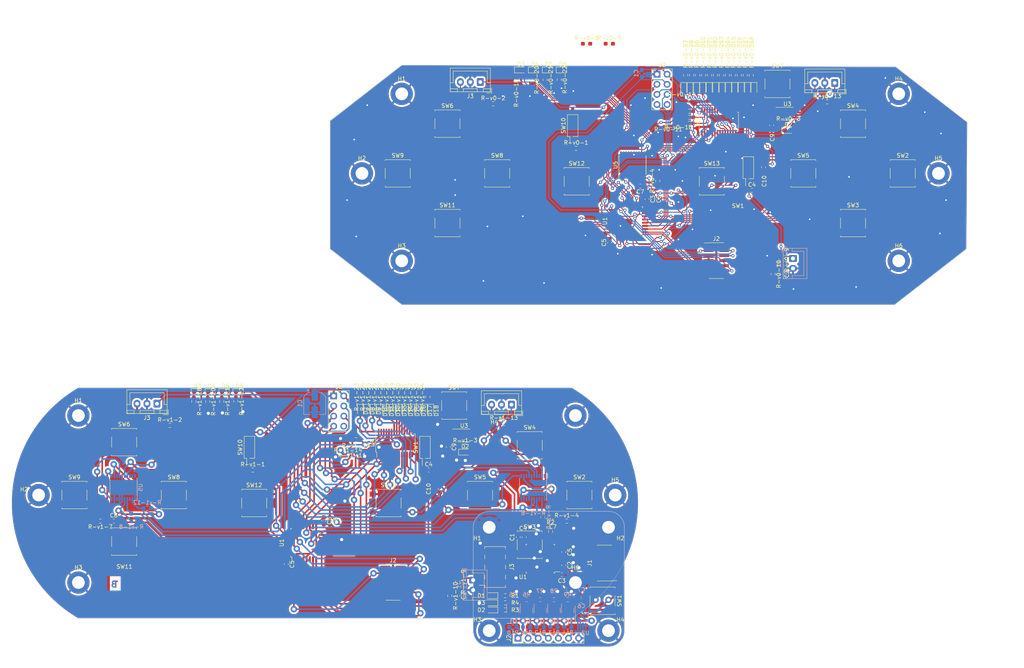
<source format=kicad_pcb>
(kicad_pcb (version 20221018) (generator pcbnew)
  (layers (0 "F.Cu" signal) (31 "B.Cu" signal) (34 "B.Paste" user) (35 "F.Paste" user) (36 "B.SilkS" user "B.Silkscreen") (37 "F.SilkS" user "F.Silkscreen") (38 "B.Mask" user) (39 "F.Mask" user) (44 "Edge.Cuts" user))
  (net 0 "")
  (net 1 "+5V")
  (net 2 "GND")
  (net 3 "+3.3V")
  (net 4 "Net-(D1-K)")
  (net 6 "Net-(D3-K)")
  (net 7 "Status_LED")
  (net 8 "Data_Clock_SNES")
  (net 9 "Data_Latch_SNES")
  (net 10 "Net-(D2-K)")
  (net 11 "Serial_Data1_SNES")
  (net 12 "Serial_Data2_SNES")
  (net 13 "SPI_Chip_Select")
  (net 14 "Chip_Enable")
  (net 15 "SPI_Digital_Input")
  (net 16 "SPI_Clock")
  (net 17 "SPI_Digital_Output")
  (net 18 "IOBit_SNES")
  (net 19 "Data_Clock_STM32")
  (net 20 "Data_Latch_STM32")
  (net 21 "Appairing_Btn")
  (net 22 "Net-(U2-BP)")
  (net 23 "SWDIO")
  (net 24 "SWDCK")
  (net 27 "NRST")
  (net 28 "USART2_RX")
  (net 29 "USART2_TX")
  (net 30 "Serial_Data1_STM32")
  (net 31 "IOBit_STM32")
  (net 32 "Serial_Data2_STM32")
  (net 46 "POWER-v0-_CHECK-v0-")
  (net 47 "GND-v0-")
  (net 48 "L-v0-i-ion-v0-")
  (net 49 "Net-(U3-BP)-v0-")
  (net 50 "Glob_Alim-v0-")
  (net 51 "Net-(D2-A)-v0-")
  (net 52 "Net-(D3-K)-v0-")
  (net 53 "Net-(D3-A)-v0-")
  (net 54 "Net-(D4-K)-v0-")
  (net 55 "Net-(D4-A)-v0-")
  (net 56 "Net-(D5-K)-v0-")
  (net 57 "Net-(D5-A)-v0-")
  (net 58 "Net-(D6-K)-v0-")
  (net 59 "Net-(D6-A)-v0-")
  (net 60 "Net-(D7-K)-v0-")
  (net 61 "Net-(D7-A)-v0-")
  (net 62 "Net-(D8-K)-v0-")
  (net 63 "Net-(D8-A)-v0-")
  (net 64 "Net-(D9-K)-v0-")
  (net 65 "Net-(D9-A)-v0-")
  (net 66 "Net-(D10-K)-v0-")
  (net 67 "Net-(D10-A)-v0-")
  (net 68 "Net-(D11-K)-v0-")
  (net 69 "Net-(D11-A)-v0-")
  (net 70 "Net-(D12-K)-v0-")
  (net 71 "Net-(D12-A)-v0-")
  (net 72 "Net-(D13-K)-v0-")
  (net 73 "Net-(D13-A)-v0-")
  (net 74 "Net-(D14-K)-v0-")
  (net 75 "Net-(D14-A)-v0-")
  (net 76 "Net-(D15-K)-v0-")
  (net 77 "Net-(D15-A)-v0-")
  (net 78 "Net-(D16-K)-v0-")
  (net 79 "Net-(D16-A)-v0-")
  (net 80 "Net-(D17-K)-v0-")
  (net 81 "Net-(D17-A)-v0-")
  (net 82 "Net-(D18-K)-v0-")
  (net 83 "Net-(D18-A)-v0-")
  (net 86 "SWDIO-v0-")
  (net 87 "SWDCK-v0-")
  (net 91 "R-v0-eset_Buton -v0-")
  (net 92 "USAR-v0-T2_R-v0-X-v0-")
  (net 93 "USAR-v0-T2_TX-v0-")
  (net 94 "NES{slash}SNES_switcher-v0-")
  (net 95 "R-v0-")
  (net 96 "A_Button-v0-")
  (net 97 "B_Button-v0-")
  (net 98 "X_Button-v0-")
  (net 99 "Y_Button-v0-")
  (net 100 "UC_Button-v0-")
  (net 101 "L-v0-C_Button-v0-")
  (net 102 "DIODE_SDA-v0-")
  (net 103 "R-v0-C_Button")
  (net 104 "L-v0-")
  (net 105 "DIODE_CL-v0-K")
  (net 106 "DC_Button-v0-")
  (net 107 "DIODE_OE-v0-")
  (net 108 "ST_Button-v0-")
  (net 109 "SE_Button-v0-")
  (net 110 "Order_Search-v0-")
  (net 111 "R-v0-X{slash}TX")
  (net 112 "Net-(C7-Pad1)-v0-")
  (net 113 "Pin_Clock-v0-")
  (net 114 "Digital_Out_Put-v0-")
  (net 115 "MOSI-v0-")
  (net 116 "GPIO_EX_CL-v0-K")
  (net 119 "GPIO_EX_SER-v0-IAL-v0-_DATA")
  (net 120 "Net-(U3-IN)-v0-")
  (net 121 "CSN_nR-v0-F24")
  (net 131 "Glob_Alim-v1-")
  (net 132 "GND-v1-")
  (net 133 "POWER-v1-_CHECK-v1-")
  (net 134 "L-v1-i-ion-v1-")
  (net 135 "Net-(C7-Pad1)-v1-")
  (net 136 "Net-(C8-Pad1)-v1-")
  (net 137 "Net-(U3-BP)-v1-")
  (net 138 "Net-(D2-A)-v1-")
  (net 139 "Net-(D3-K)-v1-")
  (net 140 "Net-(D3-A)-v1-")
  (net 141 "Net-(D4-K)-v1-")
  (net 142 "Net-(D4-A)-v1-")
  (net 143 "Net-(D5-K)-v1-")
  (net 144 "Net-(D5-A)-v1-")
  (net 145 "Net-(D6-K)-v1-")
  (net 146 "Net-(D6-A)-v1-")
  (net 147 "Net-(D7-K)-v1-")
  (net 148 "Net-(D7-A)-v1-")
  (net 149 "Net-(D8-K)-v1-")
  (net 150 "Net-(D8-A)-v1-")
  (net 151 "Net-(D9-K)-v1-")
  (net 152 "Net-(D9-A)-v1-")
  (net 153 "Net-(D10-K)-v1-")
  (net 154 "Net-(D10-A)-v1-")
  (net 155 "Net-(D11-K)-v1-")
  (net 156 "Net-(D11-A)-v1-")
  (net 157 "Net-(D12-K)-v1-")
  (net 158 "Net-(D12-A)-v1-")
  (net 159 "Net-(D13-K)-v1-")
  (net 160 "Net-(D13-A)-v1-")
  (net 161 "Net-(D14-K)-v1-")
  (net 162 "Net-(D14-A)-v1-")
  (net 163 "Net-(D15-K)-v1-")
  (net 164 "Net-(D15-A)-v1-")
  (net 165 "Net-(D16-K)-v1-")
  (net 166 "Net-(D16-A)-v1-")
  (net 167 "Net-(D17-K)-v1-")
  (net 168 "Net-(D17-A)-v1-")
  (net 169 "Net-(D18-K)-v1-")
  (net 170 "Net-(D18-A)-v1-")
  (net 173 "SWDIO-v1-")
  (net 174 "SWDCK-v1-")
  (net 178 "R-v1-eset_Buton -v1-")
  (net 179 "USAR-v1-T2_R-v1-X-v1-")
  (net 180 "USAR-v1-T2_TX-v1-")
  (net 181 "R-v1-")
  (net 182 "L-v1-")
  (net 183 "NES{slash}SNES_switcher-v1-")
  (net 184 "DIO{slash}EX_CL-v1-K")
  (net 185 "DIO{slash}EX_SDA-v1-")
  (net 186 "DIODE_OE-v1-")
  (net 187 "Net-(#FL-v1-G05-pwr)")
  (net 188 "A_Button-v1-")
  (net 189 "B_Button-v1-")
  (net 190 "X_Button-v1-")
  (net 191 "Y_Button-v1-")
  (net 192 "UC_Button-v1-")
  (net 193 "Order_Search-v1-")
  (net 194 "L-v1-C_Button")
  (net 195 "R-v1-C_Button")
  (net 196 "DC_Button-v1-")
  (net 197 "ST_Button-v1-")
  (net 198 "SE_Button-v1-")
  (net 203 "Pin_Clock-v1-")
  (net 204 "Digital_Out_Put-v1-")
  (net 205 "MOSI-v1-")
  (net 209 "R-v1-X{slash}TX")
  (net 211 "CSN_nR-v1-F24")
  (footprint "Button_Switch_SMD:SW_DIP_SPSTx01_Slide_Copal_CHS-01B_W7.62mm_P1.27mm" (layer "F.Cu") (at 39.69 79.9 90)
    (fp_text reference "SW10")
    (fp_text value "SW_DIP_x01")
  )
  (footprint "MountingHole:MountingHole_3.2mm_M3_DIN965_Pad" (layer "F.Cu") (at 121.69 113.9)
    (fp_text reference "H6")
    (fp_text value "MountingHole_Pad")
  )
  (footprint "Button_Switch_SMD:SW_SPST_B3S-1000" (layer "F.Cu") (at 102 11)
    (fp_text reference "SW8")
    (fp_text value "SW_Push")
  )
  (footprint "L-v0-ED_SMD:L-v0-ED_0603_1608Metric_Pad1.05x0.95mm_HandSolder" (layer "F.Cu") (at 108 -15)
    (fp_text reference "D3")
    (fp_text value "G1")
  )
  (footprint "L-v0-ED_SMD:L-v0-ED_0603_1608Metric_Pad1.05x0.95mm_HandSolder" (layer "F.Cu") (at 118.5 -15)
    (fp_text reference "D6")
    (fp_text value "G4")
  )
  (footprint "R-v1-esistor_SMD:R-v1-_0603_1608Metric_Pad0.98x0.95mm_HandSolder" (layer "F.Cu") (at 74.09 67.2125 90)
    (fp_text reference "R-v1-27")
    (fp_text value "1K")
  )
  (footprint "R-v1-esistor_SMD:R-v1-_0603_1608Metric_Pad0.98x0.95mm_HandSolder" (layer "F.Cu") (at 93.95 79.576)
    (fp_text reference "R-v1-3")
    (fp_text value "1K")
  )
  (footprint "Button_Switch_SMD:SW_SPST_B3S-1000" (layer "F.Cu") (at 89.5 23.5)
    (fp_text reference "SW11")
    (fp_text value "SW_Push")
  )
  (footprint "R-v0-esistor_SMD:R-v0-_0603_1608Metric_Pad0.98x0.95mm_HandSolder" (layer "F.Cu") (at 110.525 -12.5 -90)
    (fp_text reference "R-v0-20")
    (fp_text value "1K")
  )
  (footprint "MountingHole:MountingHole_3.2mm_M3_DIN965_Pad" (layer "F.Cu") (at -13.31 91.9)
    (fp_text reference "H2")
    (fp_text value "MountingHole_Pad")
  )
  (footprint "L-v0-ED_SMD:L-v0-ED_0603_1608Metric_Pad1.05x0.95mm_HandSolder" (layer "F.Cu") (at 111.5 -15)
    (fp_text reference "D4")
    (fp_text value "G2")
  )
  (footprint "R-v1-esistor_SMD:R-v1-_0603_1608Metric_Pad0.98x0.95mm_HandSolder" (layer "F.Cu") (at 103.69 73.9)
    (fp_text reference "R-v1-13")
    (fp_text value "1K")
  )
  (footprint "L-v0-ED_SMD:L-v0-ED_0603_1608Metric_Pad1.05x0.95mm_HandSolder" (layer "F.Cu") (at 150.525 -10.175 -90)
    (fp_text reference "D8")
    (fp_text value "G6")
  )
  (footprint "Capacitor_SMD:C_0603_1608Metric_Pad1.08x0.95mm_HandSolder" (layer "F.Cu") (at 5.597976 98.45)
    (fp_text reference "C8")
    (fp_text value "100nF")
  )
  (footprint "Connector_PinHeader_1.27mm:PinHeader_2x07_P1.27mm_Vertical_SMD" (layer "F.Cu") (at 75.815 113.84)
    (fp_text reference "J2")
    (fp_text value "Conn_02x07_Odd_Even")
  )
  (footprint "Capacitor_SMD:C_0603_1608Metric_Pad1.08x0.95mm_HandSolder" (layer "F.Cu") (at 173.4 36.3375 -90)
    (fp_text reference "C2")
    (fp_text value "1nF")
  )
  (footprint "Connector_PinHeader_2.54mm:PinHeader_1x07_P2.54mm_Vertical" (layer "F.Cu") (at 107.25 127.9 90)
    (fp_text reference "J2")
    (fp_text value "Conn_01x07_Socket")
  )
  (footprint "L-v0-ED_SMD:L-v0-ED_0603_1608Metric_Pad1.05x0.95mm_HandSolder" (layer "F.Cu") (at 160.175 -10.2 -90)
    (fp_text reference "D14")
    (fp_text value "O4")
  )
  (footprint "R-v1-esistor_SMD:R-v1-_0603_1608Metric_Pad0.98x0.95mm_HandSolder" (layer "F.Cu") (at 92.09 113.7 -90)
    (fp_text reference "R-v1-9")
    (fp_text value "1M")
  )
  (footprint "Button_Switch_SMD:SW_SPST_B3S-1000" (layer "F.Cu") (at 172.5 -11.5)
    (fp_text reference "SW7")
    (fp_text value "SW_SPST")
  )
  (footprint "R-v0-esistor_SMD:R-v0-_0603_1608Metric_Pad0.98x0.95mm_HandSolder" (layer "F.Cu") (at 185 -7)
    (fp_text reference "R-v0-13")
    (fp_text value "1K")
  )
  (footprint "R-v0-esistor_SMD:R-v0-_0603_1608Metric_Pad0.98x0.95mm_HandSolder" (layer "F.Cu") (at 107.025 -12.525 -90)
    (fp_text reference "R-v0-18")
    (fp_text value "1K")
  )
  (footprint "L-v1-ED_SMD:L-v1-ED_0603_1608Metric_Pad1.05x0.95mm_HandSolder" (layer "F.Cu") (at 37.19 65.9)
    (fp_text reference "D6")
    (fp_text value "G4")
  )
  (footprint "Button_Switch_SMD:SW_SPST_B3S-1000" (layer "F.Cu") (at 110.19 104.4)
    (fp_text reference "SW3")
    (fp_text value "SW_Push")
  )
  (footprint "L-v0-ED_SMD:L-v0-ED_0603_1608Metric_Pad1.05x0.95mm_HandSolder" (layer "F.Cu") (at 153.725 -10.175 -90)
    (fp_text reference "D10")
    (fp_text value "G8")
  )
  (footprint "L-v1-ED_SMD:L-v1-ED_0603_1608Metric_Pad1.05x0.95mm_HandSolder" (layer "F.Cu") (at 72.415 70.725 -90)
    (fp_text reference "D10")
    (fp_text value "G8")
  )
  (footprint "L-v0-ED_SMD:L-v0-ED_0603_1608Metric_Pad1.05x0.95mm_HandSolder" (layer "F.Cu") (at 158.575 -10.2 -90)
    (fp_text reference "D13")
    (fp_text value "O3")
  )
  (footprint "Button_Switch_SMD:SW_SPST_B3S-1000" (layer "F.Cu") (at 8.19 103.6)
    (fp_text reference "SW11")
    (fp_text value "SW_Push")
  )
  (footprint "L-v1-ED_SMD:L-v1-ED_0603_1608Metric_Pad1.05x0.95mm_HandSolder" (layer "F.Cu") (at 26.69 65.9)
    (fp_text reference "D3")
    (fp_text value "G1")
  )
  (footprint "Button_Switch_SMD:SW_SPST_B3S-1000" (layer "F.Cu") (at 156 13)
    (fp_text reference "SW13")
    (fp_text value "SW_Push")
  )
  (footprint "R-v1-esistor_SMD:R-v1-_0603_1608Metric_Pad0.98x0.95mm_HandSolder" (layer "F.Cu") (at 32.74 68.375 -90)
    (fp_text reference "R-v1-21")
    (fp_text value "1K")
  )
  (footprint "L-v1-ED_SMD:L-v1-ED_0603_1608Metric_Pad1.05x0.95mm_HandSolder" (layer "F.Cu") (at 78.865 70.7 -90)
    (fp_text reference "D14")
    (fp_text value "O4")
  )
  (footprint "R-v1-esistor_SMD:R-v1-_0603_1608Metric_Pad0.98x0.95mm_HandSolder" (layer "F.Cu") (at 90.09 117.2375 -90)
    (fp_text reference "R-v1-10")
    (fp_text value "1M")
  )
  (footprint "L-v1-ED_SMD:L-v1-ED_0603_1608Metric_Pad1.05x0.95mm_HandSolder" (layer "F.Cu") (at 85.29 70.7 -90)
    (fp_text reference "D18")
    (fp_text value "R-v1-4")
  )
  (footprint "Diode_SMD:D_0603_1608Metric_Pad1.05x0.95mm_HandSolder" (layer "F.Cu") (at 100.51875 120.8 180)
    (fp_text reference "D2")
    (fp_text value "LED_Small")
  )
  (footprint "R-v1-esistor_SMD:R-v1-_0603_1608Metric_Pad0.98x0.95mm_HandSolder" (layer "F.Cu") (at 72.59 67.2125 90)
    (fp_text reference "R-v1-26")
    (fp_text value "1K")
  )
  (footprint "R-v1-esistor_SMD:R-v1-_0603_1608Metric_Pad0.98x0.95mm_HandSolder" (layer "F.Cu") (at 81.59 67.2125 90)
    (fp_text reference "R-v1-32")
    (fp_text value "1K")
  )
  (footprint "Button_Switch_SMD:SW_SPST_B3S-1000" (layer "F.Cu") (at 204 11)
    (fp_text reference "SW2")
    (fp_text value "SW_Push")
  )
  (footprint "Capacitor_SMD:C_0603_1608Metric_Pad1.08x0.95mm_HandSolder" (layer "F.Cu") (at 168.995 9.4825 -90)
    (fp_text reference "C10")
    (fp_text value "100nF")
  )
  (footprint "MountingHole:MountingHole_3.2mm_M3_DIN965_Pad" (layer "F.Cu") (at 130 100)
    (fp_text reference "H2")
    (fp_text value "MountingHole_Pad")
  )
  (footprint "Resistor_SMD:R_0603_1608Metric_Pad0.98x0.95mm_HandSolder" (layer "F.Cu") (at 104.01875 120.8)
    (fp_text reference "R3")
    (fp_text value "1k")
  )
  (footprint "Capacitor_SMD:C_0603_1608Metric_Pad1.08x0.95mm_HandSolder" (layer "F.Cu") (at 107.3 102.5 90)
    (fp_text reference "C1")
    (fp_text value "10u")
  )
  (footprint "Button_Switch_SMD:SW_SPST_B3S-1000" (layer "F.Cu") (at 20.69 91.9)
    (fp_text reference "SW8")
    (fp_text value "SW_Push")
  )
  (footprint "R-v0-esistor_SMD:R-v0-_0603_1608Metric_Pad0.98x0.95mm_HandSolder" (layer "F.Cu") (at 149.4 -13.6875 90)
    (fp_text reference "R-v0-23")
    (fp_text value "1K")
  )
  (footprint "R-v1-esistor_SMD:R-v1-_0603_1608Metric_Pad0.98x0.95mm_HandSolder" (layer "F.Cu") (at 77.09 67.2125 90)
    (fp_text reference "R-v1-29")
    (fp_text value "1K")
  )
  (footprint "Capacitor_SMD:C_0603_1608Metric_Pad1.08x0.95mm_HandSolder" (layer "F.Cu") (at 118.2525 111.94)
    (fp_text reference "C3")
    (fp_text value "100n")
  )
  (footprint "Capacitor_SMD:C_0603_1608Metric_Pad1.08x0.95mm_HandSolder" (layer "F.Cu") (at 141.224 17.472 -90)
    (fp_text reference "C6")
    (fp_text value "10u")
  )
  (footprint "Connector_JST:JST_XH_B3B-XH-A_1x03_P2.50mm_Vertical" (layer "F.Cu") (at 105.594 69.162 180)
    (fp_text reference "J4")
    (fp_text value "Conn_01x03")
  )
  (footprint "Diode_SMD:D_0603_1608Metric_Pad1.05x0.95mm_HandSolder" (layer "F.Cu") (at 100.51875 117.2 180)
    (fp_text reference "D1")
    (fp_text value "LED_Small")
  )
  (footprint "L-v1-ED_SMD:L-v1-ED_0603_1608Metric_Pad1.05x0.95mm_HandSolder" (layer "F.Cu") (at 70.815 70.725 -90)
    (fp_text reference "D9")
    (fp_text value "G7")
  )
  (footprint "Capacitor_SMD:C_0603_1608Metric_Pad1.08x0.95mm_HandSolder" (layer "F.Cu") (at 59.914 98.372 -90)
    (fp_text reference "C6")
    (fp_text value "10u")
  )
  (footprint "Package_SO:TSSOP-28_4.4x9.7mm_P0.65mm" (layer "F.Cu") (at 157.734 -2.086 90)
    (fp_text reference "U4")
    (fp_text value "PCA9685PW")
  )
  (footprint "Connector_PinHeader_2.54mm:PinHeader_2x04_P2.54mm_Vertical" (layer "F.Cu") (at 142.2 -13.94)
    (fp_text reference "U2")
    (fp_text value "nR-v0-F24_Full")
  )
  (footprint "Package_SO:TSSOP-28_4.4x9.7mm_P0.65mm" (layer "F.Cu") (at 76.424 78.814 90)
    (fp_text reference "U4")
    (fp_text value "PCA9685PW")
  )
  (footprint "Button_Switch_SMD:SW_DIP_SPSTx01_Slide_Copal_CHS-01B_W7.62mm_P1.27mm" (layer "F.Cu") (at 121 -1 90)
    (fp_text reference "SW10")
    (fp_text value "SW_DIP_x01")
  )
  (footprint "Package_SO:MSOP-8_3x3mm_P0.65mm" (layer "F.Cu") (at 175 -4)
    (fp_text reference "U3")
    (fp_text value "MIC5219-3.3YMM")
  )
  (footprint "L-v0-ED_SMD:L-v0-ED_0603_1608Metric_Pad1.05x0.95mm_HandSolder" (layer "F.Cu") (at 152.125 -10.175 -90)
    (fp_text reference "D9")
    (fp_text value "G7")
  )
  (footprint "Button_Switch_SMD:SW_SPST_B3S-1000" (layer "F.Cu") (at 77 11)
    (fp_text reference "SW9")
    (fp_text value "SW_Push")
  )
  (footprint "Capacitor_SMD:C_0603_1608Metric_Pad1.08x0.95mm_HandSolder" (layer "F.Cu") (at 84.785 85.6)
    (fp_text reference "C4")
    (fp_text value "1u")
  )
  (footprint "R-v0-esistor_SMD:R-v0-_0603_1608Metric_Pad0.98x0.95mm_HandSolder" (layer "F.Cu") (at 165.9 -13.6875 90)
    (fp_text reference "R-v0-34")
    (fp_text value "1K")
  )
  (footprint "L-v1-ED_SMD:L-v1-ED_0603_1608Metric_Pad1.05x0.95mm_HandSolder" (layer "F.Cu") (at 33.69 65.9)
    (fp_text reference "D5")
    (fp_text value "G3")
  )
  (footprint "L-v1-ED_SMD:L-v1-ED_0603_1608Metric_Pad1.05x0.95mm_HandSolder" (layer "F.Cu") (at 74.015 70.725 -90)
    (fp_text reference "D11")
    (fp_text value "O1")
  )
  (footprint "Connector_PinHeader_1.27mm:PinHeader_2x07_P1.27mm_Vertical_SMD" (layer "F.Cu") (at 157.125 32.94)
    (fp_text reference "J2")
    (fp_text value "Conn_02x07_Odd_Even")
  )
  (footprint "R-v0-esistor_SMD:R-v0-_0603_1608Metric_Pad0.98x0.95mm_HandSolder" (layer "F.Cu") (at 150.368 -1.578)
    (fp_text reference "R-v0-14")
    (fp_text value "10K")
  )
  (footprint "L-v0-ED_SMD:L-v0-ED_0603_1608Metric_Pad1.05x0.95mm_HandSolder" (layer "F.Cu") (at 163.375 -10.2 -90)
    (fp_text reference "D16")
    (fp_text value "R-v0-2")
  )
  (footprint "MountingHole:MountingHole_3.2mm_M3_DIN965_Pad" (layer "F.Cu") (at 130 126)
    (fp_text reference "H4")
    (fp_text value "MountingHole_Pad")
  )
  (footprint "Button_Switch_SMD:SW_SPST_B3S-1000" (layer "F.Cu") (at 110.19 79.4)
    (fp_text reference "SW4")
    (fp_text value "SW_Push")
  )
  (footprint "R-v0-esistor_SMD:R-v0-_0603_1608Metric_Pad0.98x0.95mm_HandSolder" (layer "F.Cu") (at 161.4 -13.6875 90)
    (fp_text reference "R-v0-31")
    (fp_text value "1K")
  )
  (footprint "R-v0-esistor_SMD:R-v0-_0603_1608Metric_Pad0.98x0.95mm_HandSolder" (layer "F.Cu") (at 175.26 -1.324)
    (fp_text reference "R-v0-3")
    (fp_text value "1K")
  )
  (footprint "Button_Switch_SMD:SW_DIP_SPSTx01_Slide_Copal_CHS-01B_W7.62mm_P1.27mm" (layer "F.Cu") (at 83.86 79.9 90)
    (fp_text reference "SW1")
    (fp_text value "SW_DIP_x01")
  )
  (footprint "Capacitor_SMD:C_0603_1608Metric_Pad1.08x0.95mm_HandSolder" (layer "F.Cu") (at 116.002024 98.45 180)
    (fp_text reference "C7")
    (fp_text value "100nF")
  )
  (footprint "R-v0-esistor_SMD:R-v0-_0603_1608Metric_Pad0.98x0.95mm_HandSolder" (layer "F.Cu") (at 121.85 4.7)
    (fp_text reference "R-v0-1")
    (fp_text value "1K")
  )
  (footprint "Package_SO:SSOP-20_4.4x6.5mm_P0.65mm" (layer "F.Cu") (at 136.075 8.9 90)
    (fp_text reference "U5")
    (fp_text value "PCF8574TS")
  )
  (footprint "Button_Switch_SMD:SW_SPST_B3S-1000" (layer "F.Cu") (at 74.69 93.9)
    (fp_text reference "SW13")
    (fp_text value "SW_Push")
  )
  (footprint "Resistor_SMD:R_0603_1608Metric_Pad0.98x0.95mm_HandSolder" (layer "F.Cu") (at 104.01875 119)
    (fp_text reference "R4")
    (fp_text value "1k")
  )
  (footprint "Package_QFP:LQFP-32_7x7mm_P0.8mm" (layer "F.Cu") (at 112.85 107.9 180)
    (fp_text reference "U1")
    (fp_text value "STM32L412KBTx")
  )
  (footprint "Button_Switch_SMD:SW_SPST_B3S-1000" (layer "F.Cu") (at 191.5 -1.5)
    (fp_text reference "SW4")
    (fp_text value "SW_Push")
  )
  (footprint "Capacitor_SMD:C_0603_1608Metric_Pad1.08x0.95mm_HandSolder" (layer "F.Cu") (at 89.74 79.8 -90)
    (fp_text reference "C9")
    (fp_text value "470p")
  )
  (footprint "MountingHole:MountingHole_3.2mm_M3_DIN965_Pad" (layer "F.Cu") (at 100 100)
    (fp_text reference "H1")
    (fp_text value "MountingHole_Pad")
  )
  (footprint "R-v1-esistor_SMD:R-v1-_0603_1608Metric_Pad0.98x0.95mm_HandSolder" (layer "F.Cu") (at 80.09 67.2125 90)
    (fp_text reference "R-v1-31")
    (fp_text value "1K")
  )
  (footprint "Capacitor_SMD:C_0603_1608Metric_Pad1.08x0.95mm_HandSolder" (layer "F.Cu") (at 58.39 98.372 -90)
    (fp_text reference "C3")
    (fp_text value "100n")
  )
  (footprint "MountingHole:MountingHole_3.2mm_M3_DIN965_Pad" (layer "F.Cu") (at 78 33)
    (fp_text reference "H3")
    (fp_text value "MountingHole_Pad")
  )
  (footprint "R-v1-esistor_SMD:R-v1-_0603_1608Metric_Pad0.98x0.95mm_HandSolder" (layer "F.Cu") (at 83.09 67.2125 90)
    (fp_text reference "R-v1-33")
    (fp_text value "1K")
  )
  (footprint "Connector_PinSocket_2.54mm:PinSocket_2x04_P2.54mm_Vertical_SMD" (layer "F.Cu") (at 101.5 110 180)
    (fp_text reference "J3")
    (fp_text value "Conn_01x08_Socket")
  )
  (footprint "MountingHole:MountingHole_3.2mm_M3_DIN965_Pad" (layer "F.Cu") (at 213 11)
    (fp_text reference "H5")
    (fp_text value "MountingHole_Pad")
  )
  (footprint "Button_Switch_SMD:SW_SPST_B3S-1000" (layer "F.Cu") (at 179 11)
    (fp_text reference "SW5")
    (fp_text value "SW_Push")
  )
  (footprint "L-v1-ED_SMD:L-v1-ED_0603_1608Metric_Pad1.05x0.95mm_HandSolder" (layer "F.Cu") (at 82.065 70.7 -90)
    (fp_text reference "D16")
    (fp_text value "R-v1-2")
  )
  (footprint "R-v0-esistor_SMD:R-v0-_0603_1608Metric_Pad0.98x0.95mm_HandSolder" (layer "F.Cu") (at 150.368 -4.626 180)
    (fp_text reference "R-v0-16")
    (fp_text value "10K")
  )
  (footprint "Button_Switch_SMD:SW_SPST_B3S-1000" (layer "F.Cu") (at 40.9 93.9)
    (fp_text reference "SW12")
    (fp_text value "SW_Push")
  )
  (footprint "L-v0-ED_SMD:L-v0-ED_0603_1608Metric_Pad1.05x0.95mm_HandSolder" (layer "F.Cu") (at 175.26 0.2)
    (fp_text reference "D2")
    (fp_text value "L-v0-ED_Small")
  )
  (footprint "R-v1-esistor_SMD:R-v1-_0603_1608Metric_Pad0.98x0.95mm_HandSolder" (layer "F.Cu") (at 2.197976 98.45 180)
    (fp_text reference "R-v1-7")
    (fp_text value "1k")
  )
  (footprint "L-v0-ED_SMD:L-v0-ED_0603_1608Metric_Pad1.05x0.95mm_HandSolder" (layer "F.Cu") (at 156.95 -10.1875 -90)
    (fp_text reference "D12")
    (fp_text value "O2")
  )
  (footprint "R-v0-esistor_SMD:R-v0-_0603_1608Metric_Pad0.98x0.95mm_HandSolder" (layer "F.Cu") (at 150.368 -3.102 180)
    (fp_text reference "R-v0-11")
    (fp_text value "10K")
  )
  (footprint "L-v1-ED_SMD:L-v1-ED_0603_1608Metric_Pad1.05x0.95mm_HandSolder" (layer "F.Cu") (at 67.615 70.725 -90)
    (fp_text reference "D7")
    (fp_text value "G5")
  )
  (footprint "Button_Switch_SMD:SW_SPST_B3S-1000" (layer "F.Cu") (at 91.19 69.4)
    (fp_text reference "SW7")
    (fp_text value "SW_SPST")
  )
  (footprint "MountingHole:MountingHole_3.2mm_M3_DIN965_Pad" (layer "F.Cu") (at 68 11)
    (fp_text reference "H2")
    (fp_text value "MountingHole_Pad")
  )
  (footprint "R-v0-esistor_SMD:R-v0-_0603_1608Metric_Pad0.98x0.95mm_HandSolder" (layer "F.Cu") (at 114.05 -12.525 -90)
    (fp_text reference "R-v0-21")
    (fp_text value "1K")
  )
  (footprint "R-v0-esistor_SMD:R-v0-_0603_1608Metric_Pad0.98x0.95mm_HandSolder" (layer "F.Cu") (at 164.4 -13.6875 90)
    (fp_text reference "R-v0-33")
    (fp_text value "1K")
  )
  (footprint "Capacitor_SMD:C_0603_1608Metric_Pad1.08x0.95mm_HandSolder" (layer "F.Cu") (at 138 14.2 180)
    (fp_text reference "C7")
    (fp_text value "100µF")
  )
  (footprint "Button_Switch_SMD:SW_SPST_B3S-1000" (layer "F.Cu") (at 122.69 91.9)
    (fp_text reference "SW2")
    (fp_text value "SW_Push")
  )
  (footprint "R-v0-esistor_SMD:R-v0-_0603_1608Metric_Pad0.98x0.95mm_HandSolder" (layer "F.Cu") (at 155.4 -13.6875 90)
    (fp_text reference "R-v0-27")
    (fp_text value "1K")
  )
  (footprint "Button_Switch_SMD:SW_SPST_B3S-1000" (layer "F.Cu") (at 8.19 78.6)
    (fp_text reference "SW6")
    (fp_text value "SW_Push")
  )
  (footprint "R-v1-esistor_SMD:R-v1-_0603_1608Metric_Pad0.98x0.95mm_HandSolder" (layer "F.Cu") (at 25.715 68.375 -90)
    (fp_text reference "R-v1-18")
    (fp_text value "1K")
  )
  (footprint "Button_Switch_SMD:SW_DIP_SPSTx01_Slide_Copal_CHS-01B_W7.62mm_P1.27mm" (layer "F.Cu") (at 165.17 9.57 90)
    (fp_text reference "SW1")
    (fp_text value "SW_DIP_x01")
  )
  (footprint "L-v1-ED_SMD:L-v1-ED_0603_1608Metric_Pad1.05x0.95mm_HandSolder" (layer "F.Cu") (at 69.214 70.725 -90)
    (fp_text reference "D8")
    (fp_text value "G6")
  )
  (footprint "R-v0-esistor_SMD:R-v0-_0603_1608Metric_Pad0.98x0.95mm_HandSolder" (layer "F.Cu") (at 159.9 -13.6875 90)
    (fp_text reference "R-v0-30")
    (fp_text value "1K")
  )
  (footprint "R-v0-esistor_SMD:R-v0-_0603_1608Metric_Pad0.98x0.95mm_HandSolder" (layer "F.Cu") (at 142.4 12.8875 90)
    (fp_text reference "R-v0-4")
    (fp_text value "10k")
  )
  (footprint "L-v0-ED_SMD:L-v0-ED_0603_1608Metric_Pad1.05x0.95mm_HandSolder" (layer "F.Cu") (at 148.925 -10.175 -90)
    (fp_text reference "D7")
    (fp_text value "G5")
  )
  (footprint "R-v1-esistor_SMD:R-v1-_0603_1608Metric_Pad0.98x0.95mm_HandSolder" (layer "F.Cu") (at 68.09 67.2125 90)
    (fp_text reference "R-v1-23")
    (fp_text value "1K")
  )
  (footprint "MountingHole:MountingHole_3.2mm_M3_DIN965_Pad" (layer "F.Cu") (at 100 126)
    (fp_text reference "H3")
    (fp_text value "MountingHole_Pad")
  )
  (footprint "R-v0-esistor_SMD:R-v0-_0603_1608Metric_Pad0.98x0.95mm_HandSolder" (layer "F.Cu") (at 153.9 -13.6875 90)
    (fp_text reference "R-v0-26")
    (fp_text value "1K")
  )
  (footprint "Capacitor_SMD:C_0603_1608Metric_Pad1.08x0.95mm_HandSolder" (layer "F.Cu") (at 130.302 28.394 90)
    (fp_text reference "C5")
    (fp_text value "100n")
  )
  (footprint "R-v0-esistor_SMD:R-v0-_0603_1608Metric_Pad0.98x0.95mm_HandSolder" (layer "F.Cu") (at 117.6 -12.575 -90)
    (fp_text reference "R-v0-22")
    (fp_text value "1K")
  )
  (footprint "R-v1-esistor_SMD:R-v1-_0603_1608Metric_Pad0.98x0.95mm_HandSolder" (layer "F.Cu") (at 65.5 80.5 180)
    (fp_text reference "R-v1-11")
    (fp_text value "10K")
  )
  (footprint "Capacitor_SMD:C_0603_1608Metric_Pad1.08x0.95mm_HandSolder" (layer "F.Cu") (at 108.8 102.5 90)
    (fp_text reference "C4")
    (fp_text value "100n")
  )
  (footprint "L-v1-ED_SMD:L-v1-ED_0603_1608Metric_Pad1.05x0.95mm_HandSolder" (layer "F.Cu") (at 75.65 70.7125 -90)
    (fp_text reference "D12")
    (fp_text value "O2")
  )
  (footprint "Diode_SMD:D_0603_1608Metric_Pad1.05x0.95mm_HandSolder" (layer "F.Cu") (at 100.51875 119 180)
    (fp_text reference "D3")
    (fp_text value "LED")
  )
  (footprint "Button_Switch_SMD:SW_SPST_B3S-1000" (layer "F.Cu") (at 89.5 -1.5)
    (fp_text reference "SW6")
    (fp_text value "SW_Push")
  )
  (footprint "Capacitor_SMD:C_0603_1608Metric_Pad1.08x0.95mm_HandSolder" (layer "F.Cu") (at 48.992 109.294 -90)
    (fp_text reference "C5")
    (fp_text value "100n")
  )
  (footprint "R-v1-esistor_SMD:R-v1-_0603_1608Metric_Pad0.98x0.95mm_HandSolder" (layer "F.Cu") (at 40.54 85.6)
    (fp_text reference "R-v1-1")
    (fp_text value "1K")
  )
  (footprint "L-v1-ED_SMD:L-v1-ED_0603_1608Metric_Pad1.05x0.95mm_HandSolder" (layer "F.Cu") (at 83.665 70.7 -90)
    (fp_text reference "D17")
    (fp_text value "R-v1-3")
  )
  (footprint "Package_SO:MSOP-8_3x3mm_P0.65mm" (layer "F.Cu") (at 93.69 76.9)
    (fp_text reference "U3")
    (fp_text value "MIC5219-3.3YMM")
  )
  (footprint "R-v1-esistor_SMD:R-v1-_0603_1608Metric_Pad0.98x0.95mm_HandSolder" (layer "F.Cu") (at 69.59 67.2125 90)
    (fp_text reference "R-v1-24")
    (fp_text value "1K")
  )
  (footprint "R-v1-esistor_SMD:R-v1-_0603_1608Metric_Pad0.98x0.95mm_HandSolder" (layer "F.Cu") (at 66.5 78 180)
    (fp_text reference "R-v1-16")
    (fp_text value "10K")
  )
  (footprint "R-v0-esistor_SMD:R-v0-_0603_1608Metric_Pad0.98x0.95mm_HandSolder" (layer "F.Cu") (at 158.4 -13.6875 90)
    (fp_text reference "R-v0-29")
    (fp_text value "1K")
  )
  (footprint "R-v1-esistor_SMD:R-v1-_0603_1608Metric_Pad0.98x0.95mm_HandSolder" (layer "F.Cu") (at 78.59 67.2125 90)
    (fp_text reference "R-v1-30")
    (fp_text value "1K")
  )
  (footprint "Capacitor_SMD:C_0603_1608Metric_Pad1.08x0.95mm_HandSolder" (layer "F.Cu") (at 139.7 17.472 -90)
    (fp_text reference "C3")
    (fp_text value "100n")
  )
  (footprint "R-v1-esistor_SMD:R-v1-_0603_1608Metric_Pad0.98x0.95mm_HandSolder" (layer "F.Cu") (at 84.59 67.2125 90)
    (fp_text reference "R-v1-34")
    (fp_text value "1K")
  )
  (footprint "Connector_JST:JST_XH_B3B-XH-A_1x03_P2.50mm_Vertical" (layer "F.Cu") (at 16.44 68.925 180)
    (fp_text reference "J3")
    (fp_text value "Conn_01x03")
  )
  (footprint "MountingHole:MountingHole_3.2mm_M3_DIN965_Pad" (layer "F.Cu") (at 203 -9)
    (fp_text reference "H4")
    (fp_text value "MountingHole_Pad")
  )
  (footprint "L-v0-ED_SMD:L-v0-ED_0603_1608Metric_Pad1.05x0.95mm_HandSolder" (layer "F.Cu") (at 166.6 -10.2 -90)
    (fp_text reference "D18")
    (fp_text value "R-v0-4")
  )
  (footprint "R-v1-esistor_SMD:R-v1-_0603_1608Metric_Pad0.98x0.95mm_HandSolder" (layer "F.Cu") (at 36.29 68.325 -90)
    (fp_text reference "R-v1-22")
    (fp_text value "1K")
  )
  (footprint "R-v0-esistor_SMD:R-v0-_0603_1608Metric_Pad0.98x0.95mm_HandSolder" (layer "F.Cu") (at 171.4 36.3375 -90)
    (fp_text reference "R-v0-10")
    (fp_text value "1M")
  )
  (footprint "MountingHole:MountingHole_3.2mm_M3_DIN965_Pad" (layer "F.Cu") (at 121.69 71.9)
    (fp_text reference "H4")
    (fp_text value "MountingHole_Pad")
  )
  (footprint "Capacitor_SMD:C_0603_1608Metric_Pad1.08x0.95mm_HandSolder" (layer "F.Cu") (at 87.685 90.3825 -90)
    (fp_text reference "C10")
    (fp_text value "100nF")
  )
  (footprint "R-v1-esistor_SMD:R-v1-_0603_1608Metric_Pad0.98x0.95mm_HandSolder" (layer "F.Cu") (at 71.06 67.2125 90)
    (fp_text reference "R-v1-25")
    (fp_text value "1K")
  )
  (footprint "L-v0-ED_SMD:L-v0-ED_0603_1608Metric_Pad1.05x0.95mm_HandSolder" (layer "F.Cu") (at 115 -15)
    (fp_text reference "D5")
    (fp_text value "G3")
  )
  (footprint "Capacitor_SMD:C_0603_1608Metric_Pad1.08x0.95mm_HandSolder" (layer "F.Cu") (at 171.05 -1.1 -90)
    (fp_text reference "C9")
    (fp_text value "470p")
  )
  (footprint "Button_Switch_SMD:SW_SPST_B3S-1000" (layer "F.Cu") (at -4.31 91.9)
    (fp_text reference "SW9")
    (fp_text value "SW_Push")
  )
  (footprint "Resistor_SMD:R_0603_1608Metric_Pad0.98x0.95mm_HandSolder" (layer "F.Cu") (at 104.01875 117.2)
    (fp_text reference "R1")
    (fp_text value "1k")
  )
  (footprint "R-v0-esistor_SMD:R-v0-_0603_1608Metric_Pad0.98x0.95mm_HandSolder" (layer "F.Cu") (at 173.4 32.8 -90)
    (fp_text reference "R-v0-9")
    (fp_text value "1M")
  )
  (footprint "Button_Switch_SMD:SW_SPST_B3S-1000" (layer "F.Cu") (at 191.5 23.5)
    (fp_text reference "SW3")
    (fp_text value "SW_Push")
  )
  (footprint "Capacitor_SMD:C_0603_1608Metric_Pad1.08x0.95mm_HandSolder" (layer "F.Cu") (at 118.76 106.25 90)
    (fp_text reference "C5")
    (fp_text value "100n")
  )
  (footprint "Button_Switch_SMD:SW_SPST_B3S-1000" (layer "F.Cu") (at 128.5 118.5 180)
    (fp_text reference "SW1")
    (fp_text value "SW_SPST")
  )
  (footprint "MountingHole:MountingHole_3.2mm_M3_DIN965_Pad" (layer "F.Cu") (at 131.69 91.9)
    (fp_text reference "H5")
    (fp_text value "MountingHole_Pad")
  )
  (footprint "Package_QFP:L-v0-QFP-32_7x7mm_P0.8mm" (layer "F.Cu") (at 135 23 90)
    (fp_text reference "U1")
    (fp_text value "STM32L-v0-412KBTx")
  )
  (footprint "R-v0-esistor_SMD:R-v0-_0603_1608Metric_Pad0.98x0.95mm_HandSolder" (layer "F.Cu") (at 152.4 -13.6875 90)
    (fp_text reference "R-v0-25")
    (fp_text value "1K")
  )
  (footprint "L-v1-ED_SMD:L-v1-ED_0603_1608Metric_Pad1.05x0.95mm_HandSolder" (layer "F.Cu") (at 30.19 65.9)
    (fp_text reference "D4")
    (fp_text value "G2")
  )
  (footprint "L-v1-ED_SMD:L-v1-ED_0603_1608Metric_Pad1.05x0.95mm_HandSolder" (layer "F.Cu") (at 80.465 70.7 -90)
    (fp_text reference "D15")
    (fp_text value "R-v1-1")
  )
  (footprint "R-v1-esistor_SMD:R-v1-_0603_1608Metric_Pad0.98x0.95mm_HandSolder" (layer "F.Cu") (at 64.5 82)
    (fp_text reference "R-v1-14")
    (fp_text value "10K")
  )
  (footprint "Capacitor_SMD:C_0603_1608Metric_Pad1.08x0.95mm_HandSolder" (layer "F.Cu") (at 166.095 15.27)
    (fp_text reference "C4")
    (fp_text value "1u")
  )
  (footprint "MountingHole:MountingHole_3.2mm_M3_DIN965_Pad" (layer "F.Cu") (at -3.31 113.9)
    (fp_text reference "H3")
    (fp_text value "MountingHole_Pad")
  )
  (footprint "L-v0-ED_SMD:L-v0-ED_0603_1608Metric_Pad1.05x0.95mm_HandSolder" (layer "F.Cu") (at 164.975 -10.2 -90)
    (fp_text reference "D17")
    (fp_text value "R-v0-3")
  )
  (footprint "Connector_PinHeader_2.54mm:PinHeader_2x04_P2.54mm_Vertical" (layer "F.Cu") (at 60.89 66.96)
    (fp_text reference "U2")
    (fp_text value "nR-v1-F24_Full")
  )
  (footprint "L-v0-ED_SMD:L-v0-ED_0603_1608Metric_Pad1.05x0.95mm_HandSolder" (layer "F.Cu") (at 155.325 -10.175 -90)
    (fp_text reference "D11")
    (fp_text value "O1")
  )
  (footprint "Connector_JST:JST_XH_B3B-XH-A_1x03_P2.50mm_Vertical" (layer "F.Cu") (at 186.904 -11.738 180)
    (fp_text reference "J4")
    (fp_text value "Conn_01x03")
  )
  (footprint "MountingHole:MountingHole_3.2mm_M3_DIN965_Pad" (layer "F.Cu") (at -3.31 71.9)
    (fp_text reference "H1")
    (fp_text value "MountingHole_Pad")
  )
  (footprint "L-v1-ED_SMD:L-v1-ED_0603_1608Metric_Pad1.05x0.95mm_HandSolder" (layer "F.Cu") (at 93.95 81.1)
    (fp_text reference "D2")
    (fp_text value "L-v1-ED_Small")
  )
  (footprint "Capacitor_SMD:C_0603_1608Metric_Pad1.08x0.95mm_HandSolder" (layer "F.Cu") (at 118.76 109.5525 90)
    (fp_text reference "C2")
    (fp_text value "100n")
  )
  (footprint "R-v0-esistor_SMD:R-v0-_0603_1608Metric_Pad0.98x0.95mm_HandSolder" (layer "F.Cu") (at 150.9 -13.6875 90)
    (fp_text reference "R-v0-24")
    (fp_text value "1K")
  )
  (footprint "R-v0-esistor_SMD:R-v0-_0603_1608Metric_Pad0.98x0.95mm_HandSolder" (layer "F.Cu") (at 130.2 -21.6)
    (fp_text reference "R-v0-5")
    (fp_text value "1K")
  )
  (footprint "Connector_JST:JST_XH_B3B-XH-A_1x03_P2.50mm_Vertical" (layer "F.Cu") (at 97.75 -11.975 180)
    (fp_text reference "J3")
    (fp_text value "Conn_01x03")
  )
  (footprint "MountingHole:MountingHole_3.2mm_M3_DIN965_Pad" (layer "F.Cu") (at 78 -9)
    (fp_text reference "H1")
    (fp_text value "MountingHole_Pad")
  )
  (footprint "Package_QFP:L-v1-QFP-32_7x7mm_P0.8mm" (layer "F.Cu") (at 53.69 103.9 90)
    (fp_text reference "U1")
    (fp_text value "STM32L-v1-412KBTx")
  )
  (footprint "Button_Switch_SMD:SW_SPST_B3S-1000" (layer "F.Cu") (at 122 13)
    (fp_text reference "SW12")
    (fp_text value "SW_Push")
  )
  (footprint "R-v0-esistor_SMD:R-v0-_0603_1608Metric_Pad0.98x0.95mm_HandSolder" (layer "F.Cu") (at 156.9 -13.6875 90)
    (fp_text reference "R-v0-28")
    (fp_text value "1K")
  )
  (footprint "R-v1-esistor_SMD:R-v1-_0603_1608Metric_Pad0.98x0.95mm_HandSolder" (layer "F.Cu") (at 119.502024 98.45)
    (fp_text reference "R-v1-4")
    (fp_text value "1k")
  )
  (footprint "R-v0-esistor_SMD:R-v0-_0603_1608Metric_Pad0.98x0.95mm_HandSolder" (layer "F.Cu") (at 162.9 -13.6875 90)
    (fp_text reference "R-v0-32")
    (fp_text value "1K")
  )
  (footprint "R-v1-esistor_SMD:R-v1-_0603_1608Metric_Pad0.98x0.95mm_HandSolder" (layer "F.Cu") (at 29.215 68.4 -90)
    (fp_text reference "R-v1-20")
    (fp_text value "1K")
  )
  (footprint "Capacitor_SMD:C_0603_1608Metric_Pad1.08x0.95mm_HandSolder" (layer "F.Cu") (at 92.09 117.2375 -90)
    (fp_text reference "C2")
    (fp_text value "1nF")
  )
  (footprint "Connector_PinHeader_1.27mm:PinHeader_2x07_P1.27mm_Vertical_SMD" (layer "F.Cu") (at 129 109 180)
    (fp_text reference "J1")
    (fp_text value "Conn_02x07_Odd_Even")
  )
  (footprint "R-v0-esistor_SMD:R-v0-_0603_1608Metric_Pad0.98x0.95mm_HandSolder" (layer "F.Cu") (at 124.4875 -21.6)
    (fp_text reference "R-v0-6")
    (fp_text value "1K")
  )
  (footprint "Resistor_SMD:R_0603_1608Metric_Pad0.98x0.95mm_HandSolder" (layer "F.Cu") (at 115.42 101.07 90)
    (fp_text reference "R2")
    (fp_text value "10k")
  )
  (footprint "L-v0-ED_SMD:L-v0-ED_0603_1608Metric_Pad1.05x0.95mm_HandSolder" (layer "F.Cu") (at 161.775 -10.2 -90)
    (fp_text reference "D15")
    (fp_text value "R-v0-1")
  )
  (footprint "MountingHole:MountingHole_3.2mm_M3_DIN965_Pad" (layer "F.Cu") (at 203 33)
    (fp_text reference "H6")
    (fp_text value "MountingHole_Pad")
  )
  (footprint "R-v0-esistor_SMD:R-v0-_0603_1608Metric_Pad0.98x0.95mm_HandSolder" (layer "F.Cu") (at 101 -6.5)
    (fp_text reference "R-v0-2")
    (fp_text value "1K")
  )
  (footprint "L-v1-ED_SMD:L-v1-ED_0603_1608Metric_Pad1.05x0.95mm_HandSolder" (layer "F.Cu") (at 77.265 70.7 -90)
    (fp_text reference "D13")
    (fp_text value "O3")
  )
  (footprint "R-v1-esistor_SMD:R-v1-_0603_1608Metric_Pad0.98x0.95mm_HandSolder" (layer "F.Cu") (at 19.69 74.4)
    (fp_text reference "R-v1-2")
    (fp_text value "1K")
  )
  (footprint "Button_Switch_SMD:SW_SPST_B3S-1000" (layer "F.Cu") (at 97.69 91.9)
    (fp_text reference "SW5")
    (fp_text value "SW_Push")
  )
  (footprint "R-v1-esistor_SMD:R-v1-_0603_1608Metric_Pad0.98x0.95mm_HandSolder" (layer "F.Cu") (at 75.59 67.2125 90)
    (fp_text reference "R-v1-28")
    (fp_text value "1K")
  )
  (footprint "R-v1-esistor_SMD:R-v1-_0603_1608Metric_Pad0.98x0.95mm_HandSolder" (layer "B.Cu") (at 111.1 95)
    (fp_text reference "R-v1-6")
    (fp_text value "10K")
  )
  (footprint "Package_TO_SOT_SMD:SOT-23" (layer "B.Cu") (at 119.75 120.9 -90)
    (fp_text reference "Q5")
    (fp_text value "2N7002")
  )
  (footprint "Capacitor_SMD:C_0603_1608Metric_Pad1.08x0.95mm_HandSolder" (layer "B.Cu") (at 123.15 116.95 180)
    (fp_text reference "C7")
    (fp_text value "2.2u")
  )
  (footprint "Capacitor_SMD:CP_Elec_5x5.4" (layer "B.Cu") (at 56.12 68.87 -90)
    (fp_text reference "C1")
    (fp_text value "22uF")
  )
  (footprint "R-v1-esistor_SMD:R-v1-_0603_1608Metric_Pad0.98x0.95mm_HandSolder" (layer "B.Cu") (at 14 95.2 180)
    (fp_text reference "R-v1-12")
    (fp_text value "10K")
  )
  (footprint "Resistor_SMD:R_0603_1608Metric_Pad0.98x0.95mm_HandSolder" (layer "B.Cu") (at 119.75 125.1)
    (fp_text reference "R14")
    (fp_text value "10k")
  )
  (footprint "Package_TO_SOT_SMD:SOT-23" (layer "B.Cu") (at 105.95 120.9 -90)
    (fp_text reference "Q1")
    (fp_text value "2N7002")
  )
  (footprint "R-v1-esistor_SMD:R-v1-_0603_1608Metric_Pad0.98x0.95mm_HandSolder" (layer "B.Cu") (at 113.5 97.5 90)
    (fp_text reference "R-v1-5")
    (fp_text value "10K")
  )
  (footprint "R-v1-esistor_SMD:R-v1-_0603_1608Metric_Pad0.98x0.95mm_HandSolder" (layer "B.Cu") (at 10 97.5 90)
    (fp_text reference "R-v1-8")
    (fp_text value "10K")
  )
  (footprint "Resistor_SMD:R_0603_1608Metric_Pad0.98x0.95mm_HandSolder" (layer "B.Cu") (at 109.4 118.2)
    (fp_text reference "R6")
    (fp_text value "10k")
  )
  (footprint "Connector_JST:JST_XH_B2B-XH-A_1x02_P2.50mm_Vertical" (layer "B.Cu") (at 176.4 32.4 -90)
    (fp_text reference "J1")
    (fp_text value "Conn_01x02")
  )
  (footprint "Resistor_SMD:R_0603_1608Metric_Pad0.98x0.95mm_HandSolder" (layer "B.Cu") (at 105.95 118.2)
    (fp_text reference "R5")
    (fp_text value "10k")
  )
  (footprint "Capacitor_SMD:C_0603_1608Metric_Pad1.08x0.95mm_HandSolder" (layer "B.Cu") (at 123.15 118.45 180)
    (fp_text reference "C6")
    (fp_text value "470p")
  )
  (footprint "Package_SO:MSOP-8_3x3mm_P0.65mm" (layer "B.Cu") (at 123.2625 122.65 -90)
    (fp_text reference "U2")
    (fp_text value "MIC5219-3.3YMM")
  )
  (footprint "Package_SO:SSOP-20_4.4x6.5mm_P0.65mm" (layer "B.Cu") (at 111 90 90)
    (fp_text reference "U6")
    (fp_text value "PCF8574TS")
  )
  (footprint "Resistor_SMD:R_0603_1608Metric_Pad0.98x0.95mm_HandSolder" (layer "B.Cu") (at 105.95 125.1)
    (fp_text reference "R10")
    (fp_text value "10k")
  )
  (footprint "Resistor_SMD:R_0603_1608Metric_Pad0.98x0.95mm_HandSolder" (layer "B.Cu") (at 119.75 118.2)
    (fp_text reference "R9")
    (fp_text value "10k")
  )
  (footprint "Capacitor_SMD:C_0603_1608Metric_Pad1.08x0.95mm_HandSolder" (layer "B.Cu") (at 138.4 -14.1375 -90)
    (fp_text reference "C1")
    (fp_text value "100uF")
  )
  (footprint "Resistor_SMD:R_0603_1608Metric_Pad0.98x0.95mm_HandSolder" (layer "B.Cu") (at 112.85 118.2)
    (fp_text reference "R7")
    (fp_text value "10k")
  )
  (footprint "Package_TO_SOT_SMD:SOT-23" (layer "B.Cu") (at 109.4 120.9 -90)
    (fp_text reference "Q2")
    (fp_text value "2N7002")
  )
  (footprint "Resistor_SMD:R_0603_1608Metric_Pad0.98x0.95mm_HandSolder" (layer "B.Cu") (at 112.85 125.1)
    (fp_text reference "R12")
    (fp_text value "10k")
  )
  (footprint "Connector_JST:JST_XH_B2B-XH-A_1x02_P2.50mm_Vertical" (layer "B.Cu") (at 95.965 113.3 -90)
    (fp_text reference "J1")
    (fp_text value "Conn_01x02")
  )
  (footprint "Package_TO_SOT_SMD:SOT-23" (layer "B.Cu") (at 116.3 120.9 -90)
    (fp_text reference "Q4")
    (fp_text value "2N7002")
  )
  (footprint "Resistor_SMD:R_0603_1608Metric_Pad0.98x0.95mm_HandSolder" (layer "B.Cu") (at 116.3 118.2)
    (fp_text reference "R8")
    (fp_text value "10k")
  )
  (footprint "Package_SO:SSOP-20_4.4x6.5mm_P0.65mm" (layer "B.Cu") (at 8 90 90)
    (fp_text reference "U5")
    (fp_text value "PCF8574TS")
  )
  (footprint "Resistor_SMD:R_0603_1608Metric_Pad0.98x0.95mm_HandSolder" (layer "B.Cu") (at 116.3 125.1)
    (fp_text reference "R13")
    (fp_text value "10k")
  )
  (footprint "Resistor_SMD:R_0603_1608Metric_Pad0.98x0.95mm_HandSolder" (layer "B.Cu") (at 109.4 125.1)
    (fp_text reference "R11")
    (fp_text value "10k")
  )
  (footprint "Package_TO_SOT_SMD:SOT-23" (layer "B.Cu") (at 112.85 120.9 -90)
    (fp_text reference "Q3")
    (fp_text value "2N7002")
  )
  (gr_line (start 60 30) (end 60 -2.2) (stroke (width 0.1)) (layer "Edge.Cuts"))
  (gr_arc (start 100 130) (mid 97.171573 128.828427) (end 96 126) (stroke (width 0.1)) (layer "Edge.Cuts"))
  (gr_line (start 202.2 -15.8) (end 220.2 -1.9) (stroke (width 0.1)) (layer "Edge.Cuts"))
  (gr_arc (start 120.69 64.9) (mid 137.433157 93.9) (end 120.69 122.9) (stroke (width 0.05)) (layer "Edge.Cuts"))
  (gr_line (start -3.31 64.9) (end 120.69 64.9) (stroke (width 0.1)) (layer "Edge.Cuts"))
  (gr_arc (start 96 100) (mid 97.171573 97.171573) (end 100 96) (stroke (width 0.1)) (layer "Edge.Cuts"))
  (gr_line (start 134 100) (end 134 126) (stroke (width 0.1)) (layer "Edge.Cuts"))
  (gr_line (start -3.31 122.9) (end 120.69 122.9) (stroke (width 0.1)) (layer "Edge.Cuts"))
  (gr_line (start 78 44) (end 60 30) (stroke (width 0.1)) (layer "Edge.Cuts"))
  (gr_line (start 220 30) (end 202 44) (stroke (width 0.1)) (layer "Edge.Cuts"))
  (gr_line (start 60 -2.2) (end 78 -16.2) (stroke (width 0.1)) (layer "Edge.Cuts"))
  (gr_line (start 78 -16.2) (end 202.2 -15.8) (stroke (width 0.1)) (layer "Edge.Cuts"))
  (gr_arc (start 130 96) (mid 132.828427 97.171573) (end 134 100) (stroke (width 0.1)) (layer "Edge.Cuts"))
  (gr_arc (start 134 126) (mid 132.828427 128.828427) (end 130 130) (stroke (width 0.1)) (layer "Edge.Cuts"))
  (gr_arc (start -3.31 122.9) (mid -20.053157 93.9) (end -3.31 64.9) (stroke (width 0.05)) (layer "Edge.Cuts"))
  (gr_line (start 220.2 -1.9) (end 220 30) (stroke (width 0.1)) (layer "Edge.Cuts"))
  (gr_line (start 130 130) (end 100 130) (stroke (width 0.1)) (layer "Edge.Cuts"))
  (gr_line (start 100 96) (end 130 96) (stroke (width 0.1)) (layer "Edge.Cuts"))
  (gr_line (start 202 44) (end 78 44) (stroke (width 0.1)) (layer "Edge.Cuts"))
  (gr_line (start 96 126) (end 96 100) (stroke (width 0.1)) (layer "Edge.Cuts"))
  (gr_text "SNES Plug" (at 118 98.5) (layer "F.Cu") (effects (font (size 1 1)) (justify left bottom)))
  (gr_text "T" (at 5.32 115.28) (layer "F.Cu") (effects (font (size 1.5 1.5) (thickness 0.3) bold) (justify left bottom)))
  (gr_text "T" (at 125 100.5) (layer "F.Cu") (effects (font (size 1 1)) (justify left bottom)))
  (gr_text "B" (at 125 100.5) (layer "B.Cu") (effects (font (size 1 1)) (justify left bottom)))
  (gr_text "B" (at 6.6 115.21) (layer "B.Cu") (effects (font (size 1.5 1.5) (thickness 0.3) bold) (justify left bottom mirror)))
  (gr_text_box "AUR-v1-IAC	BIEHL-v1-ER-v1-\nHUBER-v1-T	MASSIN\nPHETSINOR-v1-ATH\n" (start 15.14 111) (end 38.46 120.01) (layer "F.Cu") (effects (font (size 1.5 1.5) (thickness 0.3) bold) (justify left top)) (stroke (width 0.2)))
  (segment (start 101.059189 122.25) (end 102.5 122.25) (width 0.5) (layer "F.Cu") (net 1))
  (segment (start 99.64375 120.834561) (end 101.059189 122.25) (width 0.5) (layer "F.Cu") (net 1))
  (segment (start 115.3875 123.5) (end 118.8375 123.5) (width 0.5) (layer "F.Cu") (net 1))
  (segment (start 99.64375 120.8) (end 99.64375 120.834561) (width 0.5) (layer "F.Cu") (net 1))
  (segment (start 103.75 123.5) (end 108.4875 123.5) (width 0.5) (layer "F.Cu") (net 1))
  (segment (start 108.4875 123.5) (end 108.4875 126.6625) (width 0.5) (layer "F.Cu") (net 1))
  (segment (start 115.3875 123.5) (end 111.9375 123.5) (width 0.5) (layer "F.Cu") (net 1))
  (segment (start 108.4875 126.6625) (end 107.25 127.9) (width 0.5) (layer "F.Cu") (net 1))
  (segment (start 118.8375 123.5) (end 125.75 123.5) (width 0.5) (layer "F.Cu") (net 1))
  (segment (start 108.4875 123.5) (end 111.9375 123.5) (width 0.3) (layer "F.Cu") (net 1))
  (segment (start 102.5 122.25) (end 103.75 123.5) (width 0.5) (layer "F.Cu") (net 1))
  (via (at 108.4875 123.5) (size 1.6) (drill 0.8) (layers "F.Cu" "B.Cu") (net 1))
  (via (at 118.8375 123.5) (size 1.6) (drill 0.8) (layers "F.Cu" "B.Cu") (net 1))
  (via (at 115.3875 123.5) (size 1.6) (drill 0.8) (layers "F.Cu" "B.Cu") (net 1))
  (via (at 125.75 123.5) (size 1.6) (drill 0.8) (layers "F.Cu" "B.Cu") (net 1))
  (via (at 111.9375 123.5) (size 1.6) (drill 0.8) (layers "F.Cu" "B.Cu") (net 1))
  (segment (start 122.2875 121.330761) (end 122.9375 121.980761) (width 0.3) (layer "B.Cu") (net 1))
  (segment (start 124.356739 123.4) (end 122.9375 121.980761) (width 0.5) (layer "B.Cu") (net 1))
  (segment (start 107.25 127.9) (end 107.25 127.3125) (width 0.5) (layer "B.Cu") (net 1))
  (segment (start 107.25 127.3125) (end 105.0375 125.1) (width 0.5) (layer "B.Cu") (net 1))
  (segment (start 115.3875 123.5) (end 115.3875 125.1) (width 0.5) (layer "B.Cu") (net 1))
  (segment (start 111.9375 123.5) (end 111.9375 125.1) (width 0.5) (layer "B.Cu") (net 1))
  (segment (start 108.4875 125.1) (end 108.4875 123.5) (width 0.5) (layer "B.Cu") (net 1))
  (segment (start 122.9375 120.5375) (end 122.9375 121.980761) (width 0.3) (layer "B.Cu") (net 1))
  (segment (start 125.65 123.4) (end 124.356739 123.4) (width 0.5) (layer "B.Cu") (net 1))
  (segment (start 122.2875 120.5375) (end 122.2875 121.330761) (width 0.3) (layer "B.Cu") (net 1))
  (segment (start 125.75 123.5) (end 125.65 123.4) (width 0.5) (layer "B.Cu") (net 1))
  (segment (start 118.8375 123.5) (end 118.8375 125.1) (width 0.5) (layer "B.Cu") (net 1))
  (segment (start 116.54 112.965) (end 118.09 112.965) (width 0.5) (layer "F.Cu") (net 2))
  (segment (start 119.785 106.4125) (end 118.76 105.3875) (width 0.5) (layer "F.Cu") (net 2))
  (segment (start 119.785 109.316193) (end 119.785 106.4125) (width 0.5) (layer "F.Cu") (net 2))
  (segment (start 115.65 112.075) (end 116.54 112.965) (width 0.5) (layer "F.Cu") (net 2))
  (segment (start 118.09 112.965) (end 119.115 111.94) (width 0.5) (layer "F.Cu") (net 2))
  (segment (start 118.76 110.415) (end 118.76 110.341193) (width 0.5) (layer "F.Cu") (net 2))
  (segment (start 105.69 113.81) (end 104.02 113.81) (width 0.5) (layer "F.Cu") (net 2))
  (segment (start 118.76 110.341193) (end 119.785 109.316193) (width 0.5) (layer "F.Cu") (net 2))
  (segment (start 119.115 110.77) (end 118.76 110.415) (width 0.5) (layer "F.Cu") (net 2))
  (segment (start 106.75 112.75) (end 105.69 113.81) (width 0.5) (layer "F.Cu") (net 2))
  (segment (start 108.8 101.6375) (end 108.8 101.45) (width 0.5) (layer "F.Cu") (net 2))
  (segment (start 107.3 101.6375) (end 108.8 101.6375) (width 0.5) (layer "F.Cu") (net 2))
  (segment (start 119.115 111.94) (end 119.115 110.77) (width 0.5) (layer "F.Cu") (net 2))
  (segment (start 120.661689 105.3875) (end 118.76 105.3875) (width 0.5) (layer "F.Cu") (net 2))
  (segment (start 121.149189 104.9) (end 120.661689 105.3875) (width 0.5) (layer "F.Cu") (net 2))
  (segment (start 110.05 100.2) (end 110.05 103.725) (width 0.5) (layer "F.Cu") (net 2))
  (segment (start 108.8 101.45) (end 110.35 99.9) (width 0.5) (layer "F.Cu") (net 2))
  (segment (start 110.35 99.9) (end 110.05 100.2) (width 0.5) (layer "F.Cu") (net 2))
  (via (at 121.149189 104.9) (size 1.6) (drill 0.8) (layers "F.Cu" "B.Cu") (net 2))
  (via (at 122.2875 114.9) (size 1.6) (drill 0.8) (layers "F.Cu" "B.Cu") (net 2))
  (via (at 110.35 99.9) (size 1.6) (drill 0.8) (layers "F.Cu" "B.Cu") (net 2))
  (via (at 106.75 112.75) (size 1.6) (drill 0.8) (layers "F.Cu" "B.Cu") (net 2))
  (segment (start 122.2875 116.95) (end 122.2875 118.45) (width 0.5) (layer "B.Cu") (net 2))
  (segment (start 122.2875 114.9375) (end 122.25 114.9) (width 0.5) (layer "B.Cu") (net 2))
  (segment (start 118.4 104.9) (end 113.4 99.9) (width 0.5) (layer "B.Cu") (net 2))
  (segment (start 122.2875 116.95) (end 122.2875 114.9) (width 0.5) (layer "B.Cu") (net 2))
  (segment (start 121.149189 104.9) (end 118.4 104.9) (width 0.5) (layer "B.Cu") (net 2))
  (segment (start 113.4 99.9) (end 110.35 99.9) (width 0.5) (layer "B.Cu") (net 2))
  (segment (start 99.64375 119) (end 97.5 119) (width 0.5) (layer "F.Cu") (net 3))
  (segment (start 112.85 106.15) (end 111.8 105.1) (width 0.5) (layer "F.Cu") (net 3))
  (segment (start 117.025 107.5) (end 116 107.5) (width 0.5) (layer "F.Cu") (net 3))
  (segment (start 130.475 118.25) (end 132.475 116.25) (width 0.5) (layer "F.Cu") (net 3))
  (segment (start 111.8 105.1) (end 108.675 105.1) (width 0.5) (layer "F.Cu") (net 3))
  (segment (start 118.76 107.1125) (end 118.3725 107.5) (width 0.5) (layer "F.Cu") (net 3))
  (segment (start 132.475 116.25) (end 133 115.725) (width 0.5) (layer "F.Cu") (net 3))
  (segment (start 97.5 119) (end 97.5 115.29) (width 0.5) (layer "F.Cu") (net 3))
  (segment (start 116.120406 110.7) (end 115.670406 110.25) (width 0.5) (layer "F.Cu") (net 3))
  (segment (start 133 115.725) (end 133 111.89) (width 0.5) (layer "F.Cu") (net 3))
  (segment (start 116 107.5) (end 114.65 106.15) (width 0.5) (layer "F.Cu") (net 3))
  (segment (start 118.3725 107.5) (end 117.025 107.5) (width 0.5) (layer "F.Cu") (net 3))
  (segment (start 117.39 111.94) (end 117.39 111.065) (width 0.5) (layer "F.Cu") (net 3))
  (segment (start 124.525 116.25) (end 132.475 116.25) (width 0.5) (layer "F.Cu") (net 3))
  (segment (start 117.39 111.065) (end 117.025 110.7) (width 0.5) (layer "F.Cu") (net 3))
  (segment (start 107.3 103.3625) (end 107.3 103.725) (width 0.5) (layer "F.Cu") (net 3))
  (segment (start 114.540811 110.25) (end 112.85 108.559189) (width 0.5) (layer "F.Cu") (net 3))
  (segment (start 115.670406 110.25) (end 114.540811 110.25) (width 0.5) (layer "F.Cu") (net 3))
  (segment (start 132.65 111.54) (end 133 111.89) (width 0.5) (layer "F.Cu") (net 3))
  (segment (start 107.3 103.725) (end 108.675 105.1) (width 0.5) (layer "F.Cu") (net 3))
  (segment (start 130 118.25) (end 130.475 118.25) (width 0.5) (layer "F.Cu") (net 3))
  (segment (start 117.025 110.7) (end 116.120406 110.7) (width 0.5) (layer "F.Cu") (net 3))
  (segment (start 108.675 103.4875) (end 108.8 103.3625) (width 0.5) (layer "F.Cu") (net 3))
  (segment (start 97.5 115.29) (end 98.98 113.81) (width 0.5) (layer "F.Cu") (net 3))
  (segment (start 130.95 111.54) (end 132.65 111.54) (width 0.5) (layer "F.Cu") (net 3))
  (segment (start 114.65 106.15) (end 112.85 106.15) (width 0.5) (layer "F.Cu") (net 3))
  (segment (start 108.675 105.1) (end 108.675 103.4875) (width 0.5) (layer "F.Cu") (net 3))
  (segment (start 112.85 108.559189) (end 112.85 106.15) (width 0.5) (layer "F.Cu") (net 3))
  (via (at 97.5 119) (size 1.6) (drill 0.8) (layers "F.Cu" "B.Cu") (net 3))
  (via (at 112.85 106.15) (size 1.6) (drill 0.8) (layers "F.Cu" "B.Cu") (net 3))
  (via (at 130 118.25) (size 1.6) (drill 0.8) (layers "F.Cu" "B.Cu") (net 3))
  (segment (start 111.9 119.9625) (end 111.9 118.2375) (width 0.5) (layer "B.Cu") (net 3))
  (segment (start 111.9375 118.2) (end 111.9375 115.865811) (width 0.5) (layer "B.Cu") (net 3))
  (segment (start 110.871689 114.8) (end 109.553311 114.8) (width 0.5) (layer "B.Cu") (net 3))
  (segment (start 109.553311 107.196689) (end 109.553311 114.8) (width 0.5) (layer "B.Cu") (net 3))
  (segment (start 121.153311 113.55) (end 118.8375 115.865811) (width 0.5) (layer "B.Cu") (net 3))
  (segment (start 110.6 106.15) (end 109.553311 107.196689) (width 0.5) (layer "B.Cu") (net 3))
  (segment (start 111.9375 115.865811) (end 110.871689 114.8) (width 0.5) (layer "B.Cu") (net 3))
  (segment (start 115.3875 115.865811) (end 115.3875 118.2) (width 0.5) (layer "B.Cu") (net 3))
  (segment (start 106.303311 114.8) (end 107.421689 114.8) (width 0.5) (layer "B.Cu") (net 3))
  (segment (start 125.25 121.256739) (end 124.606739 121.9) (width 0.5) (layer "B.Cu") (net 3))
  (segment (start 124.0125 114.715811) (end 122.846689 113.55) (width 0.5) (layer "B.Cu") (net 3))
  (segment (start 124.7 116.95) (end 124.0125 116.95) (width 0.5) (layer "B.Cu") (net 3))
  (segment (start 126.993261 121.256739) (end 130 118.25) (width 0.5) (layer "B.Cu") (net 3))
  (segment (start 98.3 118.2) (end 105.0375 118.2) (width 0.5) (layer "B.Cu") (net 3))
  (segment (start 124.0125 116.95) (end 124.0125 114.715811) (width 0.5) (layer "B.Cu") (net 3))
  (segment (start 105.0375 118.2) (end 105.0375 116.065811) (width 0.5) (layer "B.Cu") (net 3))
  (segment (start 118.8 119.9625) (end 118.8 118.2375) (width 0.5) (layer "B.Cu") (net 3))
  (segment (start 112.85 106.15) (end 110.6 106.15) (width 0.5) (layer "B.Cu") (net 3))
  (segment (start 107.421689 114.8) (end 108.4875 115.865811) (width 0.5) (layer "B.Cu") (net 3))
  (segment (start 123.5875 120.5375) (end 123.5875 121.477817) (width 0.3) (layer "B.Cu") (net 3))
  (segment (start 108.45 119.9625) (end 108.45 118.2375) (width 0.5) (layer "B.Cu") (net 3))
  (segment (start 111.9 118.2375) (end 111.9375 118.2) (width 0.5) (layer "B.Cu") (net 3))
  (segment (start 105.0375 116.065811) (end 106.303311 114.8) (width 0.5) (layer "B.Cu") (net 3))
  (segment (start 109.553311 114.8) (end 108.4875 115.865811) (width 0.5) (layer "B.Cu") (net 3))
  (segment (start 105 119.9625) (end 105 118.2375) (width 0.5) (layer "B.Cu") (net 3))
  (segment (start 118.8375 118.2) (end 118.8375 115.865811) (width 0.5) (layer "B.Cu") (net 3))
  (segment (start 108.4875 115.865811) (end 108.4875 118.2) (width 0.5) (layer "B.Cu") (net 3))
  (segment (start 114.321689 114.8) (end 115.3875 115.865811) (width 0.5) (layer "B.Cu") (net 3))
  (segment (start 124.606739 121.9) (end 124.009683 121.9) (width 0.5) (layer "B.Cu") (net 3))
  (segment (start 115.35 118.2375) (end 115.3875 118.2) (width 0.5) (layer "B.Cu") (net 3))
  (segment (start 125.25 121.256739) (end 125.25 117.5) (width 0.5) (layer "B.Cu") (net 3))
  (segment (start 105 118.2375) (end 105.0375 118.2) (width 0.5) (layer "B.Cu") (net 3))
  (segment (start 123.5875 121.477817) (end 124.009683 121.9) (width 0.3) (layer "B.Cu") (net 3))
  (segment (start 122.846689 113.55) (end 121.153311 113.55) (width 0.5) (layer "B.Cu") (net 3))
  (segment (start 118.8 118.2375) (end 118.8375 118.2) (width 0.5) (layer "B.Cu") (net 3))
  (segment (start 117.771689 114.8) (end 116.453311 114.8) (width 0.5) (layer "B.Cu") (net 3))
  (segment (start 108.45 118.2375) (end 108.4875 118.2) (width 0.5) (layer "B.Cu") (net 3))
  (segment (start 115.35 119.9625) (end 115.35 118.2375) (width 0.5) (layer "B.Cu") (net 3))
  (segment (start 125.25 117.5) (end 124.7 116.95) (width 0.5) (layer "B.Cu") (net 3))
  (segment (start 113.003311 114.8) (end 114.321689 114.8) (width 0.5) (layer "B.Cu") (net 3))
  (segment (start 97.5 119) (end 98.3 118.2) (width 0.5) (layer "B.Cu") (net 3))
  (segment (start 118.8375 115.865811) (end 117.771689 114.8) (width 0.5) (layer "B.Cu") (net 3))
  (segment (start 111.9375 115.865811) (end 113.003311 114.8) (width 0.5) (layer "B.Cu") (net 3))
  (segment (start 116.453311 114.8) (end 115.3875 115.865811) (width 0.5) (layer "B.Cu") (net 3))
  (segment (start 126.993261 121.256739) (end 125.25 121.256739) (width 0.5) (layer "B.Cu") (net 3))
  (segment (start 103.10625 117.2) (end 101.39375 117.2) (width 0.5) (layer "F.Cu") (net 4))
  (segment (start 103.10625 119) (end 101.39375 119) (width 0.5) (layer "F.Cu") (net 6))
  (segment (start 106.25 114.75) (end 107.375 114.75) (width 0.5) (layer "F.Cu") (net 7))
  (segment (start 107.375 114.75) (end 110.05 112.075) (width 0.5) (layer "F.Cu") (net 7))
  (segment (start 99.64375 117.2) (end 100.66875 116.175) (width 0.5) (layer "F.Cu") (net 7))
  (segment (start 100.66875 116.175) (end 104.825 116.175) (width 0.5) (layer "F.Cu") (net 7))
  (segment (start 104.825 116.175) (end 106.25 114.75) (width 0.5) (layer "F.Cu") (net 7))
  (segment (start 109.79 127.9) (end 109.79 127.29) (width 0.5) (layer "B.Cu") (net 8))
  (segment (start 108.2625 126.5) (end 106.8625 125.1) (width 0.5) (layer "B.Cu") (net 8))
  (segment (start 109.79 127.29) (end 109 126.5) (width 0.5) (layer "B.Cu") (net 8))
  (segment (start 106.8625 122.75) (end 105.95 121.8375) (width 0.5) (layer "B.Cu") (net 8))
  (segment (start 106.8625 125.1) (end 106.8625 122.75) (width 0.5) (layer "B.Cu") (net 8))
  (segment (start 109 126.5) (end 108.2625 126.5) (width 0.5) (layer "B.Cu") (net 8))
  (segment (start 110.3125 125.1) (end 110.3125 122.75) (width 0.5) (layer "B.Cu") (net 9))
  (segment (start 110.3125 125.1) (end 110.3125 125.9625) (width 0.5) (layer "B.Cu") (net 9))
  (segment (start 110.3125 122.75) (end 109.4 121.8375) (width 0.5) (layer "B.Cu") (net 9))
  (segment (start 110.3125 125.9625) (end 112.25 127.9) (width 0.5) (layer "B.Cu") (net 9))
  (segment (start 101.39375 120.8) (end 103.10625 120.8) (width 0.5) (layer "F.Cu") (net 10))
  (segment (start 113.7625 125.1) (end 113.7625 126.9125) (width 0.5) (layer "B.Cu") (net 11))
  (segment (start 113.7625 125.1) (end 113.7625 122.75) (width 0.5) (layer "B.Cu") (net 11))
  (segment (start 113.7625 126.9125) (end 114.75 127.9) (width 0.5) (layer "B.Cu") (net 11))
  (segment (start 113.7625 122.75) (end 112.85 121.8375) (width 0.5) (layer "B.Cu") (net 11))
  (segment (start 117.2125 127.8625) (end 117.25 127.9) (width 0.5) (layer "B.Cu") (net 12))
  (segment (start 117.2125 125.1) (end 117.2125 127.8625) (width 0.5) (layer "B.Cu") (net 12))
  (segment (start 117.2125 125.1) (end 117.2125 122.75) (width 0.5) (layer "B.Cu") (net 12))
  (segment (start 117.2125 122.75) (end 116.3 121.8375) (width 0.5) (layer "B.Cu") (net 12))
  (segment (start 108.675 105.9) (end 107.1 105.9) (width 0.5) (layer "F.Cu") (net 13))
  (segment (start 100.25 110) (end 98.98 111.27) (width 0.5) (layer "F.Cu") (net 13))
  (segment (start 107.1 105.9) (end 106.25 106.75) (width 0.5) (layer "F.Cu") (net 13))
  (segment (start 105.75 110) (end 100.25 110) (width 0.5) (layer "F.Cu") (net 13))
  (segment (start 106.25 109.5) (end 105.75 110) (width 0.5) (layer "F.Cu") (net 13))
  (segment (start 106.25 106.75) (end 106.25 109.5) (width 0.5) (layer "F.Cu") (net 13))
  (segment (start 107.375 110.375) (end 107.375 107.095406) (width 0.5) (layer "F.Cu") (net 14))
  (segment (start 104.02 111.27) (end 106.48 111.27) (width 0.5) (layer "F.Cu") (net 14))
  (segment (start 107.770406 106.7) (end 108.675 106.7) (width 0.5) (layer "F.Cu") (net 14))
  (segment (start 106.48 111.27) (end 107.375 110.375) (width 0.5) (layer "F.Cu") (net 14))
  (segment (start 107.375 107.095406) (end 107.770406 106.7) (width 0.5) (layer "F.Cu") (net 14))
  (segment (start 108.736307 98.55) (end 111.05 98.55) (width 0.5) (layer "F.Cu") (net 15))
  (segment (start 104.02 103.266307) (end 108.736307 98.55) (width 0.5) (layer "F.Cu") (net 15))
  (segment (start 111.05 98.55) (end 113.25 100.75) (width 0.5) (layer "F.Cu") (net 15))
  (segment (start 104.02 106.19) (end 104.02 103.266307) (width 0.5) (layer "F.Cu") (net 15))
  (segment (start 113.25 100.75) (end 113.25 103.725) (width 0.5) (layer "F.Cu") (net 15))
  (segment (start 114.05 99.3) (end 114.05 103.725) (width 0.5) (layer "F.Cu") (net 16))
  (segment (start 112 97.25) (end 114.05 99.3) (width 0.5) (layer "F.Cu") (net 16))
  (segment (start 103.02 108.73) (end 101.5 107.21) (width 0.5) (layer "F.Cu") (net 16))
  (segment (start 108 97.25) (end 112 97.25) (width 0.5) (layer "F.Cu") (net 16))
  (segment (start 101.5 107.21) (end 101.5 103.75) (width 0.5) (layer "F.Cu") (net 16))
  (segment (start 104.02 108.73) (end 103.02 108.73) (width 0.5) (layer "F.Cu") (net 16))
  (segment (start 101.5 103.75) (end 108 97.25) (width 0.5) (layer "F.Cu") (net 16))
  (segment (start 96.93 104.82) (end 97.75 104) (width 0.5) (layer "F.Cu") (net 17))
  (segment (start 96.93 107.68) (end 96.93 104.82) (width 0.5) (layer "F.Cu") (net 17))
  (segment (start 111.85 102.220406) (end 112.45 102.820406) (width 0.5) (layer "F.Cu") (net 17))
  (segment (start 111.85 101.65) (end 111.85 102.220406) (width 0.5) (layer "F.Cu") (net 17))
  (segment (start 98.98 108.73) (end 97.98 108.73) (width 0.5) (layer "F.Cu") (net 17))
  (segment (start 112.45 102.820406) (end 112.45 103.725) (width 0.5) (layer "F.Cu") (net 17))
  (segment (start 97.98 108.73) (end 96.93 107.68) (width 0.5) (layer "F.Cu") (net 17))
  (via (at 111.85 101.65) (size 1.6) (drill 0.8) (layers "F.Cu" "B.Cu") (net 17))
  (via (at 97.75 104) (size 1.6) (drill 0.8) (layers "F.Cu" "B.Cu") (net 17))
  (segment (start 97.75 104) (end 109.5 104) (width 0.5) (layer "B.Cu") (net 17))
  (segment (start 109.5 104) (end 111.85 101.65) (width 0.5) (layer "B.Cu") (net 17))
  (segment (start 120.6625 125.1) (end 120.6625 122.75) (width 0.5) (layer "B.Cu") (net 18))
  (segment (start 120.6625 122.75) (end 119.75 121.8375) (width 0.5) (layer "B.Cu") (net 18))
  (segment (start 120.6625 125.1) (end 120.6625 126.9875) (width 0.5) (layer "B.Cu") (net 18))
  (segment (start 120.6625 126.9875) (end 119.75 127.9) (width 0.5) (layer "B.Cu") (net 18))
  (segment (start 107.679594 116.15) (end 110.85 112.979594) (width 0.5) (layer "F.Cu") (net 19))
  (segment (start 110.85 112.979594) (end 110.85 112.075) (width 0.5) (layer "F.Cu") (net 19))
  (segment (start 106.8625 116.15) (end 107.679594 116.15) (width 0.5) (layer "F.Cu") (net 19))
  (via (at 106.8625 116.15) (size 1.6) (drill 0.8) (layers "F.Cu" "B.Cu") (net 19))
  (segment (start 106.8625 118.2) (end 106.8625 116.15) (width 0.5) (layer "B.Cu") (net 19))
  (segment (start 106.9 119.9625) (end 106.9 118.2375) (width 0.5) (layer "B.Cu") (net 19))
  (segment (start 106.9 118.2375) (end 106.8625 118.2) (width 0.5) (layer "B.Cu") (net 19))
  (segment (start 110.3125 116.15) (end 111.65 114.8125) (width 0.5) (layer "F.Cu") (net 20))
  (segment (start 111.65 114.8125) (end 111.65 112.075) (width 0.5) (layer "F.Cu") (net 20))
  (via (at 110.3125 116.15) (size 1.6) (drill 0.8) (layers "F.Cu" "B.Cu") (net 20))
  (segment (start 110.35 118.2375) (end 110.3125 118.2) (width 0.5) (layer "B.Cu") (net 20))
  (segment (start 110.35 119.9625) (end 110.35 118.2375) (width 0.5) (layer "B.Cu") (net 20))
  (segment (start 110.3125 118.2) (end 110.3125 116.15) (width 0.5) (layer "B.Cu") (net 20))
  (segment (start 126.75 118.5) (end 124.525 120.725) (width 0.5) (layer "F.Cu") (net 21))
  (segment (start 126.75 118.25) (end 126.75 118.5) (width 0.5) (layer "F.Cu") (net 21))
  (segment (start 124.525 120.725) (end 124.525 120.75) (width 0.5) (layer "F.Cu") (net 21))
  (segment (start 114.85 103.725) (end 114.85 102.5525) (width 0.5) (layer "F.Cu") (net 21))
  (segment (start 121.25 100.25) (end 117.1525 100.25) (width 0.5) (layer "F.Cu") (net 21))
  (segment (start 117.1525 100.25) (end 115.42 101.9825) (width 0.5) (layer "F.Cu") (net 21))
  (segment (start 132.475 120.75) (end 124.525 120.75) (width 0.5) (layer "F.Cu") (net 21))
  (segment (start 114.85 102.5525) (end 115.42 101.9825) (width 0.5) (layer "F.Cu") (net 21))
  (via (at 121.25 100.25) (size 1.6) (drill 0.8) (layers "F.Cu" "B.Cu") (net 21))
  (via (at 126.75 118.25) (size 1.6) (drill 0.8) (layers "F.Cu" "B.Cu") (net 21))
  (segment (start 126.75 105.75) (end 121.25 100.25) (width 0.5) (layer "B.Cu") (net 21))
  (segment (start 126.75 118.25) (end 126.75 105.75) (width 0.5) (layer "B.Cu") (net 21))
  (segment (start 124.2375 120.5375) (end 124.2375 118.675) (width 0.3) (layer "B.Cu") (net 22))
  (segment (start 124.2375 118.675) (end 124.0125 118.45) (width 0.3) (layer "B.Cu") (net 22))
  (segment (start 121.149189 108.9) (end 121.149189 110.649189) (width 0.5) (layer "F.Cu") (net 23))
  (segment (start 109.579594 109.9) (end 111.35 108.129594) (width 0.5) (layer "F.Cu") (net 23))
  (segment (start 111.35 108.129594) (end 111.35 107.75) (width 0.5) (layer "F.Cu") (net 23))
  (segment (start 108.675 109.9) (end 109.579594 109.9) (width 0.5) (layer "F.Cu") (net 23))
  (segment (start 121.149189 110.649189) (end 122.04 111.54) (width 0.5) (layer "F.Cu") (net 23))
  (segment (start 122.04 111.54) (end 127.05 111.54) (width 0.5) (layer "F.Cu") (net 23))
  (via (at 111.35 107.75) (size 1.6) (drill 0.8) (layers "F.Cu" "B.Cu") (net 23))
  (via (at 121.149189 108.9) (size 1.6) (drill 0.8) (layers "F.Cu" "B.Cu") (net 23))
  (segment (start 111.35 107.75) (end 112 107.75) (width 0.5) (layer "B.Cu") (net 23))
  (segment (start 114 109.75) (end 120.299189 109.75) (width 0.5) (layer "B.Cu") (net 23))
  (segment (start 120.299189 109.75) (end 121.149189 108.9) (width 0.5) (layer "B.Cu") (net 23))
  (segment (start 112 107.75) (end 114 109.75) (width 0.5) (layer "B.Cu") (net 23))
  (segment (start 111.3 110.7) (end 108.675 110.7) (width 0.5) (layer "F.Cu") (net 24))
  (segment (start 112 110) (end 111.3 110.7) (width 0.5) (layer "F.Cu") (net 24))
  (segment (start 122.680901 110.27) (end 122.57076 110.159859) (width 0.5) (layer "F.Cu") (net 24))
  (segment (start 127.05 110.27) (end 122.680901 110.27) (width 0.5) (layer "F.Cu") (net 24))
  (via (at 122.57076 110.159859) (size 1.6) (drill 0.8) (layers "F.Cu" "B.Cu") (net 24))
  (via (at 112 110) (size 1.6) (drill 0.8) (layers "F.Cu" "B.Cu") (net 24))
  (segment (start 113.5 111.5) (end 112 110) (width 0.5) (layer "B.Cu") (net 24))
  (segment (start 121.230619 111.5) (end 113.5 111.5) (width 0.5) (layer "B.Cu") (net 24))
  (segment (start 122.57076 110.159859) (end 121.230619 111.5) (width 0.5) (layer "B.Cu") (net 24))
  (segment (start 114.7 108.3) (end 114.6 108.4) (width 0.5) (layer "F.Cu") (net 27))
  (segment (start 118.76 108.69) (end 118.37 108.3) (width 0.5) (layer "F.Cu") (net 27))
  (segment (start 117.025 108.3) (end 114.7 108.3) (width 0.5) (layer "F.Cu") (net 27))
  (segment (start 118.37 108.3) (end 117.025 108.3) (width 0.5) (layer "F.Cu") (net 27))
  (segment (start 127.05 106.46) (end 121.589189 106.46) (width 0.5) (layer "F.Cu") (net 27))
  (segment (start 121.589189 106.46) (end 121.149189 106.9) (width 0.5) (layer "F.Cu") (net 27))
  (via (at 114.6 108.4) (size 1.6) (drill 0.8) (layers "F.Cu" "B.Cu") (net 27))
  (via (at 121.149189 106.9) (size 1.6) (drill 0.8) (layers "F.Cu" "B.Cu") (net 27))
  (segment (start 116.1 106.9) (end 114.6 108.4) (width 0.5) (layer "B.Cu") (net 27))
  (segment (start 121.149189 106.9) (end 116.1 106.9) (width 0.5) (layer "B.Cu") (net 27))
  (segment (start 129.72 105.19) (end 130.95 105.19) (width 0.5) (layer "F.Cu") (net 28))
  (segment (start 115.65 103.725) (end 117.375 102) (width 0.5) (layer "F.Cu") (net 28))
  (segment (start 117.375 102) (end 126.53 102) (width 0.5) (layer "F.Cu") (net 28))
  (segment (start 126.53 102) (end 129.72 105.19) (width 0.5) (layer "F.Cu") (net 28))
  (segment (start 125.41 103.55) (end 118.575 103.55) (width 0.5) (layer "F.Cu") (net 29))
  (segment (start 127.05 105.19) (end 125.41 103.55) (width 0.5) (layer "F.Cu") (net 29))
  (segment (start 118.575 103.55) (end 117.025 105.1) (width 0.5) (layer "F.Cu") (net 29))
  (segment (start 112.45 112.075) (end 112.45 114.8375) (width 0.5) (layer "F.Cu") (net 30))
  (segment (start 112.45 114.8375) (end 113.7625 116.15) (width 0.5) (layer "F.Cu") (net 30))
  (via (at 113.7625 116.15) (size 1.6) (drill 0.8) (layers "F.Cu" "B.Cu") (net 30))
  (segment (start 113.8 119.9625) (end 113.8 118.2375) (width 0.5) (layer "B.Cu") (net 30))
  (segment (start 113.8 118.2375) (end 113.7625 118.2) (width 0.5) (layer "B.Cu") (net 30))
  (segment (start 113.7625 118.2) (end 113.7625 116.15) (width 0.5) (layer "B.Cu") (net 30))
  (segment (start 118.8125 114.3) (end 115.039036 114.3) (width 0.5) (layer "F.Cu") (net 31))
  (segment (start 120.6625 116.15) (end 118.8125 114.3) (width 0.5) (layer "F.Cu") (net 31))
  (segment (start 115.039036 114.3) (end 114.05 113.310964) (width 0.5) (layer "F.Cu") (net 31))
  (segment (start 114.05 113.310964) (end 114.05 112.075) (width 0.5) (layer "F.Cu") (net 31))
  (via (at 120.6625 116.15) (size 1.6) (drill 0.8) (layers "F.Cu" "B.Cu") (net 31))
  (segment (start 120.6625 118.2) (end 120.6625 116.15) (width 0.5) (layer "B.Cu") (net 31))
  (segment (start 120.7 118.2375) (end 120.6625 118.2) (width 0.5) (layer "B.Cu") (net 31))
  (segment (start 120.7 119.9625) (end 120.7 118.2375) (width 0.5) (layer "B.Cu") (net 31))
  (segment (start 115.671689 116.15) (end 113.25 113.728311) (width 0.5) (layer "F.Cu") (net 32))
  (segment (start 113.25 113.728311) (end 113.25 112.075) (width 0.5) (layer "F.Cu") (net 32))
  (segment (start 117.2125 116.15) (end 115.671689 116.15) (width 0.5) (layer "F.Cu") (net 32))
  (via (at 117.2125 116.15) (size 1.6) (drill 0.8) (layers "F.Cu" "B.Cu") (net 32))
  (segment (start 117.2125 118.2) (end 117.2125 116.15) (width 0.5) (layer "B.Cu") (net 32))
  (segment (start 117.25 118.2375) (end 117.2125 118.2) (width 0.5) (layer "B.Cu") (net 32))
  (segment (start 117.25 119.9625) (end 117.25 118.2375) (width 0.5) (layer "B.Cu") (net 32))
  (segment (start 130.825 21.8) (end 136.125402 21.8) (width 0.25) (layer "F.Cu") (net 46))
  (segment (start 148.648 23.256) (end 147.828 24.076) (width 0.25) (layer "F.Cu") (net 46))
  (segment (start 173.4 33.7125) (end 173.4 35.475) (width 0.25) (layer "F.Cu") (net 46))
  (segment (start 162.9435 23.256) (end 148.648 23.256) (width 0.25) (layer "F.Cu") (net 46))
  (segment (start 136.125402 21.8) (end 136.647701 21.277701) (width 0.25) (layer "F.Cu") (net 46))
  (segment (start 173.35 35.425) (end 173.4 35.475) (width 0.25) (layer "F.Cu") (net 46))
  (segment (start 171.4 35.425) (end 171.4 35.6375) (width 0.25) (layer "F.Cu") (net 46))
  (segment (start 171.45 35.475) (end 171.4 35.425) (width 0.25) (layer "F.Cu") (net 46))
  (segment (start 173.4 33.7125) (end 162.9435 23.256) (width 0.25) (layer "F.Cu") (net 46))
  (segment (start 173.4 35.475) (end 171.45 35.475) (width 0.25) (layer "F.Cu") (net 46))
  (via (at 147.828 24.076) (size 0.8) (drill 0.4) (layers "F.Cu" "B.Cu") (net 46))
  (via (at 136.647701 21.277701) (size 0.8) (drill 0.4) (layers "F.Cu" "B.Cu") (net 46))
  (segment (start 140.97 24.076) (end 138.171701 21.277701) (width 0.25) (layer "B.Cu") (net 46))
  (segment (start 138.171701 21.277701) (end 136.647701 21.277701) (width 0.25) (layer "B.Cu") (net 46))
  (segment (start 147.828 24.076) (end 140.97 24.076) (width 0.25) (layer "B.Cu") (net 46))
  (segment (start 141.4 20) (end 139.375 20) (width 0.25) (layer "F.Cu") (net 47))
  (segment (start 173.35 37.25) (end 173.4 37.2) (width 0.25) (layer "F.Cu") (net 47))
  (segment (start 114.05 -11.6125) (end 114.05 -11.48) (width 0.25) (layer "F.Cu") (net 47))
  (segment (start 155.194 -0.816) (end 155.459 -0.551) (width 0.25) (layer "F.Cu") (net 47))
  (segment (start 141.224 18.3845) (end 141.4 18.5605) (width 0.25) (layer "F.Cu") (net 47))
  (segment (start 161.959 2.139) (end 162.052 2.232) (width 0.25) (layer "F.Cu") (net 47))
  (segment (start 155.459 -3.345) (end 155.702 -3.102) (width 0.25) (layer "F.Cu") (net 47))
  (segment (start 141.4 18.5605) (end 141.4 20) (width 0.25) (layer "F.Cu") (net 47))
  (segment (start 161.959 0.7765) (end 161.959 2.139) (width 0.25) (layer "F.Cu") (net 47))
  (segment (start 154.159 -0.797) (end 154.178 -0.816) (width 0.25) (layer "F.Cu") (net 47))
  (segment (start 173.4 37.2) (end 174.1 37.2) (width 0.25) (layer "F.Cu") (net 47))
  (segment (start 155.459 -0.551) (end 155.459 0.7765) (width 0.25) (layer "F.Cu") (net 47))
  (segment (start 139.375 20) (end 139.175 20.2) (width 0.25) (layer "F.Cu") (net 47))
  (segment (start 155.702 -3.102) (end 156.109 -3.509) (width 0.25) (layer "F.Cu") (net 47))
  (segment (start 155.459 -4.9485) (end 155.459 -3.345) (width 0.25) (layer "F.Cu") (net 47))
  (segment (start 156.109 -3.509) (end 156.109 -4.9485) (width 0.25) (layer "F.Cu") (net 47))
  (segment (start 114.05 -11.48) (end 116.332 -9.198) (width 0.25) (layer "F.Cu") (net 47))
  (segment (start 154.159 0.7765) (end 154.159 -0.797) (width 0.25) (layer "F.Cu") (net 47))
  (segment (start 171.4 37.25) (end 173.35 37.25) (width 0.25) (layer "F.Cu") (net 47))
  (segment (start 154.178 -0.816) (end 155.194 -0.816) (width 0.25) (layer "F.Cu") (net 47))
  (segment (start 174.1 37.2) (end 176.4 34.9) (width 0.25) (layer "F.Cu") (net 47))
  (via (at 132.334 31.188) (size 0.8) (drill 0.4) (layers "F.Cu" "B.Cu") (net 47))
  (via (at 179.324 -6.15) (size 0.8) (drill 0.4) (layers "F.Cu" "B.Cu") (net 47))
  (via (at 64.262 17.726) (size 0.8) (drill 0.4) (layers "F.Cu" "B.Cu") (net 47))
  (via (at 156.8 11.6) (size 0.8) (drill 0.4) (layers "F.Cu" "B.Cu") (net 47))
  (via (at 143.256 39.824) (size 0.8) (drill 0.4) (layers "F.Cu" "B.Cu") (net 47))
  (via (at 169.926 31.696) (size 0.8) (drill 0.4) (layers "F.Cu" "B.Cu") (net 47))
  (via (at 99.568 24.33) (size 0.8) (drill 0.4) (layers "F.Cu" "B.Cu") (net 47))
  (via (at 142.748 10.106) (size 0.8) (drill 0.4) (layers "F.Cu" "B.Cu") (net 47))
  (via (at 161.29 -2.848) (size 0.8) (drill 0.4) (layers "F.Cu" "B.Cu") (net 47))
  (via (at 176.53 40.078) (size 0.8) (drill 0.4) (layers "F.Cu" "B.Cu") (net 47))
  (via (at 66.548 26.87) (size 0.8) (drill 0.4) (layers "F.Cu" "B.Cu") (net 47))
  (via (at 142.494 0.708) (size 0.8) (drill 0.4) (layers "F.Cu" "B.Cu") (net 47))
  (via (at 147.6 18.2) (size 0.8) (drill 0.4) (layers "F.Cu" "B.Cu") (net 47))
  (via (at 148.59 12.9) (size 0.8) (drill 0.4) (layers "F.Cu" "B.Cu") (net 47))
  (via (at 118.2 -10.4) (size 0.8) (drill 0.4) (layers "F.Cu" "B.Cu") (net 47))
  (via (at 213.36 26.108) (size 0.8) (drill 0.4) (layers "F.Cu" "B.Cu") (net 47))
  (via (at 214.884 17.726) (size 0.8) (drill 0.4) (layers "F.Cu" "B.Cu") (net 47))
  (via (at 66.04 2.486) (size 0.8) (drill 0.4) (layers "F.Cu" "B.Cu") (net 47))
  (via (at 139.954 14.932) (size 0.8) (drill 0.4) (layers "F.Cu" "B.Cu") (net 47))
  (via (at 192.278 39.57) (size 0.8) (drill 0.4) (layers "F.Cu" "B.Cu") (net 47))
  (via (at 69.342 -6.15) (size 0.8) (drill 0.4) (layers "F.Cu" "B.Cu") (net 47))
  (via (at 136.398 1.47) (size 0.8) (drill 0.4) (layers "F.Cu" "B.Cu") (net 47))
  (via (at 110.236 -8.436) (size 0.8) (drill 0.4) (layers "F.Cu" "B.Cu") (net 47))
  (via (at 140.97 6.55) (size 0.8) (drill 0.4) (layers "F.Cu" "B.Cu") (net 47))
  (via (at 159.512 5.534) (size 0.8) (drill 0.4) (layers "F.Cu" "B.Cu") (net 47))
  (via (at 213.614 0.962) (size 0.8) (drill 0.4) (layers "F.Cu" "B.Cu") (net 47))
  (via (at 108.458 21.79) (size 0.8) (drill 0.4) (layers "F.Cu" "B.Cu") (net 47))
  (via (at 190.5 11.884) (size 0.8) (drill 0.4) (layers "F.Cu" "B.Cu") (net 47))
  (via (at 146.812 10.106) (size 0.8) (drill 0.4) (layers "F.Cu" "B.Cu") (net 47))
  (via (at 166.624 20.012) (size 0.8) (drill 0.4) (layers "F.Cu" "B.Cu") (net 47))
  (via (at 155.702 20.266) (size 0.8) (drill 0.4) (layers "F.Cu" "B.Cu") (net 47))
  (via (at 91.44 12.646) (size 0.8) (drill 0.4) (layers "F.Cu" "B.Cu") (net 47))
  (via (at 164.084 -3.102) (size 0.8) (drill 0.4) (layers "F.Cu" "B.Cu") (net 47))
  (via (at 209.55 -4.372) (size 0.8) (drill 0.4) (layers "F.Cu" "B.Cu") (net 47))
  (via (at 149.352 1.978) (size 0.8) (drill 0.4) (layers "F.Cu" "B.Cu") (net 47))
  (via (at 121.158 -9.706) (size 0.8) (drill 0.4) (layers "F.Cu" "B.Cu") (net 47))
  (via (at 182.626 -4.626) (size 0.8) (drill 0.4) (layers "F.Cu" "B.Cu") (net 47))
  (via (at 142.6 17.4) (size 0.8) (drill 0.4) (layers "F.Cu" "B.Cu") (net 47))
  (via (at 170.688 20.774) (size 0.8) (drill 0.4) (layers "F.Cu" "B.Cu") (net 47))
  (via (at 163.6 7.2) (size 0.8) (drill 0.4) (layers "F.Cu" "B.Cu") (net 47))
  (via (at 124.206 26.616) (size 0.8) (drill 0.4) (layers "F.Cu" "B.Cu") (net 47))
  (via (at 139.192 -7.928) (size 0.8) (drill 0.4) (layers "F.Cu" "B.Cu") (net 47))
  (via (at 180.594 22.552) (size 0.8) (drill 0.4) (layers "F.Cu" "B.Cu") (net 47))
  (via (at 147.574 1.724) (size 0.8) (drill 0.4) (layers "F.Cu" "B.Cu") (net 47))
  (via (at 147.066 -6.912) (size 0.8) (drill 0.4) (layers "F.Cu" "B.Cu") (net 47))
  (via (at 113.792 38.554) (size 0.8) (drill 0.4) (layers "F.Cu" "B.Cu") (net 47))
  (via (at 133 24.2) (size 0.8) (drill 0.4) (layers "F.Cu" "B.Cu") (net 47))
  (via (at 137.2 15.8) (size 0.8) (drill 0.4) (layers "F.Cu" "B.Cu") (net 47))
  (via (at 140.97 31.442) (size 0.8) (drill 0.4) (layers "F.Cu" "B.Cu") (net 47))
  (via (at 151.13 25.092) (size 0.8) (drill 0.4) (layers "F.Cu" "B.Cu") (net 47))
  (via (at 135.636 -6.15) (size 0.8) (drill 0.4) (layers "F.Cu" "B.Cu") (net 47))
  (via (at 199.644 -13.008) (size 0.8) (drill 0.4) (layers "F.Cu" "B.Cu") (net 47))
  (via (at 136.398 6.296) (size 0.8) (drill 0.4) (layers "F.Cu" "B.Cu") (net 47))
  (via (at 147.574 27.632) (size 0.8) (drill 0.4) (layers "F.Cu" "B.Cu") (net 47))
  (via (at 166.37 -6.15) (size 0.8) (drill 0.4) (layers "F.Cu" "B.Cu") (net 47))
  (via (at 91.44 16.456) (size 0.8) (drill 0.4) (layers "F.Cu" "B.Cu") (net 47))
  (via (at 113.792 -8.69) (size 0.8) (drill 0.4) (layers "F.Cu" "B.Cu") (net 47))
  (via (at 98.552 38.046) (size 0.8) (drill 0.4) (layers "F.Cu" "B.Cu") (net 47))
  (via (at 103.378 -8.436) (size 0.8) (drill 0.4) (layers "F.Cu" "B.Cu") (net 47))
  (via (at 116.332 -9.198) (size 0.8) (drill 0.4) (layers "F.Cu" "B.Cu") (net 47))
  (segment (start 138.4 -13.275) (end 139.065 -13.94) (width 0.25) (layer "B.Cu") (net 47))
  (segment (start 139.065 -13.94) (end 142.2 -13.94) (width 0.25) (layer "B.Cu") (net 47))
  (segment (start 165.17 13.38) (end 165.17 15.2075) (width 0.25) (layer "F.Cu") (net 48))
  (segment (start 175.8875 31.8875) (end 176.4 32.4) (width 0.25) (layer "F.Cu") (net 48))
  (segment (start 173.4 31.8875) (end 175.8875 31.8875) (width 0.25) (layer "F.Cu") (net 48))
  (segment (start 165.17 15.2075) (end 165.2325 15.27) (width 0.25) (layer "F.Cu") (net 48))
  (segment (start 173.4 29.4) (end 173.4 31.8875) (width 0.25) (layer "F.Cu") (net 48))
  (segment (start 165.354 16.71) (end 165.354 15.3915) (width 0.25) (layer "F.Cu") (net 48))
  (segment (start 165.354 15.3915) (end 165.2325 15.27) (width 0.25) (layer "F.Cu") (net 48))
  (via (at 165.354 16.71) (size 0.8) (drill 0.4) (layers "F.Cu" "B.Cu") (net 48))
  (via (at 173.4 29.4) (size 0.8) (drill 0.4) (layers "F.Cu" "B.Cu") (net 48))
  (segment (start 173.4 24.756) (end 173.4 29.4) (width 0.25) (layer "B.Cu") (net 48))
  (segment (start 168.402 19.758) (end 165.354 16.71) (width 0.25) (layer "B.Cu") (net 48))
  (segment (start 168.402 19.758) (end 173.4 24.756) (width 0.25) (layer "B.Cu") (net 48))
  (segment (start 171.05 -1.9625) (end 171.05 -2.448) (width 0.25) (layer "F.Cu") (net 49))
  (segment (start 171.05 -2.448) (end 171.627 -3.025) (width 0.25) (layer "F.Cu") (net 49))
  (segment (start 171.627 -3.025) (end 172.8875 -3.025) (width 0.25) (layer "F.Cu") (net 49))
  (segment (start 138.3265 16.5595) (end 137.8 17.086) (width 0.25) (layer "F.Cu") (net 50))
  (segment (start 155.194 2.74) (end 156.109 1.825) (width 0.25) (layer "F.Cu") (net 50))
  (segment (start 130.302 29.3065) (end 131.4215 29.3065) (width 0.25) (layer "F.Cu") (net 50))
  (segment (start 186.904 -11.738) (end 186.904 -10.174) (width 0.25) (layer "F.Cu") (net 50))
  (segment (start 135.75 12.8125) (end 137.1375 14.2) (width 0.25) (layer "F.Cu") (net 50))
  (segment (start 165.8945 1.216) (end 165.8945 3.6) (width 0.25) (layer "F.Cu") (net 50))
  (segment (start 165.8945 3.6) (end 165.8945 6.8655) (width 0.25) (layer "F.Cu") (net 50))
  (segment (start 152.8 -4.2) (end 152.8 -4.2395) (width 0.25) (layer "F.Cu") (net 50))
  (segment (start 149.4555 -1.578) (end 149.4555 -3.102) (width 0.25) (layer "F.Cu") (net 50))
  (segment (start 153.509 0.7765) (end 153.509 2.647) (width 0.25) (layer "F.Cu") (net 50))
  (segment (start 174.3475 -2.978541) (end 173.651041 -3.675) (width 0.25) (layer "F.Cu") (net 50))
  (segment (start 136.652 22.298) (end 137.8 21.15) (width 0.25) (layer "F.Cu") (net 50))
  (segment (start 137.8 17.086) (end 137.8 18.825) (width 0.25) (layer "F.Cu") (net 50))
  (segment (start 137.8 21.15) (end 137.8 18.825) (width 0.25) (layer "F.Cu") (net 50))
  (segment (start 153.416 2.74) (end 154.686 2.74) (width 0.25) (layer "F.Cu") (net 50))
  (segment (start 149.4555 -1.578) (end 149.4555 -1.2205) (width 0.25) (layer "F.Cu") (net 50))
  (segment (start 132.2 28.528) (end 132.2 27.175) (width 0.25) (layer "F.Cu") (net 50))
  (segment (start 174.3475 -1.324) (end 174.3475 -2.978541) (width 0.25) (layer "F.Cu") (net 50))
  (segment (start 172.8875 -3.675) (end 172.7625 -3.8) (width 0.25) (layer "F.Cu") (net 50))
  (segment (start 171.18 8.62) (end 171.2 8.6) (width 0.25) (layer "F.Cu") (net 50))
  (segment (start 153.509 2.647) (end 153.416 2.74) (width 0.25) (layer "F.Cu") (net 50))
  (segment (start 149.4555 -1.2205) (end 151.384 0.708) (width 0.25) (layer "F.Cu") (net 50))
  (segment (start 143.002 15.948) (end 141.8355 15.948) (width 0.25) (layer "F.Cu") (net 50))
  (segment (start 138.3265 15.389) (end 138.3265 16.5595) (width 0.25) (layer "F.Cu") (net 50))
  (segment (start 168.6 2.8) (end 165.8945 2.8) (width 0.25) (layer "F.Cu") (net 50))
  (segment (start 152.654 2.74) (end 153.416 2.74) (width 0.25) (layer "F.Cu") (net 50))
  (segment (start 136.652 22.298) (end 136.652 23.867396) (width 0.25) (layer "F.Cu") (net 50))
  (segment (start 149.4555 -4.626) (end 149.4555 -3.102) (width 0.25) (layer "F.Cu") (net 50))
  (segment (start 149.352 15.948) (end 145.796 15.948) (width 0.25) (layer "F.Cu") (net 50))
  (segment (start 127.946 -4.81) (end 128.778 -5.642) (width 0.25) (layer "F.Cu") (net 50))
  (segment (start 151.384 0.708) (end 151.384 1.47) (width 0.25) (layer "F.Cu") (net 50))
  (segment (start 139.7 16.5595) (end 141.224 16.5595) (width 0.25) (layer "F.Cu") (net 50))
  (segment (start 154.686 2.74) (end 155.194 2.74) (width 0.25) (layer "F.Cu") (net 50))
  (segment (start 170 4.2) (end 168.6 2.8) (width 0.25) (layer "F.Cu") (net 50))
  (segment (start 169.164 -3.61) (end 165.8945 -0.3405) (width 0.25) (layer "F.Cu") (net 50))
  (segment (start 134.665396 25.854) (end 135.4 26.588604) (width 0.25) (layer "F.Cu") (net 50))
  (segment (start 154.809 2.617) (end 154.686 2.74) (width 0.25) (layer "F.Cu") (net 50))
  (segment (start 152.8 -4.2395) (end 153.509 -4.9485) (width 0.25) (layer "F.Cu") (net 50))
  (segment (start 135.4 26.588604) (end 135.4 27.175) (width 0.25) (layer "F.Cu") (net 50))
  (segment (start 136.652 23.867396) (end 134.665396 25.854) (width 0.25) (layer "F.Cu") (net 50))
  (segment (start 156.109 1.825) (end 156.109 0.7765) (width 0.25) (layer "F.Cu") (net 50))
  (segment (start 141.8355 15.948) (end 141.224 16.5595) (width 0.25) (layer "F.Cu") (net 50))
  (segment (start 153.2835 30.4) (end 153.162 30.5215) (width 0.25) (layer "F.Cu") (net 50))
  (segment (start 169.354 -3.8) (end 169.164 -3.61) (width 0.25) (layer "F.Cu") (net 50))
  (segment (start 165.8945 -0.3405) (end 165.8945 1.216) (width 0.25) (layer "F.Cu") (net 50))
  (segment (start 154.809 0.7765) (end 154.809 2.617) (width 0.25) (layer "F.Cu") (net 50))
  (segment (start 173.651041 -3.675) (end 172.8875 -3.675) (width 0.25) (layer "F.Cu") (net 50))
  (segment (start 164.178 8.582) (end 156.718 8.582) (width 0.25) (layer "F.Cu") (net 50))
  (segment (start 168.995 8.62) (end 171.18 8.62) (width 0.25) (layer "F.Cu") (net 50))
  (segment (start 139.7 16.5595) (end 138.3265 16.5595) (width 0.25) (layer "F.Cu") (net 50))
  (segment (start 172.7625 -3.8) (end 169.354 -3.8) (width 0.25) (layer "F.Cu") (net 50))
  (segment (start 132.2 27.175) (end 132.2 26.242) (width 0.25) (layer "F.Cu") (net 50))
  (segment (start 156.718 8.582) (end 149.352 15.948) (width 0.25) (layer "F.Cu") (net 50))
  (segment (start 135.75 11.8) (end 135.75 12.8125) (width 0.25) (layer "F.Cu") (net 50))
  (segment (start 151.384 1.47) (end 152.654 2.74) (width 0.25) (layer "F.Cu") (net 50))
  (segment (start 137.1375 14.2) (end 138.3265 15.389) (width 0.25) (layer "F.Cu") (net 50))
  (segment (start 131.4215 29.3065) (end 132.2 28.528) (width 0.25) (layer "F.Cu") (net 50))
  (segment (start 186.904 -10.174) (end 185.674 -8.944) (width 0.25) (layer "F.Cu") (net 50))
  (segment (start 155.175 30.4) (end 153.2835 30.4) (width 0.25) (layer "F.Cu") (net 50))
  (segment (start 165.8945 6.8655) (end 164.178 8.582) (width 0.25) (layer "F.Cu") (net 50))
  (segment (start 121 -4.81) (end 127.946 -4.81) (width 0.25) (layer "F.Cu") (net 50))
  (segment (start 132.588 25.854) (end 134.665396 25.854) (width 0.25) (layer "F.Cu") (net 50))
  (segment (start 165.8945 2.8) (end 165.8945 3.6) (width 0.25) (layer "F.Cu") (net 50))
  (segment (start 132.2 26.242) (end 132.588 25.854) (width 0.25) (layer "F.Cu") (net 50))
  (via (at 153.162 30.5215) (size 0.8) (drill 0.4) (layers "F.Cu" "B.Cu") (net 50))
  (via (at 152.8 -4.2) (size 0.8) (drill 0.4) (layers "F.Cu" "B.Cu") (net 50))
  (via (at 155.194 2.74) (size 0.8) (drill 0.4) (layers "F.Cu" "B.Cu") (net 50))
  (via (at 170 4.2) (size 0.8) (drill 0.4) (layers "F.Cu" "B.Cu") (net 50))
  (via (at 171.2 8.6) (size 0.8) (drill 0.4) (layers "F.Cu" "B.Cu") (net 50))
  (via (at 151.384 0.708) (size 0.8) (drill 0.4) (layers "F.Cu" "B.Cu") (net 50))
  (via (at 143.002 15.948) (size 0.8) (drill 0.4) (layers "F.Cu" "B.Cu") (net 50))
  (via (at 145.796 15.948) (size 0.8) (drill 0.4) (layers "F.Cu" "B.Cu") (net 50))
  (via (at 136.652 22.298) (size 0.8) (drill 0.4) (layers "F.Cu" "B.Cu") (net 50))
  (via (at 185.674 -8.944) (size 0.8) (drill 0.4) (layers "F.Cu" "B.Cu") (net 50))
  (via (at 165.8945 1.216) (size 0.8) (drill 0.4) (layers "F.Cu" "B.Cu") (net 50))
  (via (at 128.778 -5.642) (size 0.8) (drill 0.4) (layers "F.Cu" "B.Cu") (net 50))
  (segment (start 149.670695 -7.6) (end 151.384 -5.886695) (width 0.25) (layer "B.Cu") (net 50))
  (segment (start 136.774398 22.420398) (end 136.652 22.298) (width 0.25) (layer "B.Cu") (net 50))
  (segment (start 144.74 -13.94) (end 147.4 -11.28) (width 0.25) (layer "B.Cu") (net 50))
  (segment (start 165.8945 1.216) (end 164.9365 0.258) (width 0.25) (layer "B.Cu") (net 50))
  (segment (start 128.778 -5.642) (end 138.251 -15.115) (width 0.25) (layer "B.Cu") (net 50))
  (segment (start 183.143305 -8.944) (end 172.983305 1.216) (width 0.25) (layer "B.Cu") (net 50))
  (segment (start 152.8875 30.796) (end 145.034 30.796) (width 0.25) (layer "B.Cu") (net 50))
  (segment (start 145.034 30.796) (end 144.632797 30.796) (width 0.25) (layer "B.Cu") (net 50))
  (segment (start 170 4.2) (end 171.2 5.4) (width 0.25) (layer "B.Cu") (net 50))
  (segment (start 151.384 -5.886695) (end 151.384 -5.616) (width 0.25) (layer "B.Cu") (net 50))
  (segment (start 151.384 -5.616) (end 152.8 -4.2) (width 0.25) (layer "B.Cu") (net 50))
  (segment (start 117.865305 -5.642) (end 128.778 -5.642) (width 0.25) (layer "B.Cu") (net 50))
  (segment (start 148.2 -7.6) (end 149.670695 -7.6) (width 0.25) (layer "B.Cu") (net 50))
  (segment (start 157.676 0.258) (end 155.194 2.74) (width 0.25) (layer "B.Cu") (net 50))
  (segment (start 111.532305 -11.975) (end 117.865305 -5.642) (width 0.25) (layer "B.Cu") (net 50))
  (segment (start 153.162 30.5215) (end 152.8875 30.796) (width 0.25) (layer "B.Cu") (net 50))
  (segment (start 136.774398 22.937601) (end 136.774398 22.420398) (width 0.25) (layer "B.Cu") (net 50))
  (segment (start 144.632797 30.796) (end 136.774398 22.937601) (width 0.25) (layer "B.Cu") (net 50))
  (segment (start 145.796 15.948) (end 143.002 15.948) (width 0.25) (layer "B.Cu") (net 50))
  (segment (start 138.251 -15.115) (end 143.565 -15.115) (width 0.25) (layer "B.Cu") (net 50))
  (segment (start 147.4 -8.4) (end 148.2 -7.6) (width 0.25) (layer "B.Cu") (net 50))
  (segment (start 97.75 -11.975) (end 111.532305 -11.975) (width 0.25) (layer "B.Cu") (net 50))
  (segment (start 151.384 -5.886695) (end 151.384 0.708) (width 0.25) (layer "B.Cu") (net 50))
  (segment (start 171.2 5.4) (end 171.2 8.6) (width 0.25) (layer "B.Cu") (net 50))
  (segment (start 172.983305 1.216) (end 165.8945 1.216) (width 0.25) (layer "B.Cu") (net 50))
  (segment (start 147.4 -11.28) (end 147.4 -8.4) (width 0.25) (layer "B.Cu") (net 50))
  (segment (start 144.316 -13.516) (end 144.74 -13.94) (width 0.25) (layer "B.Cu") (net 50))
  (segment (start 185.674 -8.944) (end 183.143305 -8.944) (width 0.25) (layer "B.Cu") (net 50))
  (segment (start 164.9365 0.258) (end 157.676 0.258) (width 0.25) (layer "B.Cu") (net 50))
  (segment (start 143.565 -15.115) (end 144.74 -13.94) (width 0.25) (layer "B.Cu") (net 50))
  (segment (start 176.135 -1.2865) (end 176.1725 -1.324) (width 0.25) (layer "F.Cu") (net 51))
  (segment (start 176.135 0.2) (end 176.135 -1.2865) (width 0.25) (layer "F.Cu") (net 51))
  (segment (start 107.025 -14.9) (end 107.125 -15) (width 0.25) (layer "F.Cu") (net 52))
  (segment (start 107.025 -13.4375) (end 107.025 -14.9) (width 0.25) (layer "F.Cu") (net 52))
  (segment (start 142.696812 5.36) (end 156.769188 5.36) (width 0.25) (layer "F.Cu") (net 53))
  (segment (start 113.409505 -7.42) (end 129.916812 -7.42) (width 0.25) (layer "F.Cu") (net 53))
  (segment (start 158.709 3.420188) (end 158.709 0.7765) (width 0.25) (layer "F.Cu") (net 53))
  (segment (start 108.875 -15) (end 108.875 -11.954505) (width 0.25) (layer "F.Cu") (net 53))
  (segment (start 156.769188 5.36) (end 158.709 3.420188) (width 0.25) (layer "F.Cu") (net 53))
  (segment (start 129.916812 -7.42) (end 142.696812 5.36) (width 0.25) (layer "F.Cu") (net 53))
  (segment (start 108.875 -11.954505) (end 113.409505 -7.42) (width 0.25) (layer "F.Cu") (net 53))
  (segment (start 110.525 -13.4125) (end 110.525 -14.9) (width 0.25) (layer "F.Cu") (net 54))
  (segment (start 110.525 -14.9) (end 110.625 -15) (width 0.25) (layer "F.Cu") (net 54))
  (segment (start 130.103208 -7.87) (end 116.136 -7.87) (width 0.25) (layer "F.Cu") (net 55))
  (segment (start 112.375 -11.631) (end 112.375 -15) (width 0.25) (layer "F.Cu") (net 55))
  (segment (start 158.059 0.7765) (end 158.059 3.433792) (width 0.25) (layer "F.Cu") (net 55))
  (segment (start 142.883208 4.91) (end 130.103208 -7.87) (width 0.25) (layer "F.Cu") (net 55))
  (segment (start 116.136 -7.87) (end 112.375 -11.631) (width 0.25) (layer "F.Cu") (net 55))
  (segment (start 156.582792 4.91) (end 142.883208 4.91) (width 0.25) (layer "F.Cu") (net 55))
  (segment (start 158.059 3.433792) (end 156.582792 4.91) (width 0.25) (layer "F.Cu") (net 55))
  (segment (start 114.125 -15) (end 114.125 -13.5125) (width 0.25) (layer "F.Cu") (net 56))
  (segment (start 114.125 -13.5125) (end 114.05 -13.4375) (width 0.25) (layer "F.Cu") (net 56))
  (segment (start 156.396396 4.46) (end 157.409 3.447396) (width 0.25) (layer "F.Cu") (net 57))
  (segment (start 130.289604 -8.32) (end 143.069604 4.46) (width 0.25) (layer "F.Cu") (net 57))
  (segment (start 115.875 -11.179) (end 118.734 -8.32) (width 0.25) (layer "F.Cu") (net 57))
  (segment (start 143.069604 4.46) (end 156.396396 4.46) (width 0.25) (layer "F.Cu") (net 57))
  (segment (start 157.409 3.447396) (end 157.409 0.7765) (width 0.25) (layer "F.Cu") (net 57))
  (segment (start 115.875 -15) (end 115.875 -11.179) (width 0.25) (layer "F.Cu") (net 57))
  (segment (start 118.734 -8.32) (end 130.289604 -8.32) (width 0.25) (layer "F.Cu") (net 57))
  (segment (start 117.625 -15) (end 117.625 -13.5125) (width 0.25) (layer "F.Cu") (net 58))
  (segment (start 117.625 -13.5125) (end 117.6 -13.4875) (width 0.25) (layer "F.Cu") (net 58))
  (segment (start 143.256 4.01) (end 130.476 -8.77) (width 0.25) (layer "F.Cu") (net 59))
  (segment (start 119.375 -8.949) (end 119.375 -15) (width 0.25) (layer "F.Cu") (net 59))
  (segment (start 156.21 4.01) (end 152.146 4.01) (width 0.25) (layer "F.Cu") (net 59))
  (segment (start 130.476 -8.77) (end 119.554 -8.77) (width 0.25) (layer "F.Cu") (net 59))
  (segment (start 152.146 4.01) (end 151.892 4.01) (width 0.25) (layer "F.Cu") (net 59))
  (segment (start 156.759 0.7765) (end 156.759 3.461) (width 0.25) (layer "F.Cu") (net 59))
  (segment (start 152.146 4.01) (end 143.256 4.01) (width 0.25) (layer "F.Cu") (net 59))
  (segment (start 119.554 -8.77) (end 119.375 -8.949) (width 0.25) (layer "F.Cu") (net 59))
  (segment (start 156.759 3.461) (end 156.21 4.01) (width 0.25) (layer "F.Cu") (net 59))
  (segment (start 149.4 -11.525) (end 148.925 -11.05) (width 0.25) (layer "F.Cu") (net 60))
  (segment (start 149.4 -12.775) (end 149.4 -11.525) (width 0.25) (layer "F.Cu") (net 60))
  (segment (start 148.996 -9.3) (end 150.114 -8.182) (width 0.25) (layer "F.Cu") (net 61))
  (segment (start 159.359 0.087959) (end 159.359 0.7765) (width 0.25) (layer "F.Cu") (net 61))
  (segment (start 158.985041 -0.286) (end 159.359 0.087959) (width 0.25) (layer "F.Cu") (net 61))
  (segment (start 148.925 -9.3) (end 148.996 -9.3) (width 0.25) (layer "F.Cu") (net 61))
  (segment (start 157.475701 -1.065701) (end 158.255402 -0.286) (width 0.25) (layer "F.Cu") (net 61))
  (segment (start 158.255402 -0.286) (end 158.985041 -0.286) (width 0.25) (layer "F.Cu") (net 61))
  (via (at 157.475701 -1.065701) (size 0.8) (drill 0.4) (layers "F.Cu" "B.Cu") (net 61))
  (via (at 150.114 -8.182) (size 0.8) (drill 0.4) (layers "F.Cu" "B.Cu") (net 61))
  (segment (start 150.659 -7.881695) (end 151.083695 -7.457) (width 0.25) (layer "B.Cu") (net 61))
  (segment (start 157.475701 -2.087507) (end 157.475701 -1.065701) (width 0.25) (layer "B.Cu") (net 61))
  (segment (start 152.167299 -7.007) (end 152.556208 -7.007) (width 0.25) (layer "B.Cu") (net 61))
  (segment (start 150.659 -8.182) (end 150.659 -7.881695) (width 0.25) (layer "B.Cu") (net 61))
  (segment (start 150.114 -8.182) (end 150.659 -8.182) (width 0.25) (layer "B.Cu") (net 61))
  (segment (start 151.083695 -7.457) (end 151.717299 -7.457) (width 0.25) (layer "B.Cu") (net 61))
  (segment (start 151.717299 -7.457) (end 152.167299 -7.007) (width 0.25) (layer "B.Cu") (net 61))
  (segment (start 152.556208 -7.007) (end 157.475701 -2.087507) (width 0.25) (layer "B.Cu") (net 61))
  (segment (start 150.9 -11.425) (end 150.525 -11.05) (width 0.25) (layer "F.Cu") (net 62))
  (segment (start 150.9 -12.775) (end 150.9 -11.425) (width 0.25) (layer "F.Cu") (net 62))
  (segment (start 160.009 0.087959) (end 160.009 0.7765) (width 0.25) (layer "F.Cu") (net 63))
  (segment (start 150.525 -9.3) (end 150.525 -9.041) (width 0.25) (layer "F.Cu") (net 63))
  (segment (start 158.491701 -1.319701) (end 158.60134 -1.319701) (width 0.25) (layer "F.Cu") (net 63))
  (segment (start 158.60134 -1.319701) (end 160.009 0.087959) (width 0.25) (layer "F.Cu") (net 63))
  (segment (start 150.525 -9.041) (end 151.384 -8.182) (width 0.25) (layer "F.Cu") (net 63))
  (via (at 151.384 -8.182) (size 0.8) (drill 0.4) (layers "F.Cu" "B.Cu") (net 63))
  (via (at 158.491701 -1.319701) (size 0.8) (drill 0.4) (layers "F.Cu" "B.Cu") (net 63))
  (segment (start 151.929 -8.182) (end 151.929 -7.881695) (width 0.25) (layer "B.Cu") (net 63))
  (segment (start 152.742604 -7.457) (end 158.491701 -1.707903) (width 0.25) (layer "B.Cu") (net 63))
  (segment (start 158.491701 -1.707903) (end 158.491701 -1.319701) (width 0.25) (layer "B.Cu") (net 63))
  (segment (start 151.929 -7.881695) (end 152.353695 -7.457) (width 0.25) (layer "B.Cu") (net 63))
  (segment (start 152.353695 -7.457) (end 152.742604 -7.457) (width 0.25) (layer "B.Cu") (net 63))
  (segment (start 151.384 -8.182) (end 151.929 -8.182) (width 0.25) (layer "B.Cu") (net 63))
  (segment (start 152.4 -12.775) (end 152.4 -11.325) (width 0.25) (layer "F.Cu") (net 64))
  (segment (start 152.4 -11.325) (end 152.125 -11.05) (width 0.25) (layer "F.Cu") (net 64))
  (segment (start 160.659 0.7765) (end 160.659 -0.422402) (width 0.25) (layer "F.Cu") (net 65))
  (segment (start 152.125 -8.711) (end 152.654 -8.182) (width 0.25) (layer "F.Cu") (net 65))
  (segment (start 160.659 -0.422402) (end 159.634701 -1.446701) (width 0.25) (layer "F.Cu") (net 65))
  (segment (start 152.125 -9.3) (end 152.125 -8.711) (width 0.25) (layer "F.Cu") (net 65))
  (via (at 159.634701 -1.446701) (size 0.8) (drill 0.4) (layers "F.Cu" "B.Cu") (net 65))
  (via (at 152.654 -8.182) (size 0.8) (drill 0.4) (layers "F.Cu" "B.Cu") (net 65))
  (segment (start 159.389299 -1.446701) (end 152.654 -8.182) (width 0.25) (layer "B.Cu") (net 65))
  (segment (start 159.634701 -1.446701) (end 159.389299 -1.446701) (width 0.25) (layer "B.Cu") (net 65))
  (segment (start 153.9 -12.775) (end 153.9 -11.225) (width 0.25) (layer "F.Cu") (net 66))
  (segment (start 153.9 -11.225) (end 153.725 -11.05) (width 0.25) (layer "F.Cu") (net 66))
  (segment (start 153.725 -9.3) (end 153.725 -8.381) (width 0.25) (layer "F.Cu") (net 67))
  (segment (start 161.29 0.7575) (end 161.309 0.7765) (width 0.25) (layer "F.Cu") (net 67))
  (segment (start 153.725 -8.381) (end 153.924 -8.182) (width 0.25) (layer "F.Cu") (net 67))
  (segment (start 161.29 -0.816) (end 161.29 0.7575) (width 0.25) (layer "F.Cu") (net 67))
  (via (at 161.29 -0.816) (size 0.8) (drill 0.4) (layers "F.Cu" "B.Cu") (net 67))
  (via (at 153.924 -8.182) (size 0.8) (drill 0.4) (layers "F.Cu" "B.Cu") (net 67))
  (segment (start 153.924 -8.182) (end 153.924 -7.548396) (width 0.25) (layer "B.Cu") (net 67))
  (segment (start 159.934299 -2.171701) (end 161.29 -0.816) (width 0.25) (layer "B.Cu") (net 67))
  (segment (start 159.300695 -2.171701) (end 159.934299 -2.171701) (width 0.25) (layer "B.Cu") (net 67))
  (segment (start 153.924 -7.548396) (end 159.300695 -2.171701) (width 0.25) (layer "B.Cu") (net 67))
  (segment (start 155.4 -11.125) (end 155.325 -11.05) (width 0.25) (layer "F.Cu") (net 68))
  (segment (start 155.4 -12.775) (end 155.4 -11.125) (width 0.25) (layer "F.Cu") (net 68))
  (segment (start 155.325 -8.305) (end 157.409 -6.221) (width 0.25) (layer "F.Cu") (net 69))
  (segment (start 155.325 -9.3) (end 155.325 -8.305) (width 0.25) (layer "F.Cu") (net 69))
  (segment (start 157.409 -6.221) (end 157.409 -4.9485) (width 0.25) (layer "F.Cu") (net 69))
  (segment (start 156.9 -12.775) (end 156.9 -11.1125) (width 0.25) (layer "F.Cu") (net 70))
  (segment (start 156.9 -11.1125) (end 156.95 -11.0625) (width 0.25) (layer "F.Cu") (net 70))
  (segment (start 156.95 -7.442) (end 158.059 -6.333) (width 0.25) (layer "F.Cu") (net 71))
  (segment (start 156.95 -9.3125) (end 156.95 -7.442) (width 0.25) (layer "F.Cu") (net 71))
  (segment (start 158.059 -6.333) (end 158.059 -4.9485) (width 0.25) (layer "F.Cu") (net 71))
  (segment (start 158.4 -11.25) (end 158.575 -11.075) (width 0.25) (layer "F.Cu") (net 72))
  (segment (start 158.4 -12.775) (end 158.4 -11.25) (width 0.25) (layer "F.Cu") (net 72))
  (segment (start 158.709 -4.9485) (end 158.709 -6.524) (width 0.25) (layer "F.Cu") (net 73))
  (segment (start 158.709 -6.524) (end 158.575 -6.658) (width 0.25) (layer "F.Cu") (net 73))
  (segment (start 158.575 -6.658) (end 158.575 -9.325) (width 0.25) (layer "F.Cu") (net 73))
  (segment (start 159.9 -12.775) (end 159.9 -11.35) (width 0.25) (layer "F.Cu") (net 74))
  (segment (start 159.9 -11.35) (end 160.175 -11.075) (width 0.25) (layer "F.Cu") (net 74))
  (segment (start 159.359 -4.9485) (end 159.359 -5.748584) (width 0.25) (layer "F.Cu") (net 75))
  (segment (start 159.359 -5.748584) (end 160.175 -6.564584) (width 0.25) (layer "F.Cu") (net 75))
  (segment (start 160.175 -6.564584) (end 160.175 -9.325) (width 0.25) (layer "F.Cu") (net 75))
  (segment (start 161.4 -11.45) (end 161.775 -11.075) (width 0.25) (layer "F.Cu") (net 76))
  (segment (start 161.4 -12.775) (end 161.4 -11.45) (width 0.25) (layer "F.Cu") (net 76))
  (segment (start 161.775 -7.528188) (end 161.775 -9.325) (width 0.25) (layer "F.Cu") (net 77))
  (segment (start 160.009 -4.9485) (end 160.009 -5.762188) (width 0.25) (layer "F.Cu") (net 77))
  (segment (start 160.009 -5.762188) (end 161.775 -7.528188) (width 0.25) (layer "F.Cu") (net 77))
  (segment (start 162.9 -12.775) (end 162.9 -11.55) (width 0.25) (layer "F.Cu") (net 78))
  (segment (start 162.9 -11.55) (end 163.375 -11.075) (width 0.25) (layer "F.Cu") (net 78))
  (segment (start 161.933208 -7.05) (end 162.56 -7.05) (width 0.25) (layer "F.Cu") (net 79))
  (segment (start 160.659 -5.775792) (end 161.933208 -7.05) (width 0.25) (layer "F.Cu") (net 79))
  (segment (start 160.659 -4.9485) (end 160.659 -5.775792) (width 0.25) (layer "F.Cu") (net 79))
  (segment (start 162.56 -7.05) (end 163.375 -7.865) (width 0.25) (layer "F.Cu") (net 79))
  (segment (start 163.375 -7.865) (end 163.375 -9.325) (width 0.25) (layer "F.Cu") (net 79))
  (segment (start 164.4 -12.775) (end 164.4 -11.65) (width 0.25) (layer "F.Cu") (net 80))
  (segment (start 164.4 -11.65) (end 164.975 -11.075) (width 0.25) (layer "F.Cu") (net 80))
  (segment (start 162.119604 -6.6) (end 164.026 -6.6) (width 0.25) (layer "F.Cu") (net 81))
  (segment (start 161.309 -4.9485) (end 161.309 -5.789396) (width 0.25) (layer "F.Cu") (net 81))
  (segment (start 161.309 -5.789396) (end 162.119604 -6.6) (width 0.25) (layer "F.Cu") (net 81))
  (segment (start 164.975 -7.549) (end 164.975 -9.325) (width 0.25) (layer "F.Cu") (net 81))
  (segment (start 164.026 -6.6) (end 164.975 -7.549) (width 0.25) (layer "F.Cu") (net 81))
  (segment (start 165.9 -12.775) (end 165.9 -11.775) (width 0.25) (layer "F.Cu") (net 82))
  (segment (start 165.9 -11.775) (end 166.6 -11.075) (width 0.25) (layer "F.Cu") (net 82))
  (segment (start 164.212396 -6.15) (end 166.6 -8.537604) (width 0.25) (layer "F.Cu") (net 83))
  (segment (start 166.6 -8.537604) (end 166.6 -9.325) (width 0.25) (layer "F.Cu") (net 83))
  (segment (start 162.306 -6.15) (end 164.212396 -6.15) (width 0.25) (layer "F.Cu") (net 83))
  (segment (start 161.959 -4.9485) (end 161.959 -5.803) (width 0.25) (layer "F.Cu") (net 83))
  (segment (start 161.959 -5.803) (end 162.306 -6.15) (width 0.25) (layer "F.Cu") (net 83))
  (segment (start 159.101 30.426) (end 159.075 30.4) (width 0.25) (layer "F.Cu") (net 86))
  (segment (start 133 19.411396) (end 133.854604 20.266) (width 0.25) (layer "F.Cu") (net 86))
  (segment (start 161.29 30.426) (end 159.101 30.426) (width 0.25) (layer "F.Cu") (net 86))
  (segment (start 133 18.825) (end 133 19.411396) (width 0.25) (layer "F.Cu") (net 86))
  (segment (start 133.854604 20.266) (end 134.112 20.266) (width 0.25) (layer "F.Cu") (net 86))
  (via (at 161.29 30.426) (size 0.8) (drill 0.4) (layers "F.Cu" "B.Cu") (net 86))
  (via (at 134.112 20.266) (size 0.8) (drill 0.4) (layers "F.Cu" "B.Cu") (net 86))
  (segment (start 134.112 20.266) (end 134.112 20.911599) (width 0.25) (layer "B.Cu") (net 86))
  (segment (start 144.203201 31.0028) (end 144.446401 31.246) (width 0.25) (layer "B.Cu") (net 86))
  (segment (start 160.47 31.246) (end 161.29 30.426) (width 0.25) (layer "B.Cu") (net 86))
  (segment (start 160.078 31.246) (end 160.274 31.246) (width 0.25) (layer "B.Cu") (net 86))
  (segment (start 144.446401 31.246) (end 157.734 31.246) (width 0.25) (layer "B.Cu") (net 86))
  (segment (start 160.274 31.246) (end 160.47 31.246) (width 0.25) (layer "B.Cu") (net 86))
  (segment (start 135.186201 21.9858) (end 144.203201 31.0028) (width 0.25) (layer "B.Cu") (net 86))
  (segment (start 134.112 20.911599) (end 135.186201 21.9858) (width 0.25) (layer "B.Cu") (net 86))
  (segment (start 157.734 31.246) (end 160.078 31.246) (width 0.25) (layer "B.Cu") (net 86))
  (segment (start 161.29 31.696) (end 159.101 31.696) (width 0.25) (layer "F.Cu") (net 87))
  (segment (start 132.2 18.825) (end 132.2 19.635995) (width 0.25) (layer "F.Cu") (net 87))
  (segment (start 159.101 31.696) (end 159.075 31.67) (width 0.25) (layer "F.Cu") (net 87))
  (segment (start 132.2 19.635995) (end 133.154932 20.590927) (width 0.25) (layer "F.Cu") (net 87))
  (via (at 161.29 31.696) (size 0.8) (drill 0.4) (layers "F.Cu" "B.Cu") (net 87))
  (via (at 133.154932 20.590927) (size 0.8) (drill 0.4) (layers "F.Cu" "B.Cu") (net 87))
  (segment (start 133.154932 20.590927) (end 144.260005 31.696) (width 0.25) (layer "B.Cu") (net 87))
  (segment (start 144.260005 31.696) (end 161.29 31.696) (width 0.25) (layer "B.Cu") (net 87))
  (segment (start 134.6 27.175) (end 134.6 28.628) (width 0.25) (layer "F.Cu") (net 91))
  (segment (start 134.6 28.628) (end 134.62 28.648) (width 0.25) (layer "F.Cu") (net 91))
  (segment (start 161.036 35.506) (end 159.101 35.506) (width 0.25) (layer "F.Cu") (net 91))
  (segment (start 159.101 35.506) (end 159.075 35.48) (width 0.25) (layer "F.Cu") (net 91))
  (via (at 134.62 28.648) (size 0.8) (drill 0.4) (layers "F.Cu" "B.Cu") (net 91))
  (via (at 161.036 35.506) (size 0.8) (drill 0.4) (layers "F.Cu" "B.Cu") (net 91))
  (segment (start 157.676 32.146) (end 161.036 35.506) (width 0.25) (layer "B.Cu") (net 91))
  (segment (start 144.073609 32.146) (end 149.86 32.146) (width 0.25) (layer "B.Cu") (net 91))
  (segment (start 141.153805 29.226196) (end 144.073609 32.146) (width 0.25) (layer "B.Cu") (net 91))
  (segment (start 134.62 28.648) (end 140.575609 28.648) (width 0.25) (layer "B.Cu") (net 91))
  (segment (start 140.575609 28.648) (end 141.153805 29.226196) (width 0.25) (layer "B.Cu") (net 91))
  (segment (start 149.86 32.146) (end 157.676 32.146) (width 0.25) (layer "B.Cu") (net 91))
  (segment (start 153.65 36.175) (end 154.225 36.75) (width 0.25) (layer "F.Cu") (net 92))
  (segment (start 154.225 36.75) (end 155.175 36.75) (width 0.25) (layer "F.Cu") (net 92))
  (segment (start 143.71 25.8) (end 153.65 35.74) (width 0.25) (layer "F.Cu") (net 92))
  (segment (start 139.175 25.8) (end 143.71 25.8) (width 0.25) (layer "F.Cu") (net 92))
  (segment (start 153.65 35.74) (end 153.65 36.175) (width 0.25) (layer "F.Cu") (net 92))
  (segment (start 153.2 36.995) (end 153.997 37.792) (width 0.25) (layer "F.Cu") (net 93))
  (segment (start 158.033 37.792) (end 159.075 36.75) (width 0.25) (layer "F.Cu") (net 93))
  (segment (start 140.111396 26.25) (end 143.523604 26.25) (width 0.25) (layer "F.Cu") (net 93))
  (segment (start 153.997 37.792) (end 158.033 37.792) (width 0.25) (layer "F.Cu") (net 93))
  (segment (start 139.986396 26.375) (end 140.111396 26.25) (width 0.25) (layer "F.Cu") (net 93))
  (segment (start 138.6 26.375) (end 139.986396 26.375) (width 0.25) (layer "F.Cu") (net 93))
  (segment (start 137.8 27.175) (end 138.6 26.375) (width 0.25) (layer "F.Cu") (net 93))
  (segment (start 153.2 35.926396) (end 153.2 36.995) (width 0.25) (layer "F.Cu") (net 93))
  (segment (start 143.523604 26.25) (end 153.2 35.926396) (width 0.25) (layer "F.Cu") (net 93))
  (segment (start 136.144 16.944) (end 136.144 18.769) (width 0.25) (layer "F.Cu") (net 94))
  (segment (start 120.9375 4.7) (end 120.9375 2.8725) (width 0.25) (layer "F.Cu") (net 94))
  (segment (start 125.82 7.82) (end 124.0575 7.82) (width 0.25) (layer "F.Cu") (net 94))
  (segment (start 132.5 13.3) (end 136.144 16.944) (width 0.25) (layer "F.Cu") (net 94))
  (segment (start 131 14.4) (end 128.798 12.198) (width 0.25) (layer "F.Cu") (net 94))
  (segment (start 128.798 10.798) (end 125.82 7.82) (width 0.25) (layer "F.Cu") (net 94))
  (segment (start 136.144 18.769) (end 136.2 18.825) (width 0.25) (layer "F.Cu") (net 94))
  (segment (start 120.9375 2.8725) (end 121 2.81) (width 0.25) (layer "F.Cu") (net 94))
  (segment (start 131 14.8) (end 131 14.4) (width 0.25) (layer "F.Cu") (net 94))
  (segment (start 124.0575 7.82) (end 120.9375 4.7) (width 0.25) (layer "F.Cu") (net 94))
  (segment (start 128.798 12.198) (end 128.798 10.798) (width 0.25) (layer "F.Cu") (net 94))
  (via (at 131 14.8) (size 0.8) (drill 0.4) (layers "F.Cu" "B.Cu") (net 94))
  (via (at 132.5 13.3) (size 0.8) (drill 0.4) (layers "F.Cu" "B.Cu") (net 94))
  (segment (start 131 14.8) (end 132.5 13.3) (width 0.25) (layer "B.Cu") (net 94))
  (segment (start 135.345 -0.261695) (end 135.345 -1.355416) (width 0.25) (layer "F.Cu") (net 95))
  (segment (start 135.345 -1.355416) (end 133.500416 -3.2) (width 0.25) (layer "F.Cu") (net 95))
  (segment (start 103.3875 -3.2) (end 100.0875 -6.5) (width 0.25) (layer "F.Cu") (net 95))
  (segment (start 135.4 17.233208) (end 130.05 11.883208) (width 0.25) (layer "F.Cu") (net 95))
  (segment (start 130.05 5.033305) (end 135.345 -0.261695) (width 0.25) (layer "F.Cu") (net 95))
  (segment (start 135.4 18.825) (end 135.4 17.233208) (width 0.25) (layer "F.Cu") (net 95))
  (segment (start 133.500416 -3.2) (end 103.3875 -3.2) (width 0.25) (layer "F.Cu") (net 95))
  (segment (start 92.75 -8.904) (end 92.75 -11.975) (width 0.25) (layer "F.Cu") (net 95))
  (segment (start 95.154 -6.5) (end 92.75 -8.904) (width 0.25) (layer "F.Cu") (net 95))
  (segment (start 130.05 11.883208) (end 130.05 5.033305) (width 0.25) (layer "F.Cu") (net 95))
  (segment (start 100.0875 -6.5) (end 95.154 -6.5) (width 0.25) (layer "F.Cu") (net 95))
  (segment (start 143.457805 25) (end 139.175 25) (width 0.25) (layer "F.Cu") (net 96))
  (segment (start 187.864 13.25) (end 178.753198 22.360802) (width 0.25) (layer "F.Cu") (net 96))
  (segment (start 200.025 13.25) (end 187.864 13.25) (width 0.25) (layer "F.Cu") (net 96))
  (segment (start 200.025 13.25) (end 207.975 13.25) (width 0.25) (layer "F.Cu") (net 96))
  (segment (start 139.267 25.092) (end 139.175 25) (width 0.25) (layer "F.Cu") (net 96))
  (segment (start 178.748396 22.356) (end 146.101805 22.356) (width 0.25) (layer "F.Cu") (net 96))
  (segment (start 178.753198 22.360802) (end 178.748396 22.356) (width 0.25) (layer "F.Cu") (net 96))
  (segment (start 146.101805 22.356) (end 143.457805 25) (width 0.25) (layer "F.Cu") (net 96))
  (segment (start 144.026598 25.092) (end 144.018 25.092) (width 0.25) (layer "F.Cu") (net 97))
  (segment (start 145.042598 26.108) (end 144.026598 25.092) (width 0.25) (layer "F.Cu") (net 97))
  (segment (start 136.652 29.41) (end 136.2 28.958) (width 0.25) (layer "F.Cu") (net 97))
  (segment (start 140.462 29.41) (end 136.652 29.41) (width 0.25) (layer "F.Cu") (net 97))
  (segment (start 150.368 22.806) (end 150.181604 22.806) (width 0.25) (layer "F.Cu") (net 97))
  (segment (start 136.2 28.958) (end 136.2 27.175) (width 0.25) (layer "F.Cu") (net 97))
  (segment (start 187.525 25.75) (end 195.475 25.75) (width 0.25) (layer "F.Cu") (net 97))
  (segment (start 181.506 25.75) (end 178.562 22.806) (width 0.25) (layer "F.Cu") (net 97))
  (segment (start 144.018 25.092) (end 144.018 25.076201) (width 0.25) (layer "F.Cu") (net 97))
  (segment (start 141.732 28.14) (end 140.462 29.41) (width 0.25) (layer "F.Cu") (net 97))
  (segment (start 187.525 25.75) (end 181.506 25.75) (width 0.25) (layer "F.Cu") (net 97))
  (segment (start 144.018 25.076201) (end 146.288201 22.806) (width 0.25) (layer "F.Cu") (net 97))
  (segment (start 178.562 22.806) (end 150.368 22.806) (width 0.25) (layer "F.Cu") (net 97))
  (segment (start 146.288201 22.806) (end 150.368 22.806) (width 0.25) (layer "F.Cu") (net 97))
  (segment (start 143.256 28.14) (end 141.732 28.14) (width 0.25) (layer "F.Cu") (net 97))
  (via (at 145.042598 26.108) (size 0.8) (drill 0.4) (layers "F.Cu" "B.Cu") (net 97))
  (via (at 143.256 28.14) (size 0.8) (drill 0.4) (layers "F.Cu" "B.Cu") (net 97))
  (segment (start 145.042598 26.108) (end 145.042598 26.524097) (width 0.25) (layer "B.Cu") (net 97))
  (segment (start 145.042598 26.524097) (end 143.209695 28.357) (width 0.25) (layer "B.Cu") (net 97))
  (segment (start 178.446 21.906) (end 195.475 4.877) (width 0.25) (layer "F.Cu") (net 98))
  (segment (start 195.475 4.877) (end 195.475 0.75) (width 0.25) (layer "F.Cu") (net 98))
  (segment (start 145.6425 21.79) (end 145.7585 21.906) (width 0.25) (layer "F.Cu") (net 98))
  (segment (start 145.7585 21.906) (end 178.446 21.906) (width 0.25) (layer "F.Cu") (net 98))
  (segment (start 142.72661 21.8) (end 142.742305 21.784305) (width 0.25) (layer "F.Cu") (net 98))
  (segment (start 187.525 0.75) (end 195.475 0.75) (width 0.25) (layer "F.Cu") (net 98))
  (segment (start 139.175 21.8) (end 142.72661 21.8) (width 0.25) (layer "F.Cu") (net 98))
  (via (at 145.6425 21.79) (size 0.8) (drill 0.4) (layers "F.Cu" "B.Cu") (net 98))
  (via (at 142.742305 21.784305) (size 0.8) (drill 0.4) (layers "F.Cu" "B.Cu") (net 98))
  (segment (start 145.636805 21.784305) (end 145.6425 21.79) (width 0.25) (layer "B.Cu") (net 98))
  (segment (start 142.742305 21.784305) (end 145.636805 21.784305) (width 0.25) (layer "B.Cu") (net 98))
  (segment (start 151.892 21.456) (end 148.764 21.456) (width 0.25) (layer "F.Cu") (net 99))
  (segment (start 175.025 13.25) (end 175.025 14.775) (width 0.25) (layer "F.Cu") (net 99))
  (segment (start 139.4 12.2) (end 139 11.8) (width 0.25) (layer "F.Cu") (net 99))
  (segment (start 175.025 14.775) (end 168.344 21.456) (width 0.25) (layer "F.Cu") (net 99))
  (segment (start 175.025 13.25) (end 182.975 13.25) (width 0.25) (layer "F.Cu") (net 99))
  (segment (start 148.764 21.456) (end 145.796 18.488) (width 0.25) (layer "F.Cu") (net 99))
  (segment (start 140.2 12.2) (end 139.4 12.2) (width 0.25) (layer "F.Cu") (net 99))
  (segment (start 168.344 21.456) (end 151.892 21.456) (width 0.25) (layer "F.Cu") (net 99))
  (via (at 140.2 12.2) (size 0.8) (drill 0.4) (layers "F.Cu" "B.Cu") (net 99))
  (via (at 145.796 18.488) (size 0.8) (drill 0.4) (layers "F.Cu" "B.Cu") (net 99))
  (segment (start 140.512652 14.287348) (end 140.2 13.974696) (width 0.25) (layer "B.Cu") (net 99))
  (segment (start 142.701695 16.673) (end 142.277 16.248305) (width 0.25) (layer "B.Cu") (net 99))
  (segment (start 140.2 13.974696) (end 140.2 12.2) (width 0.25) (layer "B.Cu") (net 99))
  (segment (start 143.325 17.2) (end 143.325 17.099695) (width 0.25) (layer "B.Cu") (net 99))
  (segment (start 142.277 16.051695) (end 140.512652 14.287348) (width 0.25) (layer "B.Cu") (net 99))
  (segment (start 142.898305 16.673) (end 142.701695 16.673) (width 0.25) (layer "B.Cu") (net 99))
  (segment (start 142.277 16.248305) (end 142.277 16.051695) (width 0.25) (layer "B.Cu") (net 99))
  (segment (start 140.512652 14.287348) (end 140.425305 14.2) (width 0.25) (layer "B.Cu") (net 99))
  (segment (start 144.508 17.2) (end 143.325 17.2) (width 0.25) (layer "B.Cu") (net 99))
  (segment (start 143.325 17.099695) (end 142.898305 16.673) (width 0.25) (layer "B.Cu") (net 99))
  (segment (start 145.796 18.488) (end 144.508 17.2) (width 0.25) (layer "B.Cu") (net 99))
  (segment (start 122.106396 23.372) (end 122.164396 23.314) (width 0.25) (layer "F.Cu") (net 100))
  (segment (start 130.739 23.314) (end 130.825 23.4) (width 0.25) (layer "F.Cu") (net 100))
  (segment (start 93.475 0.75) (end 85.525 0.75) (width 0.25) (layer "F.Cu") (net 100))
  (segment (start 122.164396 23.314) (end 130.739 23.314) (width 0.25) (layer "F.Cu") (net 100))
  (segment (start 93.475 14.552604) (end 102.294396 23.372) (width 0.25) (layer "F.Cu") (net 100))
  (segment (start 102.294396 23.372) (end 122.106396 23.372) (width 0.25) (layer "F.Cu") (net 100))
  (segment (start 93.475 0.75) (end 93.475 14.552604) (width 0.25) (layer "F.Cu") (net 100))
  (segment (start 105.975 16.121) (end 112.776 22.922) (width 0.25) (layer "F.Cu") (net 101))
  (segment (start 122.544 22.298) (end 121.92 22.922) (width 0.25) (layer "F.Cu") (net 101))
  (segment (start 133 28.998) (end 132.842 29.156) (width 0.25) (layer "F.Cu") (net 101))
  (segment (start 112.776 22.922) (end 121.92 22.922) (width 0.25) (layer "F.Cu") (net 101))
  (segment (start 123.19 22.298) (end 122.544 22.298) (width 0.25) (layer "F.Cu") (net 101))
  (segment (start 133 27.175) (end 133 28.998) (width 0.25) (layer "F.Cu") (net 101))
  (segment (start 105.975 13.25) (end 98.025 13.25) (width 0.25) (layer "F.Cu") (net 101))
  (segment (start 105.975 13.25) (end 105.975 16.121) (width 0.25) (layer "F.Cu") (net 101))
  (via (at 132.842 29.156) (size 0.8) (drill 0.4) (layers "F.Cu" "B.Cu") (net 101))
  (via (at 123.19 22.298) (size 0.8) (drill 0.4) (layers "F.Cu" "B.Cu") (net 101))
  (segment (start 125.984 22.298) (end 123.19 22.298) (width 0.25) (layer "B.Cu") (net 101))
  (segment (start 132.842 29.156) (end 125.984 22.298) (width 0.25) (layer "B.Cu") (net 101))
  (segment (start 128.3075 20.668896) (end 128.3075 18.996) (width 0.25) (layer "F.Cu") (net 102))
  (segment (start 153.924 -2.8105) (end 154.159 -3.0455) (width 0.25) (layer "F.Cu") (net 102))
  (segment (start 151.2805 -3.102) (end 153.6325 -3.102) (width 0.25) (layer "F.Cu") (net 102))
  (segment (start 130.825 22.6) (end 130.238604 22.6) (width 0.25) (layer "F.Cu") (net 102))
  (segment (start 153.6325 -3.102) (end 153.924 -2.8105) (width 0.25) (layer "F.Cu") (net 102))
  (segment (start 154.159 -3.0455) (end 154.159 -4.9485) (width 0.25) (layer "F.Cu") (net 102))
  (segment (start 130.238604 22.6) (end 128.3075 20.668896) (width 0.25) (layer "F.Cu") (net 102))
  (via (at 153.924 -2.8105) (size 0.8) (drill 0.4) (layers "F.Cu" "B.Cu") (net 102))
  (via (at 128.3075 18.996) (size 0.8) (drill 0.4) (layers "F.Cu" "B.Cu") (net 102))
  (segment (start 134.685604 7.878) (end 145.863604 7.878) (width 0.25) (layer "B.Cu") (net 102))
  (segment (start 129.35 16.636695) (end 129.35 13.213604) (width 0.25) (layer "B.Cu") (net 102))
  (segment (start 129.35 13.213604) (end 134.685604 7.878) (width 0.25) (layer "B.Cu") (net 102))
  (segment (start 153.924 -0.182396) (end 153.924 -2.8105) (width 0.25) (layer "B.Cu") (net 102))
  (segment (start 128.3075 18.996) (end 128.3075 17.679195) (width 0.25) (layer "B.Cu") (net 102))
  (segment (start 128.3075 17.679195) (end 129.35 16.636695) (width 0.25) (layer "B.Cu") (net 102))
  (segment (start 145.863604 7.878) (end 153.924 -0.182396) (width 0.25) (layer "B.Cu") (net 102))
  (segment (start 128.522396 24.2) (end 130.825 24.2) (width 0.25) (layer "F.Cu") (net 103))
  (segment (start 81.95 14.225) (end 92.511 14.225) (width 0.25) (layer "F.Cu") (net 103))
  (segment (start 92.511 14.225) (end 102.108 23.822) (width 0.25) (layer "F.Cu") (net 103))
  (segment (start 128.144396 23.822) (end 128.522396 24.2) (width 0.25) (layer "F.Cu") (net 103))
  (segment (start 102.108 23.822) (end 128.144396 23.822) (width 0.25) (layer "F.Cu") (net 103))
  (segment (start 80.975 13.25) (end 81.95 14.225) (width 0.25) (layer "F.Cu") (net 103))
  (segment (start 73.025 13.25) (end 80.975 13.25) (width 0.25) (layer "F.Cu") (net 103))
  (segment (start 133.8 28.853305) (end 134.806695 29.86) (width 0.25) (layer "F.Cu") (net 104))
  (segment (start 172.974 6.804) (end 184.0875 -4.3095) (width 0.25) (layer "F.Cu") (net 104))
  (segment (start 164.142 9.032) (end 164.364396 9.032) (width 0.25) (layer "F.Cu") (net 104))
  (segment (start 142.92206 29.86) (end 144.087636 28.694424) (width 0.25) (layer "F.Cu") (net 104))
  (segment (start 184.0875 -7) (end 181.904 -9.1835) (width 0.25) (layer "F.Cu") (net 104))
  (segment (start 152.654 20.52) (end 164.142 9.032) (width 0.25) (layer "F.Cu") (net 104))
  (segment (start 164.628 8.768396) (end 167.513609 8.768396) (width 0.25) (layer "F.Cu") (net 104))
  (segment (start 181.904 -9.1835) (end 181.904 -11.738) (width 0.25) (layer "F.Cu") (net 104))
  (segment (start 167.513609 8.768396) (end 169.478005 6.804) (width 0.25) (layer "F.Cu") (net 104))
  (segment (start 169.478005 6.804) (end 172.974 6.804) (width 0.25) (layer "F.Cu") (net 104))
  (segment (start 184.0875 -4.3095) (end 184.0875 -7) (width 0.25) (layer "F.Cu") (net 104))
  (segment (start 150.403549 20.52) (end 152.654 20.52) (width 0.25) (layer "F.Cu") (net 104))
  (segment (start 133.8 27.175) (end 133.8 28.853305) (width 0.25) (layer "F.Cu") (net 104))
  (segment (start 164.364396 9.032) (end 164.628 8.768396) (width 0.25) (layer "F.Cu") (net 104))
  (segment (start 134.806695 29.86) (end 142.92206 29.86) (width 0.25) (layer "F.Cu") (net 104))
  (via (at 144.087636 28.694424) (size 0.8) (drill 0.4) (layers "F.Cu" "B.Cu") (net 104))
  (via (at 150.403549 20.52) (size 0.8) (drill 0.4) (layers "F.Cu" "B.Cu") (net 104))
  (segment (start 150.403549 23.162152) (end 150.403549 20.52) (width 0.25) (layer "B.Cu") (net 104))
  (segment (start 144.087636 28.694424) (end 144.871277 28.694424) (width 0.25) (layer "B.Cu") (net 104))
  (segment (start 144.871277 28.694424) (end 150.403549 23.162152) (width 0.25) (layer "B.Cu") (net 104))
  (segment (start 154.432 -1.578) (end 154.94 -2.086) (width 0.25) (layer "F.Cu") (net 105))
  (segment (start 130.238604 21) (end 129.032 19.793396) (width 0.25) (layer "F.Cu") (net 105))
  (segment (start 130.825 21) (end 130.238604 21) (width 0.25) (layer "F.Cu") (net 105))
  (segment (start 154.94 -2.086) (end 154.809 -2.217) (width 0.25) (layer "F.Cu") (net 105))
  (segment (start 151.2805 -1.578) (end 154.432 -1.578) (width 0.25) (layer "F.Cu") (net 105))
  (segment (start 129.032 19.793396) (end 129.032 17.98) (width 0.25) (layer "F.Cu") (net 105))
  (segment (start 154.809 -2.217) (end 154.809 -4.9485) (width 0.25) (layer "F.Cu") (net 105))
  (via (at 154.94 -2.086) (size 0.8) (drill 0.4) (layers "F.Cu" "B.Cu") (net 105))
  (via (at 129.032 17.98) (size 0.8) (drill 0.4) (layers "F.Cu" "B.Cu") (net 105))
  (segment (start 154.94 -0.562) (end 154.94 -2.086) (width 0.25) (layer "B.Cu") (net 105))
  (segment (start 134.872 8.328) (end 146.05 8.328) (width 0.25) (layer "B.Cu") (net 105))
  (segment (start 129.032 17.98) (end 129.8 17.212) (width 0.25) (layer "B.Cu") (net 105))
  (segment (start 146.05 8.328) (end 154.94 -0.562) (width 0.25) (layer "B.Cu") (net 105))
  (segment (start 129.8 13.4) (end 134.872 8.328) (width 0.25) (layer "B.Cu") (net 105))
  (segment (start 129.8 17.212) (end 129.8 13.4) (width 0.25) (layer "B.Cu") (net 105))
  (segment (start 100.884 25.75) (end 102.362 24.272) (width 0.25) (layer "F.Cu") (net 106))
  (segment (start 93.475 25.75) (end 100.884 25.75) (width 0.25) (layer "F.Cu") (net 106))
  (segment (start 102.362 24.272) (end 127.958 24.272) (width 0.25) (layer "F.Cu") (net 106))
  (segment (start 85.525 25.75) (end 93.475 25.75) (width 0.25) (layer "F.Cu") (net 106))
  (segment (start 127.958 24.272) (end 128.686 25) (width 0.25) (layer "F.Cu") (net 106))
  (segment (start 128.686 25) (end 130.825 25) (width 0.25) (layer "F.Cu") (net 106))
  (segment (start 147.4 -5) (end 148.6 -6.2) (width 0.25) (layer "F.Cu") (net 107))
  (segment (start 145.6 -1.8) (end 147.4 -3.6) (width 0.25) (layer "F.Cu") (net 107))
  (segment (start 147.4 -3.6) (end 147.4 -5) (width 0.25) (layer "F.Cu") (net 107))
  (segment (start 151.2805 -5.1195) (end 151.2805 -4.626) (width 0.25) (layer "F.Cu") (net 107))
  (segment (start 152.8045 -6.15) (end 151.2805 -4.626) (width 0.25) (layer "F.Cu") (net 107))
  (segment (start 138.35 6) (end 138.35 2.65) (width 0.25) (layer "F.Cu") (net 107))
  (segment (start 156.464 -6.15) (end 152.8045 -6.15) (width 0.25) (layer "F.Cu") (net 107))
  (segment (start 138.35 2.65) (end 138.4 2.6) (width 0.25) (layer "F.Cu") (net 107))
  (segment (start 143.2 -1.8) (end 145.6 -1.8) (width 0.25) (layer "F.Cu") (net 107))
  (segment (start 150.2 -6.2) (end 151.2805 -5.1195) (width 0.25) (layer "F.Cu") (net 107))
  (segment (start 148.6 -6.2) (end 150.2 -6.2) (width 0.25) (layer "F.Cu") (net 107))
  (segment (start 156.759 -4.9485) (end 156.759 -5.855) (width 0.25) (layer "F.Cu") (net 107))
  (segment (start 156.759 -5.855) (end 156.464 -6.15) (width 0.25) (layer "F.Cu") (net 107))
  (via (at 143.2 -1.8) (size 0.8) (drill 0.4) (layers "F.Cu" "B.Cu") (net 107))
  (via (at 138.4 2.6) (size 0.8) (drill 0.4) (layers "F.Cu" "B.Cu") (net 107))
  (segment (start 142.8 -1.8) (end 143.2 -1.8) (width 0.25) (layer "B.Cu") (net 107))
  (segment (start 138.4 2.6) (end 142.8 -1.8) (width 0.25) (layer "B.Cu") (net 107))
  (segment (start 118.025 15.25) (end 125.975 15.25) (width 0.25) (layer "F.Cu") (net 108))
  (segment (start 139.8 4.2) (end 139.8 5.2) (width 0.25) (layer "F.Cu") (net 108))
  (segment (start 125.975 15.25) (end 125.975 15.225) (width 0.25) (layer "F.Cu") (net 108))
  (segment (start 139.8 5.2) (end 139 6) (width 0.25) (layer "F.Cu") (net 108))
  (segment (start 125.975 15.225) (end 128 13.2) (width 0.25) (layer "F.Cu") (net 108))
  (via (at 128 13.2) (size 0.8) (drill 0.4) (layers "F.Cu" "B.Cu") (net 108))
  (via (at 139.8 4.2) (size 0.8) (drill 0.4) (layers "F.Cu" "B.Cu") (net 108))
  (segment (start 139 5) (end 139.8 4.2) (width 0.25) (layer "B.Cu") (net 108))
  (segment (start 131.6 9.6) (end 131.6 6.4) (width 0.25) (layer "B.Cu") (net 108))
  (segment (start 128 13.2) (end 131.6 9.6) (width 0.25) (layer "B.Cu") (net 108))
  (segment (start 133.2 5) (end 139 5) (width 0.25) (layer "B.Cu") (net 108))
  (segment (start 133 5) (end 133.2 5) (width 0.25) (layer "B.Cu") (net 108))
  (segment (start 131.6 6.4) (end 133 5) (width 0.25) (layer "B.Cu") (net 108))
  (segment (start 160.75 15.25) (end 159.975 15.25) (width 0.25) (layer "F.Cu") (net 109))
  (segment (start 162 14) (end 160.75 15.25) (width 0.25) (layer "F.Cu") (net 109))
  (segment (start 152.025 15.25) (end 154.75 15.25) (width 0.25) (layer "F.Cu") (net 109))
  (segment (start 139.175 21) (end 143.0675 21) (width 0.25) (layer "F.Cu") (net 109))
  (segment (start 143.0675 21) (end 143.2935 20.774) (width 0.25) (layer "F.Cu") (net 109))
  (segment (start 154.75 15.25) (end 156 14) (width 0.25) (layer "F.Cu") (net 109))
  (segment (start 152.025 17.5505) (end 152.025 15.25) (width 0.25) (layer "F.Cu") (net 109))
  (segment (start 148.954049 20.621451) (end 152.025 17.5505) (width 0.25) (layer "F.Cu") (net 109))
  (via (at 156 14) (size 0.8) (drill 0.4) (layers "F.Cu" "B.Cu") (net 109))
  (via (at 148.954049 20.621451) (size 0.8) (drill 0.4) (layers "F.Cu" "B.Cu") (net 109))
  (via (at 143.2935 20.774) (size 0.8) (drill 0.4) (layers "F.Cu" "B.Cu") (net 109))
  (via (at 162 14) (size 0.8) (drill 0.4) (layers "F.Cu" "B.Cu") (net 109))
  (segment (start 148.8015 20.774) (end 148.954049 20.621451) (width 0.25) (layer "B.Cu") (net 109))
  (segment (start 143.2935 20.774) (end 148.8015 20.774) (width 0.25) (layer "B.Cu") (net 109))
  (segment (start 156 14) (end 162 14) (width 0.25) (layer "B.Cu") (net 109))
  (segment (start 142.111604 27.124) (end 143.002 27.124) (width 0.25) (layer "F.Cu") (net 110))
  (segment (start 137 28.234) (end 137.668 28.902) (width 0.25) (layer "F.Cu") (net 110))
  (segment (start 149.165604 15.498) (end 147.574 15.498) (width 0.25) (layer "F.Cu") (net 110))
  (segment (start 140.333604 28.902) (end 142.111604 27.124) (width 0.25) (layer "F.Cu") (net 110))
  (segment (start 164.72 -0.564396) (end 164.72 4.39) (width 0.25) (layer "F.Cu") (net 110))
  (segment (start 168.525 -9.25) (end 168.525 -4.369396) (width 0.25) (layer "F.Cu") (net 110))
  (segment (start 160.978 8.132) (end 156.531604 8.132) (width 0.25) (layer "F.Cu") (net 110))
  (segment (start 147.574 15.498) (end 147.574 15.2235) (width 0.25) (layer "F.Cu") (net 110))
  (segment (start 168.525 -9.25) (end 176.475 -9.25) (width 0.25) (layer "F.Cu") (net 110))
  (segment (start 168.525 -4.369396) (end 164.72 -0.564396) (width 0.25) (layer "F.Cu") (net 110))
  (segment (start 137.668 28.902) (end 140.333604 28.902) (width 0.25) (layer "F.Cu") (net 110))
  (segment (start 164.72 4.39) (end 160.978 8.132) (width 0.25) (layer "F.Cu") (net 110))
  (segment (start 156.531604 8.132) (end 149.165604 15.498) (width 0.25) (layer "F.Cu") (net 110))
  (segment (start 137 27.175) (end 137 28.234) (width 0.25) (layer "F.Cu") (net 110))
  (via (at 147.574 15.2235) (size 0.8) (drill 0.4) (layers "F.Cu" "B.Cu") (net 110))
  (via (at 143.002 27.124) (size 0.8) (drill 0.4) (layers "F.Cu" "B.Cu") (net 110))
  (segment (start 149.679049 17.328549) (end 147.574 15.2235) (width 0.25) (layer "B.Cu") (net 110))
  (segment (start 148.128305 24.801) (end 149.679049 23.250256) (width 0.25) (layer "B.Cu") (net 110))
  (segment (start 145.325 24.801) (end 148.128305 24.801) (width 0.25) (layer "B.Cu") (net 110))
  (segment (start 143.002 27.124) (end 145.325 24.801) (width 0.25) (layer "B.Cu") (net 110))
  (segment (start 149.679049 23.250256) (end 149.679049 17.328549) (width 0.25) (layer "B.Cu") (net 110))
  (segment (start 134.6 18.825) (end 134.6 17.069604) (width 0.25) (layer "F.Cu") (net 111))
  (segment (start 134.6 17.069604) (end 129.6 12.069604) (width 0.25) (layer "F.Cu") (net 111))
  (segment (start 129.6 12.069604) (end 129.6 4.458) (width 0.25) (layer "F.Cu") (net 111))
  (segment (start 129.6 4.458) (end 134.62 -0.562) (width 0.25) (layer "F.Cu") (net 111))
  (via (at 134.62 -0.562) (size 0.8) (drill 0.4) (layers "F.Cu" "B.Cu") (net 111))
  (segment (start 140.8 -10) (end 142.2 -11.4) (width 0.25) (layer "B.Cu") (net 111))
  (segment (start 134.62 -7.42) (end 137.2 -10) (width 0.25) (layer "B.Cu") (net 111))
  (segment (start 137.2 -10) (end 140.8 -10) (width 0.25) (layer "B.Cu") (net 111))
  (segment (start 134.62 -0.562) (end 134.62 -7.42) (width 0.25) (layer "B.Cu") (net 111))
  (segment (start 138.8625 14.2) (end 142 14.2) (width 0.25) (layer "F.Cu") (net 112))
  (segment (start 142 14.2) (end 142.4 13.8) (width 0.25) (layer "F.Cu") (net 112))
  (segment (start 142.624 24.2) (end 144.918 21.906) (width 0.25) (layer "F.Cu") (net 113))
  (segment (start 144.918 8.067499) (end 146.235503 6.749996) (width 0.25) (layer "F.Cu") (net 113))
  (segment (start 139.175 24.2) (end 142.624 24.2) (width 0.25) (layer "F.Cu") (net 113))
  (segment (start 146.235503 6.749996) (end 146.235503 6.481503) (width 0.25) (layer "F.Cu") (net 113))
  (segment (start 144.918 21.906) (end 144.918 8.067499) (width 0.25) (layer "F.Cu") (net 113))
  (via (at 146.235503 6.481503) (size 0.8) (drill 0.4) (layers "F.Cu" "B.Cu") (net 113))
  (segment (start 146.235503 6.481503) (end 145.45 5.696) (width 0.25) (layer "B.Cu") (net 113))
  (segment (start 145.915 -9.346701) (end 145.226701 -10.035) (width 0.25) (layer "B.Cu") (net 113))
  (segment (start 145.226701 -10.035) (end 143.375 -10.035) (width 0.25) (layer "B.Cu") (net 113))
  (segment (start 143.375 -10.035) (end 142.2 -8.86) (width 0.25) (layer "B.Cu") (net 113))
  (segment (start 145.915 -4.665) (end 145.915 -9.346701) (width 0.25) (layer "B.Cu") (net 113))
  (segment (start 145.45 -4.2) (end 145.915 -4.665) (width 0.25) (layer "B.Cu") (net 113))
  (segment (start 145.45 5.696) (end 145.45 -4.2) (width 0.25) (layer "B.Cu") (net 113))
  (segment (start 144.78 6.55) (end 144.468 6.862) (width 0.25) (layer "F.Cu") (net 114))
  (segment (start 142.787604 23.4) (end 139.175 23.4) (width 0.25) (layer "F.Cu") (net 114))
  (segment (start 144.468 6.862) (end 144.468 21.719604) (width 0.25) (layer "F.Cu") (net 114))
  (segment (start 144.468 21.719604) (end 142.787604 23.4) (width 0.25) (layer "F.Cu") (net 114))
  (via (at 144.78 6.55) (size 0.8) (drill 0.4) (layers "F.Cu" "B.Cu") (net 114))
  (segment (start 144.055 7.275) (end 143.209695 7.275) (width 0.25) (layer "B.Cu") (net 114))
  (segment (start 144.526 -3.994) (end 142.2 -6.32) (width 0.25) (layer "B.Cu") (net 114))
  (segment (start 142.748 6.813305) (end 142.748 6.286695) (width 0.25) (layer "B.Cu") (net 114))
  (segment (start 144.526 4.508695) (end 144.526 -3.994) (width 0.25) (layer "B.Cu") (net 114))
  (segment (start 143.209695 7.275) (end 142.748 6.813305) (width 0.25) (layer "B.Cu") (net 114))
  (segment (start 144.78 6.55) (end 144.055 7.275) (width 0.25) (layer "B.Cu") (net 114))
  (segment (start 142.748 6.286695) (end 144.526 4.508695) (width 0.25) (layer "B.Cu") (net 114))
  (segment (start 144.018 7.058) (end 144.018 21.533208) (width 0.25) (layer "F.Cu") (net 115))
  (segment (start 143.51 6.55) (end 144.018 7.058) (width 0.25) (layer "F.Cu") (net 115))
  (segment (start 144.018 21.533208) (end 142.951208 22.6) (width 0.25) (layer "F.Cu") (net 115))
  (segment (start 142.951208 22.6) (end 139.175 22.6) (width 0.25) (layer "F.Cu") (net 115))
  (via (at 143.51 6.55) (size 0.8) (drill 0.4) (layers "F.Cu" "B.Cu") (net 115))
  (segment (start 143.565 -5.833299) (end 143.565 -7.685) (width 0.25) (layer "B.Cu") (net 115))
  (segment (start 145 -4.4) (end 145 5.06) (width 0.25) (layer "B.Cu") (net 115))
  (segment (start 144.998299 -4.4) (end 143.565 -5.833299) (width 0.25) (layer "B.Cu") (net 115))
  (segment (start 143.565 -7.685) (end 144.74 -8.86) (width 0.25) (layer "B.Cu") (net 115))
  (segment (start 145 5.06) (end 143.51 6.55) (width 0.25) (layer "B.Cu") (net 115))
  (segment (start 145 -4.4) (end 144.998299 -4.4) (width 0.25) (layer "B.Cu") (net 115))
  (segment (start 133.8 12.6245) (end 134.3755 13.2) (width 0.25) (layer "F.Cu") (net 116))
  (segment (start 137.0755 17.284576) (end 137 17.360076) (width 0.25) (layer "F.Cu") (net 116))
  (segment (start 137.16 18.665) (end 137 18.825) (width 0.25) (layer "F.Cu") (net 116))
  (segment (start 137 17.360076) (end 137 18.825) (width 0.25) (layer "F.Cu") (net 116))
  (segment (start 133.8 11.8) (end 133.8 12.6245) (width 0.25) (layer "F.Cu") (net 116))
  (via (at 137.0755 17.284576) (size 0.8) (drill 0.4) (layers "F.Cu" "B.Cu") (net 116))
  (via (at 134.3755 13.2) (size 0.8) (drill 0.4) (layers "F.Cu" "B.Cu") (net 116))
  (segment (start 134.625305 13.2) (end 134.3755 13.2) (width 0.25) (layer "B.Cu") (net 116))
  (segment (start 136 14.574695) (end 134.625305 13.2) (width 0.25) (layer "B.Cu") (net 116))
  (segment (start 137.0755 17.284576) (end 136 16.209076) (width 0.25) (layer "B.Cu") (net 116))
  (segment (start 136 16.209076) (end 136 14.574695) (width 0.25) (layer "B.Cu") (net 116))
  (segment (start 133.8 17.6) (end 133.8 18.825) (width 0.25) (layer "F.Cu") (net 119))
  (segment (start 135.1 11.8) (end 135.1 14.5) (width 0.25) (layer "F.Cu") (net 119))
  (segment (start 133.4 17.2) (end 133.8 17.6) (width 0.25) (layer "F.Cu") (net 119))
  (segment (start 135.1 14.5) (end 135 14.6) (width 0.25) (layer "F.Cu") (net 119))
  (via (at 135 14.6) (size 0.8) (drill 0.4) (layers "F.Cu" "B.Cu") (net 119))
  (via (at 133.4 17.2) (size 0.8) (drill 0.4) (layers "F.Cu" "B.Cu") (net 119))
  (segment (start 135 14.6) (end 133.4 16.2) (width 0.25) (layer "B.Cu") (net 119))
  (segment (start 133.4 16.2) (end 133.4 17.2) (width 0.25) (layer "B.Cu") (net 119))
  (segment (start 169.211 -4.325) (end 172.8875 -4.325) (width 0.25) (layer "F.Cu") (net 120))
  (segment (start 165.17 5.76) (end 165.17 -0.378) (width 0.25) (layer "F.Cu") (net 120))
  (segment (start 165.17 -0.378) (end 169.164 -4.372) (width 0.25) (layer "F.Cu") (net 120))
  (segment (start 169.164 -4.372) (end 169.211 -4.325) (width 0.25) (layer "F.Cu") (net 120))
  (segment (start 130.825 20.2) (end 130.825 19.225) (width 0.25) (layer "F.Cu") (net 121))
  (segment (start 130.825 19.225) (end 130.8 19.2) (width 0.25) (layer "F.Cu") (net 121))
  (via (at 130.8 19.2) (size 0.8) (drill 0.4) (layers "F.Cu" "B.Cu") (net 121))
  (segment (start 115 3) (end 115 17.2) (width 0.25) (layer "B.Cu") (net 121))
  (segment (start 118 20.2) (end 129.8 20.2) (width 0.25) (layer "B.Cu") (net 121))
  (segment (start 117.2 0.8) (end 115 3) (width 0.25) (layer "B.Cu") (net 121))
  (segment (start 137.715 -12.315) (end 124.6 0.8) (width 0.25) (layer "B.Cu") (net 121))
  (segment (start 129.8 20.2) (end 130.8 19.2) (width 0.25) (layer "B.Cu") (net 121))
  (segment (start 124.6 0.8) (end 117.2 0.8) (width 0.25) (layer "B.Cu") (net 121))
  (segment (start 137.715 -12.315) (end 137.975 -12.575) (width 0.25) (layer "B.Cu") (net 121))
  (segment (start 143.565 -12.575) (end 144.74 -11.4) (width 0.25) (layer "B.Cu") (net 121))
  (segment (start 115 17.2) (end 118 20.2) (width 0.25) (layer "B.Cu") (net 121))
  (segment (start 137.975 -12.575) (end 143.565 -12.575) (width 0.25) (layer "B.Cu") (net 121))
  (segment (start 65.76 73.7) (end 65.76 71.12) (width 0.4) (layer "F.Cu") (net 131))
  (segment (start 88.61 92.79) (end 88.61 94.5) (width 0.4) (layer "F.Cu") (net 131))
  (segment (start 50.89 107.311827) (end 51.551827 106.65) (width 0.4) (layer "F.Cu") (net 131))
  (segment (start 72.199 75.9515) (end 68.0115 75.9515) (width 0.4) (layer "F.Cu") (net 131))
  (segment (start 50.89 108.075) (end 50.89 114.82) (width 0.4) (layer "F.Cu") (net 131))
  (segment (start 59.914 97.5095) (end 58.39 97.5095) (width 0.4) (layer "F.Cu") (net 131))
  (segment (start 74.799 82.541817) (end 74.799 81.6765) (width 0.4) (layer "F.Cu") (net 131))
  (segment (start 63.5875 82) (end 62.6095 81.022) (width 0.4) (layer "F.Cu") (net 131))
  (segment (start 54.751827 106.65) (end 54.09 107.311827) (width 0.4) (layer "F.Cu") (net 131))
  (segment (start 59.914 97.5095) (end 60.4295 97.5095) (width 0.4) (layer "F.Cu") (net 131))
  (segment (start 109.41 96.05) (end 114.59 96.05) (width 0.4) (layer "F.Cu") (net 131))
  (segment (start 87.775 77.225) (end 91.5775 77.225) (width 0.4) (layer "F.Cu") (net 131))
  (segment (start 7.66 96.72) (end 6.76 95.82) (width 0.4) (layer "F.Cu") (net 131))
  (segment (start 51.551827 106.65) (end 54.751827 106.65) (width 0.4) (layer "F.Cu") (net 131))
  (segment (start 62.6095 81.022) (end 62.6095 80.635804) (width 0.4) (layer "F.Cu") (net 131))
  (segment (start 63.995 90.875) (end 64.885 90.875) (width 0.4) (layer "F.Cu") (net 131))
  (segment (start 88.61 90.445) (end 88.61 92.79) (width 0.4) (layer "F.Cu") (net 131))
  (segment (start 59.914 97.5095) (end 59.914 94.956) (width 0.4) (layer "F.Cu") (net 131))
  (segment (start 42.3995 76.09) (end 42.4 76.0895) (width 0.4) (layer "F.Cu") (net 131))
  (segment (start 23.5915 108.4315) (end 13.91 98.75) (width 0.4) (layer "F.Cu") (net 131))
  (segment (start 58.39 97.5095) (end 56.49 99.4095) (width 0.4) (layer "F.Cu") (net 131))
  (segment (start 6.760476 98.75) (end 6.460476 98.45) (width 0.4) (layer "F.Cu") (net 131))
  (segment (start 98.68 81.72) (end 98.68 78.18) (width 0.4) (layer "F.Cu") (net 131))
  (segment (start 71.66 84.1) (end 71.940817 84.1) (width 0.4) (layer "F.Cu") (net 131))
  (segment (start 70.91 111.57) (end 73.595 111.57) (width 0.4) (layer "F.Cu") (net 131))
  (segment (start 87.685 84.9285) (end 95.4715 84.9285) (width 0.4) (layer "F.Cu") (net 131))
  (segment (start 87.685 84.9285) (end 93.0375 79.576) (width 0.4) (layer "F.Cu") (net 131))
  (segment (start 6.460476 98.45) (end 6.460476 96.109524) (width 0.4) (layer "F.Cu") (net 131))
  (segment (start 64.885 90.875) (end 71.66 84.1) (width 0.4) (layer "F.Cu") (net 131))
  (segment (start 64.5875 81) (end 63.5875 82) (width 0.4) (layer "F.Cu") (net 131))
  (segment (start 39.69 76.09) (end 42.3995 76.09) (width 0.4) (layer "F.Cu") (net 131))
  (segment (start 112.38 99.58) (end 114.009524 99.58) (width 0.4) (layer "F.Cu") (net 131))
  (segment (start 16.95 96.72) (end 7.66 96.72) (width 0.4) (layer "F.Cu") (net 131))
  (segment (start 64.5875 80.5) (end 64.5875 81) (width 0.4) (layer "F.Cu") (net 131))
  (segment (start 87.685 89.52) (end 88.61 90.445) (width 0.4) (layer "F.Cu") (net 131))
  (segment (start 73.240817 84.1) (end 74.799 82.541817) (width 0.4) (layer "F.Cu") (net 131))
  (segment (start 60.4295 97.5095) (end 61.6 98.68) (width 0.4) (layer "F.Cu") (net 131))
  (segment (start 59.914 94.956) (end 63.995 90.875) (width 0.4) (layer "F.Cu") (net 131))
  (segment (start 73.499 82.541817) (end 73.499 81.6765) (width 0.4) (layer "F.Cu") (net 131))
  (segment (start 73.595 111.57) (end 73.865 111.3) (width 0.4) (layer "F.Cu") (net 131))
  (segment (start 71.66 84.1) (end 73.240817 84.1) (width 0.4) (layer "F.Cu") (net 131))
  (segment (start 56.49 105.23) (end 55.07 106.65) (width 0.4) (layer "F.Cu") (net 131))
  (segment (start 50.89 108.075) (end 50.89 107.311827) (width 0.4) (layer "F.Cu") (net 131))
  (segment (start 65.5875 79.5) (end 64.5875 80.5) (width 0.4) (layer "F.Cu") (net 131))
  (segment (start 56.49 99.4095) (end 56.49 99.725) (width 0.4) (layer "F.Cu") (net 131))
  (segment (start 50.89 120.58) (end 50.88 120.59) (width 0.4) (layer "F.Cu") (net 131))
  (segment (start 49.3485 108.075) (end 48.992 108.4315) (width 0.4) (layer "F.Cu") (net 131))
  (segment (start 88.61 94.5) (end 89.74 95.63) (width 0.4) (layer "F.Cu") (net 131))
  (segment (start 114.59 96.05) (end 115.139524 96.599524) (width 0.4) (layer "F.Cu") (net 131))
  (segment (start 87.685 84.9285) (end 86.3 83.5435) (width 0.4) (layer "F.Cu") (net 131))
  (segment (start 54.09 107.311827) (end 54.09 108.075) (width 0.4) (layer "F.Cu") (net 131))
  (segment (start 71.940817 84.1) (end 73.499 82.541817) (width 0.4) (layer "F.Cu") (net 131))
  (segment (start 63.43 66.96) (end 65.76 69.29) (width 0.4) (layer "F.Cu") (net 131))
  (segment (start 87.685 89.52) (end 87.685 84.9285) (width 0.4) (layer "F.Cu") (net 131))
  (segment (start 68.0115 75.9515) (end 65.76 73.7) (width 0.4) (layer "F.Cu") (net 131))
  (segment (start 50.89 108.075) (end 49.3485 108.075) (width 0.4) (layer "F.Cu") (net 131))
  (segment (start 71.66 84.1) (end 71.66 82.2155) (width 0.4) (layer "F.Cu") (net 131))
  (segment (start 114.009524 99.58) (end 115.139524 98.45) (width 0.4) (layer "F.Cu") (net 131))
  (segment (start 48.992 108.4315) (end 23.5915 108.4315) (width 0.4) (layer "F.Cu") (net 131))
  (segment (start 65.5875 78) (end 65.5875 79.5) (width 0.4) (layer "F.Cu") (net 131))
  (segment (start 95.4715 84.9285) (end 98.68 81.72) (width 0.4) (layer "F.Cu") (net 131))
  (segment (start 13.91 98.75) (end 6.760476 98.75) (width 0.4) (layer "F.Cu") (net 131))
  (segment (start 71.66 82.2155) (end 72.199 81.6765) (width 0.4) (layer "F.Cu") (net 131))
  (segment (start 65.76 77.8275) (end 65.5875 78) (width 0.4) (layer "F.Cu") (net 131))
  (segment (start 108.4 95.04) (end 109.41 96.05) (width 0.4) (layer "F.Cu") (net 131))
  (segment (start 65.76 69.29) (end 65.76 71.12) (width 0.4) (layer "F.Cu") (net 131))
  (segment (start 6.76 95.82) (end 6.76 95.81) (width 0.4) (layer "F.Cu") (net 131))
  (segment (start 50.89 114.82) (end 50.89 120.58) (width 0.4) (layer "F.Cu") (net 131))
  (segment (start 55.07 106.65) (end 54.751827 106.65) (width 0.4) (layer "F.Cu") (net 131))
  (segment (start 56.49 99.725) (end 56.49 105.23) (width 0.4) (layer "F.Cu") (net 131))
  (segment (start 86.3 78.7) (end 87.775 77.225) (width 0.4) (layer "F.Cu") (net 131))
  (segment (start 115.139524 96.599524) (end 115.139524 98.45) (width 0.4) (layer "F.Cu") (net 131))
  (segment (start 6.460476 96.109524) (end 6.76 95.81) (width 0.4) (layer "F.Cu") (net 131))
  (segment (start 86.3 83.5435) (end 86.3 78.7) (width 0.4) (layer "F.Cu") (net 131))
  (segment (start 65.76 73.7) (end 65.76 77.8275) (width 0.4) (layer "F.Cu") (net 131))
  (via (at 71.66 84.1) (size 1.6) (drill 0.8) (layers "F.Cu" "B.Cu") (net 131))
  (via (at 42.4 76.0895) (size 1.6) (drill 0.8) (layers "F.Cu" "B.Cu") (net 131))
  (via (at 6.76 95.81) (size 1.6) (drill 0.8) (layers "F.Cu" "B.Cu") (net 131))
  (via (at 98.68 78.18) (size 1.6) (drill 0.8) (layers "F.Cu" "B.Cu") (net 131))
  (via (at 16.95 96.72) (size 1.6) (drill 0.8) (layers "F.Cu" "B.Cu") (net 131))
  (via (at 70.91 111.57) (size 1.6) (drill 0.8) (layers "F.Cu" "B.Cu") (net 131))
  (via (at 112.38 99.58) (size 1.6) (drill 0.8) (layers "F.Cu" "B.Cu") (net 131))
  (via (at 61.6 98.68) (size 1.6) (drill 0.8) (layers "F.Cu" "B.Cu") (net 131))
  (via (at 108.4 95.04) (size 1.6) (drill 0.8) (layers "F.Cu" "B.Cu") (net 131))
  (via (at 50.88 120.59) (size 1.6) (drill 0.8) (layers "F.Cu" "B.Cu") (net 131))
  (via (at 62.6095 80.635804) (size 1.6) (drill 0.8) (layers "F.Cu" "B.Cu") (net 131))
  (via (at 89.74 95.63) (size 1.6) (drill 0.8) (layers "F.Cu" "B.Cu") (net 131))
  (segment (start 53.15 66.67) (end 18.695 66.67) (width 0.4) (layer "B.Cu") (net 131))
  (segment (start 105.594 71.206) (end 105.594 69.162) (width 0.4) (layer "B.Cu") (net 131))
  (segment (start 111.325 92.9) (end 111.325 93.8625) (width 0.4) (layer "B.Cu") (net 131))
  (segment (start 10 98.4125) (end 7.3975 95.81) (width 0.4) (layer "B.Cu") (net 131))
  (segment (start 63.43 66.96) (end 61.81 65.34) (width 0.4) (layer "B.Cu") (net 131))
  (segment (start 111.325 93.8625) (end 110.1875 95) (width 0.4) (layer "B.Cu") (net 131))
  (segment (start 53.15 66.67) (end 43.57 76.25) (width 0.4) (layer "B.Cu") (net 131))
  (segment (start 57.45 65.34) (end 56.12 66.67) (width 0.4) (layer "B.Cu") (net 131))
  (segment (start 43.57 76.25) (end 42.5605 76.25) (width 0.4) (layer "B.Cu") (net 131))
  (segment (start 18.695 66.67) (end 16.44 68.925) (width 0.4) (layer "B.Cu") (net 131))
  (segment (start 89.74 95.63) (end 107.81 95.63) (width 0.4) (layer "B.Cu") (net 131))
  (segment (start 108.44 95) (end 108.4 95.04) (width 0.4) (layer "B.Cu") (net 131))
  (segment (start 111.325 92.9) (end 110.675 92.9) (width 0.4) (layer "B.Cu") (net 131))
  (segment (start 42.5605 76.25) (end 42.4 76.0895) (width 0.4) (layer "B.Cu") (net 131))
  (segment (start 66.37 82.19) (end 64.163696 82.19) (width 0.4) (layer "B.Cu") (net 131))
  (segment (start 50.88 120.59) (end 61.89 120.59) (width 0.4) (layer "B.Cu") (net 131))
  (segment (start 71.66 84.1) (end 68.28 84.1) (width 0.4) (layer "B.Cu") (net 131))
  (segment (start 68.28 84.1) (end 66.37 82.19) (width 0.4) (layer "B.Cu") (net 131))
  (segment (start 6.76 95.81) (end 8.325 94.245) (width 0.4) (layer "B.Cu") (net 131))
  (segment (start 62.17 99.25) (end 61.6 98.68) (width 0.4) (layer "B.Cu") (net 131))
  (segment (start 98.68 78.12) (end 105.594 71.206) (width 0.4) (layer "B.Cu") (net 131))
  (segment (start 61.89 120.59) (end 70.91 111.57) (width 0.4) (layer "B.Cu") (net 131))
  (segment (start 110.675 94.5125) (end 110.1875 95) (width 0.4) (layer "B.Cu") (net 131))
  (segment (start 110.1875 95) (end 108.44 95) (width 0.4) (layer "B.Cu") (net 131))
  (segment (start 89.74 95.63) (end 86.12 99.25) (width 0.4) (layer "B.Cu") (net 131))
  (segment (start 98.68 78.18) (end 98.68 78.12) (width 0.4) (layer "B.Cu") (net 131))
  (segment (start 61.81 65.34) (end 57.45 65.34) (width 0.4) (layer "B.Cu") (net 131))
  (segment (start 113.5 98.4125) (end 112.38 99.5325) (width 0.4) (layer "B.Cu") (net 131))
  (segment (start 7.3975 95.81) (end 6.76 95.81) (width 0.4) (layer "B.Cu") (net 131))
  (segment (start 14.9125 95.2) (end 15.43 95.2) (width 0.4) (layer "B.Cu") (net 131))
  (segment (start 86.12 99.25) (end 62.17 99.25) (width 0.4) (layer "B.Cu") (net 131))
  (segment (start 15.43 95.2) (end 16.95 96.72) (width 0.4) (layer "B.Cu") (net 131))
  (segment (start 112.38 99.5325) (end 112.38 99.58) (width 0.4) (layer "B.Cu") (net 131))
  (segment (start 110.675 92.9) (end 110.675 94.5125) (width 0.4) (layer "B.Cu") (net 131))
  (segment (start 64.163696 82.19) (end 62.6095 80.635804) (width 0.4) (layer "B.Cu") (net 131))
  (segment (start 107.81 95.63) (end 108.4 95.04) (width 0.4) (layer "B.Cu") (net 131))
  (segment (start 56.12 66.67) (end 53.15 66.67) (width 0.4) (layer "B.Cu") (net 131))
  (segment (start 8.325 94.245) (end 8.325 92.9) (width 0.4) (layer "B.Cu") (net 131))
  (segment (start 61.36 78.94) (end 62.61 77.69) (width 0.4) (layer "F.Cu") (net 132))
  (segment (start 81.24 80.45) (end 81.24 81.0855) (width 0.4) (layer "F.Cu") (net 132))
  (segment (start 74.5495 79.9505) (end 75.049 80.45) (width 0.4) (layer "F.Cu") (net 132))
  (segment (start 59.914 99.2345) (end 58.39 99.2345) (width 0.4) (layer "F.Cu") (net 132))
  (segment (start 74.149 79.55) (end 74.149 81.6765) (width 0.4) (layer "F.Cu") (net 132))
  (segment (start 80.75 80.45) (end 82.76 78.44) (width 0.4) (layer "F.Cu") (net 132))
  (segment (start 62.17 100.17) (end 61.15 100.17) (width 0.4) (layer "F.Cu") (net 132))
  (segment (start 74.149 79.511183) (end 74.149 79.55) (width 0.4) (layer "F.Cu") (net 132))
  (segment (start 74.149 79.55) (end 72.59 79.55) (width 0.4) (layer "F.Cu") (net 132))
  (segment (start 74.799 77.45) (end 74.149 78.1) (width 0.4) (layer "F.Cu") (net 132))
  (segment (start 72.849 80.811183) (end 72.849 81.6765) (width 0.4) (layer "F.Cu") (net 132))
  (segment (start 74.799 75.9515) (end 74.799 77.45) (width 0.4) (layer "F.Cu") (net 132))
  (segment (start 74.149 75.9515) (end 74.149 78.1) (width 0.4) (layer "F.Cu") (net 132))
  (segment (start 74.149 79.511183) (end 72.849 80.811183) (width 0.4) (layer "F.Cu") (net 132))
  (segment (start 81.24 81.0855) (end 80.649 81.6765) (width 0.4) (layer "F.Cu") (net 132))
  (segment (start 61.36 82.33) (end 61.36 78.94) (width 0.4) (layer "F.Cu") (net 132))
  (segment (start 63.89 98.45) (end 62.17 100.17) (width 0.4) (layer "F.Cu") (net 132))
  (segment (start 60.2145 99.2345) (end 59.914 99.2345) (width 0.4) (layer "F.Cu") (net 132))
  (segment (start 75.049 80.45) (end 80.75 80.45) (width 0.4) (layer "F.Cu") (net 132))
  (segment (start 74.149 79.55) (end 74.5495 79.9505) (width 0.4) (layer "F.Cu") (net 132))
  (segment (start 74.799 75.9515) (end 74.799 79.701) (width 0.4) (layer "F.Cu") (net 132))
  (segment (start 80.75 80.45) (end 81.24 80.45) (width 0.4) (layer "F.Cu") (net 132))
  (segment (start 72.59 79.55) (end 72.28 79.86) (width 0.4) (layer "F.Cu") (net 132))
  (segment (start 82.76 78.44) (end 82.76 74.61) (width 0.4) (layer "F.Cu") (net 132))
  (segment (start 74.799 79.701) (end 74.5495 79.9505) (width 0.4) (layer "F.Cu") (net 132))
  (segment (start 63.89 93.59) (end 63.89 98.45) (width 0.4) (layer "F.Cu") (net 132))
  (segment (start 63.7 93.4) (end 63.89 93.59) (width 0.4) (layer "F.Cu") (net 132))
  (segment (start 61.15 100.17) (end 60.2145 99.2345) (width 0.4) (layer "F.Cu") (net 132))
  (segment (start 83.25 74.12) (end 87.03 74.12) (width 0.4) (layer "F.Cu") (net 132))
  (segment (start 74.149 78.1) (end 74.149 79.511183) (width 0.4) (layer "F.Cu") (net 132))
  (segment (start 74.149 75.9515) (end 74.799 75.9515) (width 0.4) (layer "F.Cu") (net 132))
  (segment (start 82.76 74.61) (end 83.25 74.12) (width 0.4) (layer "F.Cu") (net 132))
  (via (at 68.67 82.14) (size 1.6) (drill 0.8) (layers "F.Cu" "B.Cu") (net 132))
  (via (at 63.7 93.4) (size 1.6) (drill 0.8) (layers "F.Cu" "B.Cu") (net 132))
  (via (at 62.61 77.69) (size 1.6) (drill 0.8) (layers "F.Cu" "B.Cu") (net 132))
  (via (at 61.36 82.33) (size 1.6) (drill 0.8) (layers "F.Cu" "B.Cu") (net 132))
  (via (at 88 79.6) (size 1.6) (drill 0.8) (layers "F.Cu" "B.Cu") (net 132))
  (via (at 91.8 83.1) (size 1.6) (drill 0.8) (layers "F.Cu" "B.Cu") (net 132))
  (via (at 88.3 82.1) (size 1.6) (drill 0.8) (layers "F.Cu" "B.Cu") (net 132))
  (via (at 62.9 103.1) (size 1.6) (drill 0.8) (layers "F.Cu" "B.Cu") (net 132))
  (via (at 72.28 79.86) (size 1.6) (drill 0.8) (layers "F.Cu" "B.Cu") (net 132))
  (via (at 38.07 70.94) (size 1.6) (drill 0.8) (layers "F.Cu" "B.Cu") (net 132))
  (via (at 87.03 74.12) (size 1.6) (drill 0.8) (layers "F.Cu" "B.Cu") (net 132))
  (via (at 32.9 71.25) (size 1.6) (drill 0.8) (layers "F.Cu" "B.Cu") (net 132))
  (via (at 29.35 71.34) (size 1.6) (drill 0.8) (layers "F.Cu" "B.Cu") (net 132))
  (via (at 94 83.2) (size 1.6) (drill 0.8) (layers "F.Cu" "B.Cu") (net 132))
  (segment (start 114.03 91.95) (end 110.12 91.95) (width 0.4) (layer "B.Cu") (net 132))
  (segment (start 7.025 92.9) (end 7.025 91.025) (width 0.4) (layer "B.Cu") (net 132))
  (segment (start 108.725 92) (end 108.725 92.9) (width 0.4) (layer "B.Cu") (net 132))
  (segment (start 9.8 89.6) (end 10.925 90.725) (width 0.4) (layer "B.Cu") (net 132))
  (segment (start 37.76 71.25) (end 38.07 70.94) (width 0.4) (layer "B.Cu") (net 132))
  (segment (start 7.675 88.05) (end 7.675 87.439949) (width 0.4) (layer "B.Cu") (net 132))
  (segment (start 108.775 91.95) (end 108.725 92) (width 0.4) (layer "B.Cu") (net 132))
  (segment (start 7.675 92.9) (end 7.675 93.525) (width 0.4) (layer "B.Cu") (net 132))
  (segment (start 72.28 79.86) (end 70.95 79.86) (width 0.4) (layer "B.Cu") (net 132))
  (segment (start 110.675 88) (end 111.075 88.4) (width 0.4) (layer "B.Cu") (net 132))
  (segment (start 111.075 88.4) (end 116.37 88.4) (width 0.4) (layer "B.Cu") (net 132))
  (segment (start 110.12 91.95) (end 108.775 91.95) (width 0.4) (layer "B.Cu") (net 132))
  (segment (start 116.37 88.4) (end 117.07 89.1) (width 0.4) (layer "B.Cu") (net 132))
  (segment (start 7.675 93.525) (end 7.025 94.175) (width 0.4) (layer "B.Cu") (net 132))
  (segment (start 117.07 89.1) (end 117.07 91.45) (width 0.4) (layer "B.Cu") (net 132))
  (segment (start 7.025 94.175) (end 7.025 92.9) (width 0.4) (layer "B.Cu") (net 132))
  (segment (start 110.675 87.1) (end 110.675 88) (width 0.4) (layer "B.Cu") (net 132))
  (segment (start 70.95 79.86) (end 68.67 82.14) (width 0.4) (layer "B.Cu") (net 132))
  (segment (start 32.9 71.25) (end 29.44 71.25) (width 0.4) (layer "B.Cu") (net 132))
  (segment (start 7.675 88.05) (end 7.675 89.6) (width 0.4) (layer "B.Cu") (net 132))
  (segment (start 6.55 90.55) (end 7.675 89.425) (width 0.4) (layer "B.Cu") (net 132))
  (segment (start 5.725 91.375) (end 6.55 90.55) (width 0.4) (layer "B.Cu") (net 132))
  (segment (start 113.925 92.055) (end 114.03 91.95) (width 0.4) (layer "B.Cu") (net 132))
  (segment (start 110.025 92.045) (end 110.12 91.95) (width 0.4) (layer "B.Cu") (net 132))
  (segment (start 7.025 91.025) (end 6.55 90.55) (width 0.4) (layer "B.Cu") (net 132))
  (segment (start 113.925 92.9) (end 113.925 92.055) (width 0.4) (layer "B.Cu") (net 132))
  (segment (start 5.725 92.9) (end 5.725 91.375) (width 0.4) (layer "B.Cu") (net 132))
  (segment (start 5.725 94.175) (end 5.1 94.8) (width 0.4) (layer "B.Cu") (net 132))
  (segment (start 5.725 92.9) (end 5.725 94) (width 0.4) (layer "B.Cu") (net 132))
  (segment (start 7.675 89.6) (end 9.8 89.6) (width 0.4) (layer "B.Cu") (net 132))
  (segment (start 10.925 90.725) (end 10.925 92.9) (width 0.4) (layer "B.Cu") (net 132))
  (segment (start 110.025 92.9) (end 110.025 92.045) (width 0.4) (layer "B.Cu") (net 132))
  (segment (start 116.57 91.95) (end 114.03 91.95) (width 0.4) (layer "B.Cu") (net 132))
  (segment (start 32.9 71.25) (end 37.76 71.25) (width 0.4) (layer "B.Cu") (net 132))
  (segment (start 29.44 71.25) (end 29.35 71.34) (width 0.4) (layer "B.Cu") (net 132))
  (segment (start 117.07 91.45) (end 116.57 91.95) (width 0.4) (layer "B.Cu") (net 132))
  (segment (start 7.675 89.425) (end 7.675 88.05) (width 0.4) (layer "B.Cu") (net 132))
  (segment (start 7.675 92.9) (end 7.675 88.05) (width 0.4) (layer "B.Cu") (net 132))
  (segment (start 90.09 116.325) (end 92.04 116.325) (width 0.4) (layer "F.Cu") (net 133))
  (segment (start 92.09 116.375) (end 92.09 114.6125) (width 0.4) (layer "F.Cu") (net 133))
  (segment (start 61.33 121.08) (end 77.22 121.08) (width 0.4) (layer "F.Cu") (net 133))
  (segment (start 78.5 119.8) (end 86.615 119.8) (width 0.4) (layer "F.Cu") (net 133))
  (segment (start 86.615 119.8) (end 90.09 116.325) (width 0.4) (layer "F.Cu") (net 133))
  (segment (start 92.04 116.325) (end 92.09 116.375) (width 0.4) (layer "F.Cu") (net 133))
  (segment (start 55.69 108.075) (end 55.69 115.44) (width 0.4) (layer "F.Cu") (net 133))
  (segment (start 55.69 115.44) (end 61.33 121.08) (width 0.4) (layer "F.Cu") (net 133))
  (segment (start 77.22 121.08) (end 78.5 119.8) (width 0.4) (layer "F.Cu") (net 133))
  (segment (start 84.71 96.9575) (end 84.71 86.2875) (width 0.4) (layer "F.Cu") (net 134))
  (segment (start 92.09 112.7875) (end 84.71 105.4075) (width 0.4) (layer "F.Cu") (net 134))
  (segment (start 83.86 85.4375) (end 83.9225 85.5) (width 0.4) (layer "F.Cu") (net 134))
  (segment (start 92.09 112.7875) (end 95.4525 112.7875) (width 0.4) (layer "F.Cu") (net 134))
  (segment (start 84.71 86.2875) (end 83.9225 85.5) (width 0.4) (layer "F.Cu") (net 134))
  (segment (start 84.71 105.4075) (end 84.71 96.9575) (width 0.4) (layer "F.Cu") (net 134))
  (segment (start 83.86 83.71) (end 83.86 85.4375) (width 0.4) (layer "F.Cu") (net 134))
  (segment (start 95.4525 112.7875) (end 95.965 113.3) (width 0.4) (layer "F.Cu") (net 134))
  (segment (start 118.589524 98.45) (end 116.864524 98.45) (width 0.4) (layer "F.Cu") (net 135))
  (segment (start 4.735476 98.45) (end 3.110476 98.45) (width 0.4) (layer "F.Cu") (net 136))
  (segment (start 90.515 78.9375) (end 91.5775 77.875) (width 0.4) (layer "F.Cu") (net 137))
  (segment (start 89.74 78.9375) (end 90.515 78.9375) (width 0.4) (layer "F.Cu") (net 137))
  (segment (start 94.8625 81.0625) (end 94.825 81.1) (width 0.4) (layer "F.Cu") (net 138))
  (segment (start 94.8625 79.576) (end 94.8625 81.0625) (width 0.4) (layer "F.Cu") (net 138))
  (segment (start 25.715 66) (end 25.815 65.9) (width 0.4) (layer "F.Cu") (net 139))
  (segment (start 25.715 67.4625) (end 25.715 66) (width 0.4) (layer "F.Cu") (net 139))
  (segment (start 27.565 72.085) (end 29.97 74.49) (width 0.4) (layer "F.Cu") (net 140))
  (segment (start 76.04 86.49) (end 76.04 85.33) (width 0.4) (layer "F.Cu") (net 140))
  (segment (start 29.97 74.49) (end 43.65 74.49) (width 0.4) (layer "F.Cu") (net 140))
  (segment (start 77.399 83.971) (end 77.399 81.6765) (width 0.4) (layer "F.Cu") (net 140))
  (segment (start 49.985 91.705) (end 51.42 93.14) (width 0.4) (layer "F.Cu") (net 140))
  (segment (start 43.65 74.49) (end 49.985 80.825) (width 0.4) (layer "F.Cu") (net 140))
  (segment (start 76.04 85.33) (end 77.399 83.971) (width 0.4) (layer "F.Cu") (net 140))
  (segment (start 27.565 65.9) (end 27.565 72.085) (width 0.4) (layer "F.Cu") (net 140))
  (segment (start 49.985 80.825) (end 49.985 91.705) (width 0.4) (layer "F.Cu") (net 140))
  (segment (start 77.07 87.52) (end 76.04 86.49) (width 0.4) (layer "F.Cu") (net 140))
  (segment (start 51.42 93.14) (end 51.42 94.41) (width 0.4) (layer "F.Cu") (net 140))
  (segment (start 77.07 88.29) (end 77.07 87.52) (width 0.4) (layer "F.Cu") (net 140))
  (via (at 51.42 94.41) (size 1.6) (drill 0.8) (layers "F.Cu" "B.Cu") (net 140))
  (via (at 77.07 88.29) (size 1.6) (drill 0.8) (layers "F.Cu" "B.Cu") (net 140))
  (segment (start 69.8095 97.4305) (end 54.4405 97.4305) (width 0.4) (layer "B.Cu") (net 140))
  (segment (start 77.07 90.17) (end 69.8095 97.4305) (width 0.4) (layer "B.Cu") (net 140))
  (segment (start 77.07 88.29) (end 77.07 90.17) (width 0.4) (layer "B.Cu") (net 140))
  (segment (start 54.4405 97.4305) (end 51.42 94.41) (width 0.4) (layer "B.Cu") (net 140))
  (segment (start 29.215 67.4875) (end 29.215 66) (width 0.4) (layer "F.Cu") (net 141))
  (segment (start 29.215 66) (end 29.315 65.9) (width 0.4) (layer "F.Cu") (net 141))
  (segment (start 75.08 85.17) (end 76.749 83.501) (width 0.4) (layer "F.Cu") (net 142))
  (segment (start 51.01 91.45) (end 53.08 93.52) (width 0.4) (layer "F.Cu") (net 142))
  (segment (start 76.749 83.501) (end 76.749 81.6765) (width 0.4) (layer "F.Cu") (net 142))
  (segment (start 44.44 73.65) (end 51.01 80.22) (width 0.4) (layer "F.Cu") (net 142))
  (segment (start 51.01 80.22) (end 51.01 91.45) (width 0.4) (layer "F.Cu") (net 142))
  (segment (start 75.08 89.31) (end 75.08 85.17) (width 0.4) (layer "F.Cu") (net 142))
  (segment (start 31.065 65.9) (end 31.065 72.185) (width 0.4) (layer "F.Cu") (net 142))
  (segment (start 31.065 72.185) (end 32.53 73.65) (width 0.4) (layer "F.Cu") (net 142))
  (segment (start 32.53 73.65) (end 44.44 73.65) (width 0.4) (layer "F.Cu") (net 142))
  (via (at 53.08 93.52) (size 1.6) (drill 0.8) (layers "F.Cu" "B.Cu") (net 142))
  (via (at 75.08 89.31) (size 1.6) (drill 0.8) (layers "F.Cu" "B.Cu") (net 142))
  (segment (start 75.08 90.98) (end 69.47 96.59) (width 0.4) (layer "B.Cu") (net 142))
  (segment (start 75.08 89.31) (end 75.08 90.98) (width 0.4) (layer "B.Cu") (net 142))
  (segment (start 56.15 96.59) (end 53.08 93.52) (width 0.4) (layer "B.Cu") (net 142))
  (segment (start 69.47 96.59) (end 56.15 96.59) (width 0.4) (layer "B.Cu") (net 142))
  (segment (start 32.74 67.4625) (end 32.74 65.975) (width 0.4) (layer "F.Cu") (net 143))
  (segment (start 32.74 65.975) (end 32.815 65.9) (width 0.4) (layer "F.Cu") (net 143))
  (segment (start 51.87 89.71) (end 51.87 79.6) (width 0.4) (layer "F.Cu") (net 144))
  (segment (start 76.099 83.231) (end 76.099 81.6765) (width 0.4) (layer "F.Cu") (net 144))
  (segment (start 73.54 85.79) (end 76.099 83.231) (width 0.4) (layer "F.Cu") (net 144))
  (segment (start 35.98 72.6) (end 34.565 71.185) (width 0.4) (layer "F.Cu") (net 144))
  (segment (start 34.565 71.185) (end 34.565 65.9) (width 0.4) (layer "F.Cu") (net 144))
  (segment (start 51.87 79.6) (end 44.87 72.6) (width 0.4) (layer "F.Cu") (net 144))
  (segment (start 53.48 91.32) (end 51.87 89.71) (width 0.4) (layer "F.Cu") (net 144))
  (segment (start 73.54 86.89) (end 73.54 85.79) (width 0.4) (layer "F.Cu") (net 144))
  (segment (start 44.87 72.6) (end 35.98 72.6) (width 0.4) (layer "F.Cu") (net 144))
  (via (at 73.54 86.89) (size 1.6) (drill 0.8) (layers "F.Cu" "B.Cu") (net 144))
  (via (at 53.48 91.32) (size 1.6) (drill 0.8) (layers "F.Cu" "B.Cu") (net 144))
  (segment (start 73.54 86.89) (end 73.54 91.19) (width 0.4) (layer "B.Cu") (net 144))
  (segment (start 57.82 95.66) (end 53.48 91.32) (width 0.4) (layer "B.Cu") (net 144))
  (segment (start 73.54 91.19) (end 69.07 95.66) (width 0.4) (layer "B.Cu") (net 144))
  (segment (start 69.07 95.66) (end 57.82 95.66) (width 0.4) (layer "B.Cu") (net 144))
  (segment (start 36.29 65.925) (end 36.315 65.9) (width 0.4) (layer "F.Cu") (net 145))
  (segment (start 36.29 67.4125) (end 36.29 65.925) (width 0.4) (layer "F.Cu") (net 145))
  (segment (start 75.449 82.810351) (end 75.449 81.6765) (width 0.4) (layer "F.Cu") (net 146))
  (segment (start 52.84 78.71) (end 52.84 88.07) (width 0.4) (layer "F.Cu") (net 146))
  (segment (start 71.609351 86.65) (end 75.449 82.810351) (width 0.4) (layer "F.Cu") (net 146))
  (segment (start 40.03 65.9) (end 52.84 78.71) (width 0.4) (layer "F.Cu") (net 146))
  (segment (start 52.84 88.07) (end 53.64 88.87) (width 0.4) (layer "F.Cu") (net 146))
  (segment (start 38.065 65.9) (end 40.03 65.9) (width 0.4) (layer "F.Cu") (net 146))
  (segment (start 71.17 86.65) (end 71.609351 86.65) (width 0.4) (layer "F.Cu") (net 146))
  (via (at 53.64 88.87) (size 1.6) (drill 0.8) (layers "F.Cu" "B.Cu") (net 146))
  (via (at 71.17 86.65) (size 1.6) (drill 0.8) (layers "F.Cu" "B.Cu") (net 146))
  (segment (start 59.66 94.89) (end 53.64 88.87) (width 0.4) (layer "B.Cu") (net 146))
  (segment (start 71.17 86.65) (end 71.17 92.44) (width 0.4) (layer "B.Cu") (net 146))
  (segment (start 68.72 94.89) (end 59.66 94.89) (width 0.4) (layer "B.Cu") (net 146))
  (segment (start 71.17 92.44) (end 68.72 94.89) (width 0.4) (layer "B.Cu") (net 146))
  (segment (start 68.09 69.375) (end 67.615 69.85) (width 0.5) (layer "F.Cu") (net 147))
  (segment (start 68.09 68.125) (end 68.09 69.375) (width 0.5) (layer "F.Cu") (net 147))
  (segment (start 67.615 71.6) (end 67.615 73.107232) (width 0.4) (layer "F.Cu") (net 148))
  (segment (start 78.049 85.240688) (end 77.4495 85.840188) (width 0.4) (layer "F.Cu") (net 148))
  (segment (start 78.049 81.6765) (end 78.049 85.240688) (width 0.4) (layer "F.Cu") (net 148))
  (segment (start 67.615 73.107232) (end 67.47504 73.247192) (width 0.4) (layer "F.Cu") (net 148))
  (via (at 67.47504 73.247192) (size 1.6) (drill 0.8) (layers "F.Cu" "B.Cu") (net 148))
  (via (at 77.4495 85.840188) (size 1.6) (drill 0.8) (layers "F.Cu" "B.Cu") (net 148))
  (segment (start 67.47504 75.89504) (end 69.22 77.64) (width 0.4) (layer "B.Cu") (net 148))
  (segment (start 67.47504 73.247192) (end 67.47504 75.89504) (width 0.4) (layer "B.Cu") (net 148))
  (segment (start 78.24 85.049688) (end 77.4495 85.840188) (width 0.4) (layer "B.Cu") (net 148))
  (segment (start 69.22 77.64) (end 77.03 77.64) (width 0.4) (layer "B.Cu") (net 148))
  (segment (start 77.03 77.64) (end 78.24 78.85) (width 0.4) (layer "B.Cu") (net 148))
  (segment (start 78.24 78.85) (end 78.24 85.049688) (width 0.4) (layer "B.Cu") (net 148))
  (segment (start 77.9 86.02) (end 77.720188 85.840188) (width 0.4) (layer "B.Cu") (net 148))
  (segment (start 69.59 69.474) (end 69.214 69.85) (width 0.5) (layer "F.Cu") (net 149))
  (segment (start 69.59 68.125) (end 69.59 69.474) (width 0.5) (layer "F.Cu") (net 149))
  (segment (start 69.214 74.116) (end 68.88 74.45) (width 0.4) (layer "F.Cu") (net 150))
  (segment (start 78.699 87.389) (end 79.05 87.74) (width 0.4) (layer "F.Cu") (net 150))
  (segment (start 69.214 71.6) (end 69.214 74.116) (width 0.4) (layer "F.Cu") (net 150))
  (segment (start 78.699 81.6765) (end 78.699 87.389) (width 0.4) (layer "F.Cu") (net 150))
  (via (at 68.88 74.45) (size 1.6) (drill 0.8) (layers "F.Cu" "B.Cu") (net 150))
  (via (at 79.05 87.74) (size 1.6) (drill 0.8) (layers "F.Cu" "B.Cu") (net 150))
  (segment (start 78.9705 87.6605) (end 79.05 87.74) (width 0.4) (layer "B.Cu") (net 150))
  (segment (start 77.51 76.87) (end 78.9705 78.3305) (width 0.4) (layer "B.Cu") (net 150))
  (segment (start 69.91 76.87) (end 77.51 76.87) (width 0.4) (layer "B.Cu") (net 150))
  (segment (start 68.88 74.45) (end 68.88 75.84) (width 0.4) (layer "B.Cu") (net 150))
  (segment (start 68.88 75.84) (end 69.91 76.87) (width 0.4) (layer "B.Cu") (net 150))
  (segment (start 78.9705 78.3305) (end 78.9705 87.6605) (width 0.4) (layer "B.Cu") (net 150))
  (segment (start 71.06 68.125) (end 71.06 69.605) (width 0.5) (layer "F.Cu") (net 151))
  (segment (start 71.06 69.605) (end 70.815 69.85) (width 0.5) (layer "F.Cu") (net 151))
  (segment (start 70.815 72.905) (end 70.56 73.16) (width 0.4) (layer "F.Cu") (net 152))
  (segment (start 79.349 84.640466) (end 80.22 85.511466) (width 0.4) (layer "F.Cu") (net 152))
  (segment (start 79.349 81.6765) (end 79.349 84.640466) (width 0.4) (layer "F.Cu") (net 152))
  (segment (start 70.815 71.6) (end 70.815 72.905) (width 0.4) (layer "F.Cu") (net 152))
  (segment (start 80.22 85.511466) (end 80.22 85.96) (width 0.4) (layer "F.Cu") (net 152))
  (via (at 80.22 85.96) (size 1.6) (drill 0.8) (layers "F.Cu" "B.Cu") (net 152))
  (via (at 70.56 73.16) (size 1.6) (drill 0.8) (layers "F.Cu" "B.Cu") (net 152))
  (segment (start 77.63 75.89) (end 80.22 78.48) (width 0.4) (layer "B.Cu") (net 152))
  (segment (start 70.56 75.25) (end 71.2 75.89) (width 0.4) (layer "B.Cu") (net 152))
  (segment (start 80.22 78.48) (end 80.22 85.96) (width 0.4) (layer "B.Cu") (net 152))
  (segment (start 71.2 75.89) (end 77.63 75.89) (width 0.4) (layer "B.Cu") (net 152))
  (segment (start 70.56 73.16) (end 70.56 75.25) (width 0.4) (layer "B.Cu") (net 152))
  (segment (start 72.59 69.675) (end 72.415 69.85) (width 0.5) (layer "F.Cu") (net 153))
  (segment (start 72.59 68.125) (end 72.59 69.675) (width 0.5) (layer "F.Cu") (net 153))
  (segment (start 79.999 81.6765) (end 79.999 82.541817) (width 0.4) (layer "F.Cu") (net 154))
  (segment (start 72.415 71.6) (end 72.415 73.695) (width 0.4) (layer "F.Cu") (net 154))
  (segment (start 72.415 73.695) (end 72.45 73.73) (width 0.4) (layer "F.Cu") (net 154))
  (segment (start 79.999 82.541817) (end 81.5 84.042817) (width 0.4) (layer "F.Cu") (net 154))
  (segment (start 81.5 84.042817) (end 81.5 87.94) (width 0.4) (layer "F.Cu") (net 154))
  (via (at 72.45 73.73) (size 1.6) (drill 0.8) (layers "F.Cu" "B.Cu") (net 154))
  (via (at 81.5 87.94) (size 1.6) (drill 0.8) (layers "F.Cu" "B.Cu") (net 154))
  (segment (start 76.94 73.73) (end 81.5 78.29) (width 0.4) (layer "B.Cu") (net 154))
  (segment (start 72.45 73.73) (end 76.94 73.73) (width 0.4) (layer "B.Cu") (net 154))
  (segment (start 81.5 78.29) (end 81.5 87.94) (width 0.4) (layer "B.Cu") (net 154))
  (segment (start 74.09 69.775) (end 74.015 69.85) (width 0.5) (layer "F.Cu") (net 155))
  (segment (start 74.09 68.125) (end 74.09 69.775) (width 0.5) (layer "F.Cu") (net 155))
  (segment (start 74.015 71.6) (end 76.099 73.684) (width 0.4) (layer "F.Cu") (net 156))
  (segment (start 76.099 73.684) (end 76.099 75.9515) (width 0.4) (layer "F.Cu") (net 156))
  (segment (start 75.59 69.7775) (end 75.65 69.8375) (width 0.5) (layer "F.Cu") (net 157))
  (segment (start 75.59 68.125) (end 75.59 69.7775) (width 0.5) (layer "F.Cu") (net 157))
  (segment (start 76.749 72.6865) (end 75.65 71.5875) (width 0.4) (layer "F.Cu") (net 158))
  (segment (start 76.749 75.9515) (end 76.749 72.6865) (width 0.4) (layer "F.Cu") (net 158))
  (segment (start 77.09 69.65) (end 77.265 69.825) (width 0.5) (layer "F.Cu") (net 159))
  (segment (start 77.09 68.125) (end 77.09 69.65) (width 0.5) (layer "F.Cu") (net 159))
  (segment (start 77.399499 71.709499) (end 77.399499 74.963501) (width 0.4) (layer "F.Cu") (net 160))
  (segment (start 77.265 71.575) (end 77.399499 71.709499) (width 0.4) (layer "F.Cu") (net 160))
  (segment (start 77.399 74.964) (end 77.399 75.9515) (width 0.4) (layer "F.Cu") (net 160))
  (segment (start 77.399499 74.963501) (end 77.399 74.964) (width 0.4) (layer "F.Cu") (net 160))
  (segment (start 78.59 69.55) (end 78.865 69.825) (width 0.5) (layer "F.Cu") (net 161))
  (segment (start 78.59 68.125) (end 78.59 69.55) (width 0.5) (layer "F.Cu") (net 161))
  (segment (start 78.049 72.391) (end 78.865 71.575) (width 0.4) (layer "F.Cu") (net 162))
  (segment (start 78.049 75.9515) (end 78.049 72.391) (width 0.4) (layer "F.Cu") (net 162))
  (segment (start 80.09 69.45) (end 80.465 69.825) (width 0.5) (layer "F.Cu") (net 163))
  (segment (start 80.09 68.125) (end 80.09 69.45) (width 0.5) (layer "F.Cu") (net 163))
  (segment (start 78.699 75.9515) (end 78.699 73.341) (width 0.4) (layer "F.Cu") (net 164))
  (segment (start 78.699 73.341) (end 80.465 71.575) (width 0.4) (layer "F.Cu") (net 164))
  (segment (start 81.59 68.125) (end 81.59 69.35) (width 0.5) (layer "F.Cu") (net 165))
  (segment (start 81.59 69.35) (end 82.065 69.825) (width 0.5) (layer "F.Cu") (net 165))
  (segment (start 79.349 75.9515) (end 79.349 74.291) (width 0.4) (layer "F.Cu") (net 166))
  (segment (start 79.349 74.291) (end 82.065 71.575) (width 0.4) (layer "F.Cu") (net 166))
  (segment (start 83.09 68.125) (end 83.09 69.25) (width 0.5) (layer "F.Cu") (net 167))
  (segment (start 83.09 69.25) (end 83.665 69.825) (width 0.5) (layer "F.Cu") (net 167))
  (segment (start 80.373272 74.764) (end 80.31 74.764) (width 0.4) (layer "F.Cu") (net 168))
  (segment (start 79.999 75.075) (end 79.999 75.611551) (width 0.4) (layer "F.Cu") (net 168))
  (segment (start 80.31 74.764) (end 79.999 75.075) (width 0.4) (layer "F.Cu") (net 168))
  (segment (start 83.665 71.575) (end 83.562272 71.575) (width 0.4) (layer "F.Cu") (net 168))
  (segment (start 83.562272 71.575) (end 80.373272 74.764) (width 0.4) (layer "F.Cu") (net 168))
  (segment (start 84.59 69.125) (end 85.29 69.825) (width 0.5) (layer "F.Cu") (net 169))
  (segment (start 84.59 68.125) (end 84.59 69.125) (width 0.5) (layer "F.Cu") (net 169))
  (segment (start 80.649 75.802466) (end 83.551466 72.9) (width 0.4) (layer "F.Cu") (net 170))
  (segment (start 84.8 72.9) (end 85.29 72.41) (width 0.4) (layer "F.Cu") (net 170))
  (segment (start 85.29 72.41) (end 85.29 71.575) (width 0.4) (layer "F.Cu") (net 170))
  (segment (start 80.649 75.9515) (end 80.649 75.802466) (width 0.4) (layer "F.Cu") (net 170))
  (segment (start 83.551466 72.9) (end 84.8 72.9) (width 0.4) (layer "F.Cu") (net 170))
  (segment (start 79.2 111.3) (end 77.765 111.3) (width 0.4) (layer "F.Cu") (net 173))
  (segment (start 51.69 99.725) (end 51.69 103.02) (width 0.4) (layer "F.Cu") (net 173))
  (segment (start 82.55 107.95) (end 79.2 111.3) (width 0.4) (layer "F.Cu") (net 173))
  (segment (start 51.69 103.02) (end 52.39 103.72) (width 0.4) (layer "F.Cu") (net 173))
  (via (at 82.55 107.95) (size 1.6) (drill 0.8) (layers "F.Cu" "B.Cu") (net 173))
  (via (at 52.39 103.72) (size 1.6) (drill 0.8) (layers "F.Cu" "B.Cu") (net 173))
  (segment (start 82.55 107.95) (end 82.46 107.86) (width 0.4) (layer "B.Cu") (net 173))
  (segment (start 82.46 107.86) (end 56.53 107.86) (width 0.4) (layer "B.Cu") (net 173))
  (segment (start 56.53 107.86) (end 52.39 103.72) (width 0.4) (layer "B.Cu") (net 173))
  (segment (start 83.55 110.54) (end 81.52 112.57) (width 0.4) (layer "F.Cu") (net 174))
  (segment (start 50.89 99.725) (end 50.89 104.673978) (width 0.4) (layer "F.Cu") (net 174))
  (segment (start 81.52 112.57) (end 77.765 112.57) (width 0.4) (layer "F.Cu") (net 174))
  (segment (start 50.89 104.673978) (end 51.615591 105.399569) (width 0.4) (layer "F.Cu") (net 174))
  (via (at 83.55 110.54) (size 1.6) (drill 0.8) (layers "F.Cu" "B.Cu") (net 174))
  (via (at 51.615591 105.399569) (size 1.6) (drill 0.8) (layers "F.Cu" "B.Cu") (net 174))
  (segment (start 55.376022 109.16) (end 51.615591 105.399569) (width 0.4) (layer "B.Cu") (net 174))
  (segment (start 83.55 110.54) (end 82.17 109.16) (width 0.4) (layer "B.Cu") (net 174))
  (segment (start 82.17 109.16) (end 55.376022 109.16) (width 0.4) (layer "B.Cu") (net 174))
  (segment (start 53.29 109.42) (end 53.29 108.075) (width 0.4) (layer "F.Cu") (net 178))
  (segment (start 82.01 122.29) (end 60.98 122.29) (width 0.4) (layer "F.Cu") (net 178))
  (segment (start 54.73 110.86) (end 53.29 109.42) (width 0.4) (layer "F.Cu") (net 178))
  (segment (start 81.69 116.38) (end 77.765 116.38) (width 0.4) (layer "F.Cu") (net 178))
  (segment (start 54.73 116.04) (end 54.73 110.86) (width 0.4) (layer "F.Cu") (net 178))
  (segment (start 60.98 122.29) (end 54.73 116.04) (width 0.4) (layer "F.Cu") (net 178))
  (segment (start 82.7 121.6) (end 82.01 122.29) (width 0.4) (layer "F.Cu") (net 178))
  (segment (start 82.19 116.88) (end 81.69 116.38) (width 0.4) (layer "F.Cu") (net 178))
  (via (at 82.7 121.6) (size 1.6) (drill 0.8) (layers "F.Cu" "B.Cu") (net 178))
  (via (at 82.19 116.88) (size 1.6) (drill 0.8) (layers "F.Cu" "B.Cu") (net 178))
  (segment (start 82.7 121.6) (end 82.3 121.2) (width 0.4) (layer "B.Cu") (net 178))
  (segment (start 82.3 121.2) (end 82.3 116.99) (width 0.4) (layer "B.Cu") (net 178))
  (segment (start 82.3 116.99) (end 82.19 116.88) (width 0.4) (layer "B.Cu") (net 178))
  (segment (start 57.865 106.7) (end 57.865 114.645) (width 0.4) (layer "F.Cu") (net 179))
  (segment (start 57.865 114.645) (end 62.46 119.24) (width 0.4) (layer "F.Cu") (net 179))
  (segment (start 73.865 118.265) (end 73.865 117.65) (width 0.4) (layer "F.Cu") (net 179))
  (segment (start 62.46 119.24) (end 72.89 119.24) (width 0.4) (layer "F.Cu") (net 179))
  (segment (start 72.89 119.24) (end 73.865 118.265) (width 0.4) (layer "F.Cu") (net 179))
  (segment (start 56.49 114.92) (end 62 120.43) (width 0.4) (layer "F.Cu") (net 180))
  (segment (start 74.985 120.43) (end 77.765 117.65) (width 0.4) (layer "F.Cu") (net 180))
  (segment (start 62 120.43) (end 74.985 120.43) (width 0.4) (layer "F.Cu") (net 180))
  (segment (start 56.49 108.075) (end 56.49 114.92) (width 0.4) (layer "F.Cu") (net 180))
  (segment (start 11.44 70.84) (end 15 74.4) (width 0.5) (layer "F.Cu") (net 181))
  (segment (start 15.0795 84.2605) (end 15.07 84.2605) (width 0.5) (layer "F.Cu") (net 181))
  (segment (start 15 74.4) (end 18.7775 74.4) (width 0.5) (layer "F.Cu") (net 181))
  (segment (start 18.7775 74.4) (end 18.7775 80.5625) (width 0.5) (layer "F.Cu") (net 181))
  (segment (start 11.44 68.925) (end 11.44 70.84) (width 0.5) (layer "F.Cu") (net 181))
  (segment (start 18.7775 80.5625) (end 15.0795 84.2605) (width 0.5) (layer "F.Cu") (net 181))
  (via (at 15.07 84.2605) (size 1.6) (drill 0.8) (layers "F.Cu" "B.Cu") (net 181))
  (segment (start 8.975 87.1) (end 8.975 86.375) (width 0.4) (layer "B.Cu") (net 181))
  (segment (start 8.975 86.375) (end 11.0895 84.2605) (width 0.4) (layer "B.Cu") (net 181))
  (segment (start 11.0895 84.2605) (end 15.07 84.2605) (width 0.4) (layer "B.Cu") (net 181))
  (segment (start 102.7775 76.8375) (end 104.16 78.22) (width 0.4) (layer "F.Cu") (net 182))
  (segment (start 100.594 71.7165) (end 100.594 69.162) (width 0.4) (layer "F.Cu") (net 182))
  (segment (start 102.7775 73.9) (end 100.594 71.7165) (width 0.4) (layer "F.Cu") (net 182))
  (segment (start 102.7775 73.9) (end 102.7775 76.8375) (width 0.4) (layer "F.Cu") (net 182))
  (via (at 104.16 78.22) (size 1.6) (drill 0.8) (layers "F.Cu" "B.Cu") (net 182))
  (segment (start 104.16 78.22) (end 104.313533 78.22) (width 0.4) (layer "B.Cu") (net 182))
  (segment (start 111.975 86.035) (end 111.975 87.1) (width 0.4) (layer "B.Cu") (net 182))
  (segment (start 104.313533 78.22) (end 111.974501 85.880968) (width 0.4) (layer "B.Cu") (net 182))
  (segment (start 111.974501 85.880968) (end 111.974501 86.034501) (width 0.4) (layer "B.Cu") (net 182))
  (segment (start 111.974501 86.034501) (end 111.975 86.035) (width 0.4) (layer "B.Cu") (net 182))
  (segment (start 47.72 103.5) (end 49.515 103.5) (width 0.4) (layer "F.Cu") (net 183))
  (segment (start 47.28 90.02) (end 47.28 96.977344) (width 0.4) (layer "F.Cu") (net 183))
  (segment (start 45.09 99.207346) (end 45.09 100.87) (width 0.4) (layer "F.Cu") (net 183))
  (segment (start 45.09 100.87) (end 47.72 103.5) (width 0.4) (layer "F.Cu") (net 183))
  (segment (start 47.28 96.977344) (end 45.157702 99.099642) (width 0.4) (layer "F.Cu") (net 183))
  (segment (start 39.6275 86.8875) (end 41.01 88.27) (width 0.4) (layer "F.Cu") (net 183))
  (segment (start 39.69 83.71) (end 39.69 85.5375) (width 0.5) (layer "F.Cu") (net 183))
  (segment (start 45.53 88.27) (end 47.28 90.02) (width 0.4) (layer "F.Cu") (net 183))
  (segment (start 39.6275 85.6) (end 39.6275 86.8875) (width 0.4) (layer "F.Cu") (net 183))
  (segment (start 45.157702 99.139644) (end 45.09 99.207346) (width 0.4) (layer "F.Cu") (net 183))
  (segment (start 39.69 85.5375) (end 39.6275 85.6) (width 0.5) (layer "F.Cu") (net 183))
  (segment (start 41.01 88.27) (end 45.53 88.27) (width 0.4) (layer "F.Cu") (net 183))
  (segment (start 45.157702 99.099642) (end 45.157702 99.139644) (width 0.4) (layer "F.Cu") (net 183))
  (segment (start 73.499 77.086055) (end 72.544351 78.040704) (width 0.4) (layer "F.Cu") (net 184))
  (segment (start 54.89 100.487467) (end 55.258412 100.855879) (width 0.4) (layer "F.Cu") (net 184))
  (segment (start 72.32 78.040704) (end 70.73 79.630704) (width 0.4) (layer "F.Cu") (net 184))
  (segment (start 55.258412 104.121588) (end 55.24 104.14) (width 0.4) (layer "F.Cu") (net 184))
  (segment (start 72.544351 78.040704) (end 72.32 78.040704) (width 0.4) (layer "F.Cu") (net 184))
  (segment (start 54.89 99.725) (end 54.89 98.38) (width 0.4) (layer "F.Cu") (net 184))
  (segment (start 54.89 98.38) (end 64.05 89.22) (width 0.4) (layer "F.Cu") (net 184))
  (segment (start 70.73 79.630704) (end 70.73 82.54) (width 0.4) (layer "F.Cu") (net 184))
  (segment (start 54.89 99.725) (end 54.89 100.487467) (width 0.4) (layer "F.Cu") (net 184))
  (segment (start 73.499 75.9515) (end 73.499 77.086055) (width 0.4) (layer "F.Cu") (net 184))
  (segment (start 65.4125 82) (end 63.84125 83.57125) (width 0.4) (layer "F.Cu") (net 184))
  (segment (start 70.73 82.54) (end 64.05 89.22) (width 0.4) (layer "F.Cu") (net 184))
  (segment (start 55.258412 100.855879) (end 55.258412 104.121588) (width 0.4) (layer "F.Cu") (net 184))
  (via (at 63.84125 83.57125) (size 1.6) (drill 0.8) (layers "F.Cu" "B.Cu") (net 184))
  (via (at 64.05 89.22) (size 1.6) (drill 0.8) (layers "F.Cu" "B.Cu") (net 184))
  (via (at 55.24 104.14) (size 1.6) (drill 0.8) (layers "F.Cu" "B.Cu") (net 184))
  (segment (start 10.275 93.75) (end 11.725 95.2) (width 0.4) (layer "B.Cu") (net 184))
  (segment (start 47.67 100.121466) (end 47.67 91.460762) (width 0.4) (layer "B.Cu") (net 184))
  (segment (start 113.275 92.9) (end 113.275 96.3625) (width 0.4) (layer "B.Cu") (net 184))
  (segment (start 59.94 83.3) (end 60.92 84.28) (width 0.4) (layer "B.Cu") (net 184))
  (segment (start 55.82647 86.26941) (end 55.82647 86) (width 0.4) (layer "B.Cu") (net 184))
  (segment (start 58.77706 89.22) (end 55.82647 86.26941) (width 0.4) (layer "B.Cu") (net 184))
  (segment (start 53.630762 85.5) (end 55.82647 85.5) (width 0.4) (layer "B.Cu") (net 184))
  (segment (start 55.82647 84.55647) (end 57.08294 83.3) (width 0.4) (layer "B.Cu") (net 184))
  (segment (start 13.0875 95.2) (end 13.0875 96.2875) (width 0.4) (layer "B.Cu") (net 184))
  (segment (start 58.51 100.87) (end 88.19 100.87) (width 0.4) (layer "B.Cu") (net 184))
  (segment (start 111.6 97.66) (end 112.6725 96.5875) (width 0.4) (layer "B.Cu") (net 184))
  (segment (start 17.86 101.06) (end 46.731466 101.06) (width 0.4) (layer "B.Cu") (net 184))
  (segment (start 47.67 91.460762) (end 53.630762 85.5) (width 0.4) (layer "B.Cu") (net 184))
  (segment (start 88.19 100.87) (end 91.4 97.66) (width 0.4) (layer "B.Cu") (net 184))
  (segment (start 10.275 92.9) (end 10.275 93.75) (width 0.4) (layer "B.Cu") (net 184))
  (segment (start 46.731466 101.06) (end 47.67 100.121466) (width 0.4) (layer "B.Cu") (net 184))
  (segment (start 11.725 95.2) (end 13.0875 95.2) (width 0.4) (layer "B.Cu") (net 184))
  (segment (start 55.82647 85.5) (end 55.82647 86) (width 0.4) (layer "B.Cu") (net 184))
  (segment (start 91.4 97.66) (end 111.6 97.66) (width 0.4) (layer "B.Cu") (net 184))
  (segment (start 57.08294 83.3) (end 59.94 83.3) (width 0.4) (layer "B.Cu") (net 184))
  (segment (start 63.1325 84.28) (end 63.84125 83.57125) (width 0.4) (layer "B.Cu") (net 184))
  (segment (start 13.0875 96.2875) (end 17.86 101.06) (width 0.4) (layer "B.Cu") (net 184))
  (segment (start 113.275 96.3625) (end 113.5 96.5875) (width 0.4) (layer "B.Cu") (net 184))
  (segment (start 64.05 89.22) (end 58.77706 89.22) (width 0.4) (layer "B.Cu") (net 184))
  (segment (start 60.92 84.28) (end 63.1325 84.28) (width 0.4) (layer "B.Cu") (net 184))
  (segment (start 112.6725 96.5875) (end 113.5 96.5875) (width 0.4) (layer "B.Cu") (net 184))
  (segment (start 55.82647 86) (end 55.82647 84.55647) (width 0.4) (layer "B.Cu") (net 184))
  (segment (start 55.24 104.14) (end 58.51 100.87) (width 0.4) (layer "B.Cu") (net 184))
  (segment (start 62.225 89.055) (end 60.77 90.51) (width 0.4) (layer "F.Cu") (net 185))
  (segment (start 60.77 90.51) (end 59.23 90.51) (width 0.4) (layer "F.Cu") (net 185))
  (segment (start 71.67 77.771466) (end 71.67 77.72) (width 0.4) (layer "F.Cu") (net 185))
  (segment (start 66.4125 84.8675) (end 66.4125 84.02) (width 0.4) (layer "F.Cu") (net 185))
  (segment (start 54.09 101.292077) (end 54.008774 101.373303) (width 0.4) (layer "F.Cu") (net 185))
  (segment (start 66.4125 80.5) (end 69.381466 80.5) (width 0.4) (layer "F.Cu") (net 185))
  (segment (start 72.526817 77.139) (end 72.849 76.816817) (width 0.4) (layer "F.Cu") (net 185))
  (segment (start 70.080499 79.360967) (end 71.67 77.771466) (width 0.4) (layer "F.Cu") (net 185))
  (segment (start 66.4125 84.02) (end 66.4125 80.5) (width 0.4) (layer "F.Cu") (net 185))
  (segment (start 72.849 76.816817) (end 72.849 75.9515) (width 0.4) (layer "F.Cu") (net 185))
  (segment (start 54.09 99.725) (end 54.09 101.292077) (width 0.4) (layer "F.Cu") (net 185))
  (segment (start 69.381466 80.5) (end 70.080499 79.800967) (width 0.4) (layer "F.Cu") (net 185))
  (segment (start 71.67 77.72) (end 71.62 77.77) (width 0.4) (layer "F.Cu") (net 185))
  (segment (start 54.09 97.19) (end 62.225 89.055) (width 0.4) (layer "F.Cu") (net 185))
  (segment (start 70.080499 79.800967) (end 70.080499 79.360967) (width 0.4) (layer "F.Cu") (net 185))
  (segment (start 72.251 77.139) (end 72.526817 77.139) (width 0.4) (layer "F.Cu") (net 185))
  (segment (start 62.225 89.055) (end 66.4125 84.8675) (width 0.4) (layer "F.Cu") (net 185))
  (segment (start 54.09 99.725) (end 54.09 97.19) (width 0.4) (layer "F.Cu") (net 185))
  (segment (start 71.67 77.72) (end 72.251 77.139) (width 0.4) (layer "F.Cu") (net 185))
  (via (at 59.23 90.51) (size 1.6) (drill 0.8) (layers "F.Cu" "B.Cu") (net 185))
  (via (at 54.008774 101.373303) (size 1.6) (drill 0.8) (layers "F.Cu" "B.Cu") (net 185))
  (segment (start 8.975 92.9) (end 8.975 95.5625) (width 0.4) (layer "B.Cu") (net 185))
  (segment (start 48.57 101.14) (end 48.57 91.48) (width 0.4) (layer "B.Cu") (net 185))
  (segment (start 58.03 90.51) (end 59.23 90.51) (width 0.4) (layer "B.Cu") (net 185))
  (segment (start 12.2875 96.5875) (end 17.7 102) (width 0.4) (layer "B.Cu") (net 185))
  (segment (start 112.0125 95.7875) (end 112.0125 95) (width 0.4) (layer "B.Cu") (net 185))
  (segment (start 55.332077 100.05) (end 87.68 100.05) (width 0.4) (layer "B.Cu") (net 185))
  (segment (start 48.57 91.48) (end 52.75 87.3) (width 0.4) (layer "B.Cu") (net 185))
  (segment (start 8.975 95.5625) (end 10 96.5875) (width 0.4) (layer "B.Cu") (net 185))
  (segment (start 111.06 96.74) (end 112.0125 95.7875) (width 0.4) (layer "B.Cu") (net 185))
  (segment (start 54.82 87.3) (end 58.03 90.51) (width 0.4) (layer "B.Cu") (net 185))
  (segment (start 54.008774 101.373303) (end 55.332077 100.05) (width 0.4) (layer "B.Cu") (net 185))
  (segment (start 90.99 96.74) (end 111.06 96.74) (width 0.4) (layer "B.Cu") (net 185))
  (segment (start 112.0125 95) (end 111.975 94.9625) (width 0.4) (layer "B.Cu") (net 185))
  (segment (start 87.68 100.05) (end 90.99 96.74) (width 0.4) (layer "B.Cu") (net 185))
  (segment (start 10 96.5875) (end 12.2875 96.5875) (width 0.4) (layer "B.Cu") (net 185))
  (segment (start 47.71 102) (end 48.57 101.14) (width 0.4) (layer "B.Cu") (net 185))
  (segment (start 52.75 87.3) (end 54.82 87.3) (width 0.4) (layer "B.Cu") (net 185))
  (segment (start 111.975 94.9625) (end 111.975 92.9) (width 0.4) (layer "B.Cu") (net 185))
  (segment (start 17.7 102) (end 47.71 102) (width 0.4) (layer "B.Cu") (net 185))
  (segment (start 67.4125 78) (end 67.589674 78) (width 0.4) (layer "F.Cu") (net 186))
  (segment (start 75.449 75.9515) (end 75.449 77.829) (width 0.4) (layer "F.Cu") (net 186))
  (segment (start 48.69 101.9) (end 46.407202 99.617202) (width 0.4) (layer "F.Cu") (net 186))
  (segment (start 67.589674 78) (end 68.836246 79.246572) (width 0.4) (layer "F.Cu") (net 186))
  (segment (start 75.449 77.829) (end 76.78 79.16) (width 0.4) (layer "F.Cu") (net 186))
  (segment (start 49.515 101.9) (end 48.69 101.9) (width 0.4) (layer "F.Cu") (net 186))
  (via (at 46.407202 99.617202) (size 1.6) (drill 0.8) (layers "F.Cu" "B.Cu") (net 186))
  (via (at 68.836246 79.246572) (size 1.6) (drill 0.8) (layers "F.Cu" "B.Cu") (net 186))
  (via (at 76.78 79.16) (size 1.6) (drill 0.8) (layers "F.Cu" "B.Cu") (net 186))
  (segment (start 46.487202 90.432798) (end 57.673428 79.246572) (width 0.4) (layer "B.Cu") (net 186))
  (segment (start 46.487202 99.537202) (end 46.487202 90.432798) (width 0.4) (layer "B.Cu") (net 186))
  (segment (start 46.407202 99.617202) (end 46.487202 99.537202) (width 0.4) (layer "B.Cu") (net 186))
  (segment (start 76.78 79.16) (end 76.13 78.51) (width 0.4) (layer "B.Cu") (net 186))
  (segment (start 76.13 78.51) (end 69.572818 78.51) (width 0.4) (layer "B.Cu") (net 186))
  (segment (start 57.673428 79.246572) (end 68.836246 79.246572) (width 0.4) (layer "B.Cu") (net 186))
  (segment (start 69.572818 78.51) (end 68.836246 79.246572) (width 0.4) (layer "B.Cu") (net 186))
  (segment (start 91.5775 76.575) (end 84.345 76.575) (width 0.4) (layer "F.Cu") (net 187))
  (segment (start 84.345 76.575) (end 83.86 76.09) (width 0.4) (layer "F.Cu") (net 187))
  (segment (start 126.665 94.15) (end 118.715 94.15) (width 0.4) (layer "F.Cu") (net 188))
  (segment (start 118.715 94.15) (end 118.59 94.15) (width 0.4) (layer "F.Cu") (net 188))
  (segment (start 118.59 94.15) (end 115.65 91.21) (width 0.4) (layer "F.Cu") (net 188))
  (segment (start 115.65 91.21) (end 115.65 90.33) (width 0.4) (layer "F.Cu") (net 188))
  (via (at 115.65 90.33) (size 1.6) (drill 0.8) (layers "F.Cu" "B.Cu") (net 188))
  (segment (start 108.725 88.05) (end 111.005 90.33) (width 0.4) (layer "B.Cu") (net 188))
  (segment (start 108.725 87.1) (end 108.725 88.05) (width 0.4) (layer "B.Cu") (net 188))
  (segment (start 111.005 90.33) (end 115.65 90.33) (width 0.4) (layer "B.Cu") (net 188))
  (segment (start 106.215 106.65) (end 114.165 106.65) (width 0.4) (layer "F.Cu") (net 189))
  (segment (start 106.215 106.65) (end 104.99 105.425) (width 0.4) (layer "F.Cu") (net 189))
  (segment (start 106.36 91.61) (end 101.04 86.29) (width 0.4) (layer "F.Cu") (net 189))
  (segment (start 106.36 96.81) (end 106.36 91.61) (width 0.4) (layer "F.Cu") (net 189))
  (segment (start 104.99 105.425) (end 104.99 98.18) (width 0.4) (layer "F.Cu") (net 189))
  (segment (start 104.99 98.18) (end 106.36 96.81) (width 0.4) (layer "F.Cu") (net 189))
  (via (at 101.04 86.29) (size 1.6) (drill 0.8) (layers "F.Cu" "B.Cu") (net 189))
  (segment (start 109.545 85.67) (end 110.025 86.15) (width 0.4) (layer "B.Cu") (net 189))
  (segment (start 101.04 86.29) (end 101.87 86.29) (width 0.4) (layer "B.Cu") (net 189))
  (segment (start 101.87 86.29) (end 102.49 85.67) (width 0.4) (layer "B.Cu") (net 189))
  (segment (start 102.49 85.67) (end 109.545 85.67) (width 0.4) (layer "B.Cu") (net 189))
  (segment (start 110.025 86.15) (end 110.025 87.1) (width 0.4) (layer "B.Cu") (net 189))
  (segment (start 114.165 81.65) (end 114.165 89.945) (width 0.4) (layer "F.Cu") (net 190))
  (segment (start 114.165 89.945) (end 113.32 90.79) (width 0.4) (layer "F.Cu") (net 190))
  (segment (start 113.32 90.79) (end 108.79 90.79) (width 0.4) (layer "F.Cu") (net 190))
  (segment (start 114.165 81.65) (end 106.215 81.65) (width 0.4) (layer "F.Cu") (net 190))
  (segment (start 108.79 90.79) (end 108.63 90.63) (width 0.4) (layer "F.Cu") (net 190))
  (via (at 108.63 90.63) (size 1.6) (drill 0.8) (layers "F.Cu" "B.Cu") (net 190))
  (segment (start 108.63 90.63) (end 108.075 91.185) (width 0.4) (layer "B.Cu") (net 190))
  (segment (start 108.075 91.185) (end 108.075 92.9) (width 0.4) (layer "B.Cu") (net 190))
  (segment (start 101.665 94.15) (end 103.2 94.15) (width 0.4) (layer "F.Cu") (net 191))
  (segment (start 103.2 94.15) (end 103.29 94.24) (width 0.4) (layer "F.Cu") (net 191))
  (segment (start 101.665 94.15) (end 93.715 94.15) (width 0.4) (layer "F.Cu") (net 191))
  (via (at 103.29 94.24) (size 1.6) (drill 0.8) (layers "F.Cu" "B.Cu") (net 191))
  (segment (start 103.29 89.72) (end 105.74 87.27) (width 0.4) (layer "B.Cu") (net 191))
  (segment (start 103.29 94.24) (end 103.29 89.72) (width 0.4) (layer "B.Cu") (net 191))
  (segment (start 105.74 87.27) (end 105.91 87.1) (width 0.4) (layer "B.Cu") (net 191))
  (segment (start 105.91 87.1) (end 108.075 87.1) (width 0.4) (layer "B.Cu") (net 191))
  (segment (start 3.5275 81.5375) (end 2.908463 82.156537) (width 0.5) (layer "F.Cu") (net 192))
  (segment (start 2.68 82.385) (end 3.5275 81.5375) (width 0.4) (layer "F.Cu") (net 192))
  (segment (start 2.68 90.64) (end 2.68 82.385) (width 0.4) (layer "F.Cu") (net 192))
  (segment (start 4.215 80.85) (end 3.5275 81.5375) (width 0.5) (layer "F.Cu") (net 192))
  (segment (start 12.165 80.85) (end 4.215 80.85) (width 0.5) (layer "F.Cu") (net 192))
  (via (at 2.68 90.64) (size 1.6) (drill 0.8) (layers "F.Cu" "B.Cu") (net 192))
  (segment (start 5.075 92.9) (end 4.94 92.9) (width 0.4) (layer "B.Cu") (net 192))
  (segment (start 4.94 92.9) (end 2.68 90.64) (width 0.4) (layer "B.Cu") (net 192))
  (segment (start 95.165 71.65) (end 100.49 76.975) (width 0.4) (layer "F.Cu") (net 193))
  (segment (start 100.99 83.35) (end 100.49 82.85) (width 0.4) (layer "F.Cu") (net 193))
  (segment (start 100.49 76.975) (end 100.49 82.85) (width 0.4) (layer "F.Cu") (net 193))
  (segment (start 87.215 71.65) (end 95.165 71.65) (width 0.4) (layer "F.Cu") (net 193))
  (segment (start 111.34 83.39) (end 111.6 83.65) (width 0.4) (layer "F.Cu") (net 193))
  (segment (start 100.99 83.39) (end 111.34 83.39) (width 0.4) (layer "F.Cu") (net 193))
  (segment (start 100.99 83.39) (end 100.99 83.35) (width 0.4) (layer "F.Cu") (net 193))
  (via (at 111.6 83.65) (size 1.6) (drill 0.8) (layers "F.Cu" "B.Cu") (net 193))
  (segment (start 113.275 85.325) (end 111.6 83.65) (width 0.4) (layer "B.Cu") (net 193))
  (segment (start 113.275 87.1) (end 113.275 85.325) (width 0.4) (layer "B.Cu") (net 193))
  (segment (start 16.715 94.15) (end 15.57 94.15) (width 0.4) (layer "F.Cu") (net 194))
  (segment (start 24.665 94.15) (end 16.715 94.15) (width 0.4) (layer "F.Cu") (net 194))
  (segment (start 15.57 94.15) (end 5.58 84.16) (width 0.4) (layer "F.Cu") (net 194))
  (via (at 5.58 84.16) (size 1.6) (drill 0.8) (layers "F.Cu" "B.Cu") (net 194))
  (segment (start 5.725 84.305) (end 5.58 84.16) (width 0.4) (layer "B.Cu") (net 194))
  (segment (start 5.725 87.1) (end 5.725 84.305) (width 0.4) (layer "B.Cu") (net 194))
  (segment (start -8.285 94.15) (end -0.335 94.15) (width 0.4) (layer "F.Cu") (net 195))
  (segment (start 1.41 92.405) (end -0.335 94.15) (width 0.4) (layer "F.Cu") (net 195))
  (segment (start 1.41 86.04) (end 1.41 92.405) (width 0.4) (layer "F.Cu") (net 195))
  (via (at 1.41 86.04) (size 1.6) (drill 0.8) (layers "F.Cu" "B.Cu") (net 195))
  (segment (start 2.94 82.83) (end 6.02 82.83) (width 0.4) (layer "B.Cu") (net 195))
  (segment (start 7.025 84.805) (end 7.025 87.1) (width 0.4) (layer "B.Cu") (net 195))
  (segment (start 1.52 85.93) (end 1.52 84.25) (width 0.4) (layer "B.Cu") (net 195))
  (segment (start 1.52 84.25) (end 2.94 82.83) (width 0.4) (layer "B.Cu") (net 195))
  (segment (start 6.02 82.83) (end 7.04 83.85) (width 0.4) (layer "B.Cu") (net 195))
  (segment (start 7.04 84.79) (end 7.025 84.805) (width 0.4) (layer "B.Cu") (net 195))
  (segment (start 7.04 83.85) (end 7.04 84.79) (width 0.4) (layer "B.Cu") (net 195))
  (segment (start 1.41 86.04) (end 1.52 85.93) (width 0.4) (layer "B.Cu") (net 195))
  (segment (start 0.01 102.71) (end 0.01 97.53) (width 0.4) (layer "F.Cu") (net 196))
  (segment (start 4.215 105.85) (end 3.15 105.85) (width 0.4) (layer "F.Cu") (net 196))
  (segment (start 4.215 105.85) (end 12.165 105.85) (width 0.4) (layer "F.Cu") (net 196))
  (segment (start 3.94 86.133444) (end 4.157963 85.915481) (width 0.4) (layer "F.Cu") (net 196))
  (segment (start 0.01 97.53) (end 3.94 93.6) (width 0.4) (layer "F.Cu") (net 196))
  (segment (start 3.94 93.6) (end 3.94 86.133444) (width 0.4) (layer "F.Cu") (net 196))
  (segment (start 3.15 105.85) (end 0.01 102.71) (width 0.4) (layer "F.Cu") (net 196))
  (via (at 4.157963 85.915481) (size 1.6) (drill 0.8) (layers "F.Cu" "B.Cu") (net 196))
  (segment (start 5.075 87.1) (end 4.157963 86.182963) (width 0.4) (layer "B.Cu") (net 196))
  (segment (start 4.157963 86.182963) (end 4.157963 85.915481) (width 0.4) (layer "B.Cu") (net 196))
  (segment (start 36.925 96.15) (end 26.335 85.56) (width 0.5) (layer "F.Cu") (net 197))
  (segment (start 44.875 96.15) (end 36.925 96.15) (width 0.5) (layer "F.Cu") (net 197))
  (segment (start 26.335 85.56) (end 11.80263 85.56) (width 0.5) (layer "F.Cu") (net 197))
  (segment (start 11.80263 85.56) (end 9.825285 83.582655) (width 0.5) (layer "F.Cu") (net 197))
  (via (at 9.825285 83.582655) (size 1.6) (drill 0.8) (layers "F.Cu" "B.Cu") (net 197))
  (segment (start 8.325 85.08294) (end 9.825285 83.582655) (width 0.4) (layer "B.Cu") (net 197))
  (segment (start 8.325 87.1) (end 8.325 85.08294) (width 0.4) (layer "B.Cu") (net 197))
  (segment (start 78.665 96.15) (end 80.65 96.15) (width 0.4) (layer "F.Cu") (net 198))
  (segment (start 70.715 96.15) (end 78.665 96.15) (width 0.4) (layer "F.Cu") (net 198))
  (segment (start 80.65 96.15) (end 80.69 96.19) (width 0.4) (layer "F.Cu") (net 198))
  (via (at 80.69 96.19) (size 1.6) (drill 0.8) (layers "F.Cu" "B.Cu") (net 198))
  (segment (start 80.69 96.19) (end 82.93 96.19) (width 0.4) (layer "B.Cu") (net 198))
  (segment (start 82.93 96.19) (end 94.1 85.02) (width 0.4) (layer "B.Cu") (net 198))
  (segment (start 110.195 85.02) (end 111.325 86.15) (width 0.4) (layer "B.Cu") (net 198))
  (segment (start 111.325 86.15) (end 111.325 87.15) (width 0.4) (layer "B.Cu") (net 198))
  (segment (start 94.1 85.02) (end 110.195 85.02) (width 0.4) (layer "B.Cu") (net 198))
  (segment (start 66 106.6) (end 69.11 103.49) (width 0.4) (layer "F.Cu") (net 203))
  (segment (start 61 106.6) (end 66 106.6) (width 0.4) (layer "F.Cu") (net 203))
  (segment (start 69.11 103.49) (end 69.11 89.29) (width 0.4) (layer "F.Cu") (net 203))
  (segment (start 57.46 85.1) (end 57.46 75.47) (width 0.4) (layer "F.Cu") (net 203))
  (segment (start 59.5 105.1) (end 61 106.6) (width 0.4) (layer "F.Cu") (net 203))
  (segment (start 57.865 105.1) (end 59.5 105.1) (width 0.4) (layer "F.Cu") (net 203))
  (segment (start 57.46 75.47) (end 60.89 72.04) (width 0.4) (layer "F.Cu") (net 203))
  (via (at 57.46 85.1) (size 1.6) (drill 0.8) (layers "F.Cu" "B.Cu") (net 203))
  (via (at 69.11 89.29) (size 1.6) (drill 0.8) (layers "F.Cu" "B.Cu") (net 203))
  (segment (start 69.11 85.79) (end 68.42 85.1) (width 0.4) (layer "B.Cu") (net 203))
  (segment (start 68.42 85.1) (end 57.46 85.1) (width 0.4) (layer "B.Cu") (net 203))
  (segment (start 69.11 89.29) (end 69.11 85.79) (width 0.4) (layer "B.Cu") (net 203))
  (segment (start 64.9 105.8) (end 67.66 103.04) (width 0.4) (layer "F.Cu") (net 204))
  (segment (start 60.1 104.3) (end 61.6 105.8) (width 0.4) (layer "F.Cu") (net 204))
  (segment (start 58.78 76.69) (end 60.89 74.58) (width 0.4) (layer "F.Cu") (net 204))
  (segment (start 58.78 86.19) (end 58.78 76.69) (width 0.4) (layer "F.Cu") (net 204))
  (segment (start 57.865 104.3) (end 60.1 104.3) (width 0.4) (layer "F.Cu") (net 204))
  (segment (start 58.96 86.37) (end 58.78 86.19) (width 0.4) (layer "F.Cu") (net 204))
  (segment (start 61.6 105.8) (end 64.9 105.8) (width 0.4) (layer "F.Cu") (net 204))
  (segment (start 67.66 103.04) (end 67.66 91.42) (width 0.4) (layer "F.Cu") (net 204))
  (via (at 67.66 91.42) (size 1.6) (drill 0.8) (layers "F.Cu" "B.Cu") (net 204))
  (via (at 58.96 86.37) (size 1.6) (drill 0.8) (layers "F.Cu" "B.Cu") (net 204))
  (segment (start 66.51 86.37) (end 58.96 86.37) (width 0.4) (layer "B.Cu") (net 204))
  (segment (start 67.66 91.42) (end 67.66 87.52) (width 0.4) (layer "B.Cu") (net 204))
  (segment (start 67.66 87.52) (end 66.51 86.37) (width 0.4) (layer "B.Cu") (net 204))
  (segment (start 66.02 102.541524) (end 66.02 93.12) (width 0.4) (layer "F.Cu") (net 205))
  (segment (start 59.92 77.22) (end 59.92 85.21) (width 0.4) (layer "F.Cu") (net 205))
  (segment (start 59.92 85.21) (end 60.39 85.68) (width 0.4) (layer "F.Cu") (net 205))
  (segment (start 64.73 73.34) (end 63.43 72.04) (width 0.4) (layer "F.Cu") (net 205))
  (segment (start 63.661524 104.9) (end 66.02 102.541524) (width 0.4) (layer "F.Cu") (net 205))
  (segment (start 60.770761 76.369239) (end 59.92 77.22) (width 0.4) (layer "F.Cu") (net 205))
  (segment (start 63.479239 76.369239) (end 60.770761 76.369239) (width 0.4) (layer "F.Cu") (net 205))
  (segment (start 63.479239 76.369239) (end 64.73 75.118478) (width 0.4) (layer "F.Cu") (net 205))
  (segment (start 62.1 104.9) (end 63.661524 104.9) (width 0.4) (layer "F.Cu") (net 205))
  (segment (start 60.39 87.158555) (end 60.39 85.68) (width 0.4) (layer "F.Cu") (net 205))
  (segment (start 64.73 75.118478) (end 64.73 73.34) (width 0.4) (layer "F.Cu") (net 205))
  (segment (start 61.14 87.908555) (end 60.39 87.158555) (width 0.4) (layer "F.Cu") (net 205))
  (segment (start 60.7 103.5) (end 62.1 104.9) (width 0.4) (layer "F.Cu") (net 205))
  (segment (start 57.865 103.5) (end 60.7 103.5) (width 0.4) (layer "F.Cu") (net 205))
  (via (at 66.02 93.12) (size 1.6) (drill 0.8) (layers "F.Cu" "B.Cu") (net 205))
  (via (at 61.14 87.908555) (size 1.6) (drill 0.8) (layers "F.Cu" "B.Cu") (net 205))
  (segment (start 66.02 88.57) (end 65.358555 87.908555) (width 0.4) (layer "B.Cu") (net 205))
  (segment (start 66.02 93.12) (end 66.02 88.57) (width 0.4) (layer "B.Cu") (net 205))
  (segment (start 65.358555 87.908555) (end 61.14 87.908555) (width 0.4) (layer "B.Cu") (net 205))
  (segment (start 60.89 70.26) (end 60.89 69.5) (width 0.4) (layer "F.Cu") (net 209))
  (segment (start 55.965 75.185) (end 59.59 71.56) (width 0.4) (layer "F.Cu") (net 209))
  (segment (start 59.59 71.501522) (end 60.351522 70.74) (width 0.4) (layer "F.Cu") (net 209))
  (segment (start 53.29 99.725) (end 53.29 96.79) (width 0.4) (layer "F.Cu") (net 209))
  (segment (start 59.59 71.56) (end 59.59 71.501522) (width 0.4) (layer "F.Cu") (net 209))
  (segment (start 60.351522 70.74) (end 60.41 70.74) (width 0.4) (layer "F.Cu") (net 209))
  (segment (start 60.41 70.74) (end 60.89 70.26) (width 0.4) (layer "F.Cu") (net 209))
  (segment (start 55.965 75.185) (end 55.965 94.115) (width 0.4) (layer "F.Cu") (net 209))
  (segment (start 55.965 94.115) (end 53.29 96.79) (width 0.4) (layer "F.Cu") (net 209))
  (segment (start 54.92 93.45) (end 49.515 98.855) (width 0.4) (layer "F.Cu") (net 211))
  (segment (start 54.92 75.8) (end 54.92 93.45) (width 0.4) (layer "F.Cu") (net 211))
  (segment (start 49.515 98.855) (end 49.515 101.1) (width 0.4) (layer "F.Cu") (net 211))
  (segment (start 54.32 75.2) (end 54.92 75.8) (width 0.4) (layer "F.Cu") (net 211))
  (segment (start 54.32 73.8) (end 54.32 75.2) (width 0.4) (layer "F.Cu") (net 211))
  (via (at 54.32 73.8) (size 1.6) (drill 0.8) (layers "F.Cu" "B.Cu") (net 211))
  (segment (start 64.73 75.118478) (end 64.73 70.8) (width 0.4) (layer "B.Cu") (net 211))
  (segment (start 58.259949 75.88) (end 63.968478 75.88) (width 0.4) (layer "B.Cu") (net 211))
  (segment (start 54.32 73.8) (end 56.179949 73.8) (width 0.4) (layer "B.Cu") (net 211))
  (segment (start 64.73 70.8) (end 63.43 69.5) (width 0.4) (layer "B.Cu") (net 211))
  (segment (start 63.968478 75.88) (end 64.73 75.118478) (width 0.4) (layer "B.Cu") (net 211))
  (segment (start 56.179949 73.8) (end 58.259949 75.88) (width 0.4) (layer "B.Cu") (net 211))
  (zone (net 2) (net_name "GND") (layer "F.Cu") (connect_pads (clearance 0.5)) (min_thickness 0.25) (fill yes (thermal_gap 0.5) (thermal_bridge_width 0.5))
    (polygon (pts (xy 96 96) (xy 134 96) (xy 134 130) (xy 96 130)))
  )
  (zone (net 132) (net_name "GND-v1-") (layers "F&B.Cu") (connect_pads (clearance 0.5)) (min_thickness 0.25) (fill yes (thermal_gap 0.5) (thermal_bridge_width 0.5))
    (polygon (pts (xy -20 64) (xy 138 64) (xy 138 123) (xy -20 123)))
  )
  (zone (net 47) (net_name "GND-v0-") (layers "F&B.Cu") (priority 2) (connect_pads (clearance 0.5)) (min_thickness 0.25) (fill yes (thermal_gap 0.5) (thermal_bridge_width 0.5))
    (polygon (pts (xy 78 -16.2) (xy 60 -2.2) (xy 60 30) (xy 78 44) (xy 202 44) (xy 220 30) (xy 220.2 -1.8) (xy 202.2 -15.8)))
  )
  (zone (net 2) (net_name "GND") (layer "B.Cu") (priority 1) (connect_pads (clearance 0.5)) (min_thickness 0.25) (fill yes (thermal_gap 0.5) (thermal_bridge_width 0.5))
    (polygon (pts (xy 96 96) (xy 134 96) (xy 134 130) (xy 96 130)))
  )
)
</source>
